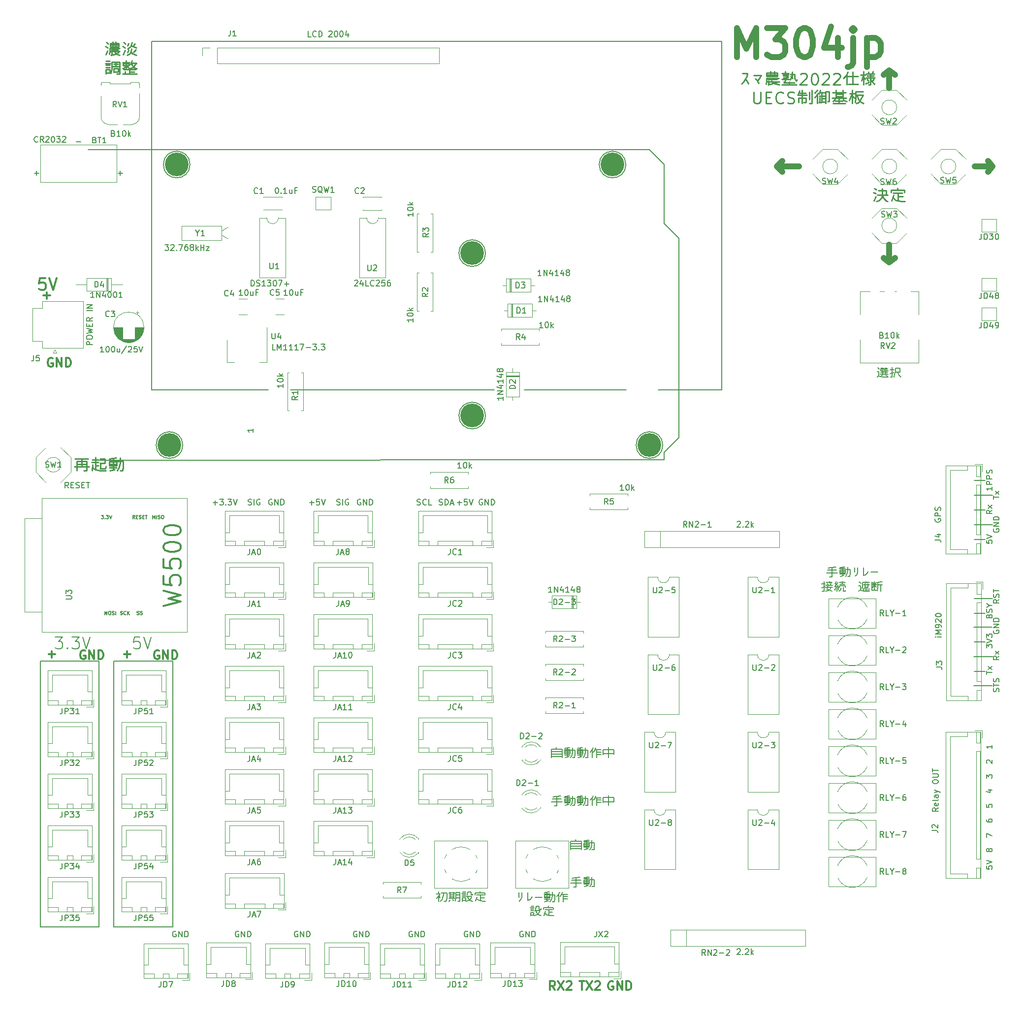
<source format=gbr>
%TF.GenerationSoftware,KiCad,Pcbnew,6.0.7-f9a2dced07~116~ubuntu20.04.1*%
%TF.CreationDate,2022-08-08T10:18:25+09:00*%
%TF.ProjectId,M304,4d333034-2e6b-4696-9361-645f70636258,rev?*%
%TF.SameCoordinates,Original*%
%TF.FileFunction,Legend,Top*%
%TF.FilePolarity,Positive*%
%FSLAX46Y46*%
G04 Gerber Fmt 4.6, Leading zero omitted, Abs format (unit mm)*
G04 Created by KiCad (PCBNEW 6.0.7-f9a2dced07~116~ubuntu20.04.1) date 2022-08-08 10:18:25*
%MOMM*%
%LPD*%
G01*
G04 APERTURE LIST*
%ADD10C,0.150000*%
%ADD11C,1.000000*%
%ADD12C,0.200000*%
%ADD13C,0.250000*%
%ADD14C,0.300000*%
%ADD15C,0.350000*%
%ADD16C,0.120000*%
%ADD17C,4.064000*%
G04 APERTURE END LIST*
D10*
X170815000Y-104465000D02*
X135800000Y-104465000D01*
X253365000Y-130175000D02*
X255270000Y-130175000D01*
X253365000Y-142875000D02*
X255270000Y-142875000D01*
X200050000Y-75870000D02*
X202590000Y-78410000D01*
X253365000Y-122555000D02*
X256540000Y-122555000D01*
X105410000Y-151130000D02*
X115570000Y-151130000D01*
X115570000Y-151130000D02*
X115570000Y-196850000D01*
X115570000Y-196850000D02*
X105410000Y-196850000D01*
X105410000Y-196850000D02*
X105410000Y-151130000D01*
X255270000Y-125095000D02*
X253365000Y-125095000D01*
X253365000Y-127635000D02*
X256540000Y-127635000D01*
X132000000Y-104465000D02*
X111920000Y-104465000D01*
X253365000Y-120015000D02*
X255270000Y-120015000D01*
X111920000Y-44495000D02*
X209920000Y-44495000D01*
X202590000Y-78410000D02*
X202590000Y-112700000D01*
X200050000Y-116510000D02*
X101770000Y-116540000D01*
X100990000Y-63170000D02*
X197510000Y-63170000D01*
X209920000Y-104465000D02*
X199000000Y-104465000D01*
X193500000Y-104465000D02*
X176000000Y-104465000D01*
X253365000Y-147835000D02*
X255270000Y-147835000D01*
X92730000Y-151130000D02*
X102870000Y-151130000D01*
X102870000Y-151130000D02*
X102870000Y-196850000D01*
X102870000Y-196850000D02*
X92730000Y-196850000D01*
X92730000Y-196850000D02*
X92730000Y-151130000D01*
X202590000Y-112700000D02*
X200050000Y-115240000D01*
X253365000Y-125095000D02*
X255270000Y-125095000D01*
X111920000Y-44495000D02*
X111920000Y-104465000D01*
X253276100Y-155346400D02*
X256451100Y-155346400D01*
X253301500Y-150342600D02*
X256476500Y-150342600D01*
X197510000Y-63170000D02*
X200050000Y-65710000D01*
X253352300Y-152882600D02*
X255257300Y-152882600D01*
X209920000Y-44495000D02*
X209920000Y-104465000D01*
X253365000Y-140335000D02*
X256540000Y-140335000D01*
X200050000Y-65710000D02*
X200050000Y-75870000D01*
X200050000Y-115240000D02*
X200050000Y-116510000D01*
X253276100Y-145313400D02*
X256451100Y-145313400D01*
X255928571Y-143373333D02*
X255976190Y-143230476D01*
X256023809Y-143182857D01*
X256119047Y-143135238D01*
X256261904Y-143135238D01*
X256357142Y-143182857D01*
X256404761Y-143230476D01*
X256452380Y-143325714D01*
X256452380Y-143706666D01*
X255452380Y-143706666D01*
X255452380Y-143373333D01*
X255500000Y-143278095D01*
X255547619Y-143230476D01*
X255642857Y-143182857D01*
X255738095Y-143182857D01*
X255833333Y-143230476D01*
X255880952Y-143278095D01*
X255928571Y-143373333D01*
X255928571Y-143706666D01*
X256404761Y-142754285D02*
X256452380Y-142611428D01*
X256452380Y-142373333D01*
X256404761Y-142278095D01*
X256357142Y-142230476D01*
X256261904Y-142182857D01*
X256166666Y-142182857D01*
X256071428Y-142230476D01*
X256023809Y-142278095D01*
X255976190Y-142373333D01*
X255928571Y-142563809D01*
X255880952Y-142659047D01*
X255833333Y-142706666D01*
X255738095Y-142754285D01*
X255642857Y-142754285D01*
X255547619Y-142706666D01*
X255500000Y-142659047D01*
X255452380Y-142563809D01*
X255452380Y-142325714D01*
X255500000Y-142182857D01*
X255976190Y-141563809D02*
X256452380Y-141563809D01*
X255452380Y-141897142D02*
X255976190Y-141563809D01*
X255452380Y-141230476D01*
D11*
X238760000Y-79470476D02*
X238760000Y-82518095D01*
X239712380Y-81756190D02*
X238760000Y-82518095D01*
X237807619Y-81756190D01*
D10*
X122460000Y-123896428D02*
X123221904Y-123896428D01*
X122840952Y-124277380D02*
X122840952Y-123515476D01*
X123602857Y-123277380D02*
X124221904Y-123277380D01*
X123888571Y-123658333D01*
X124031428Y-123658333D01*
X124126666Y-123705952D01*
X124174285Y-123753571D01*
X124221904Y-123848809D01*
X124221904Y-124086904D01*
X124174285Y-124182142D01*
X124126666Y-124229761D01*
X124031428Y-124277380D01*
X123745714Y-124277380D01*
X123650476Y-124229761D01*
X123602857Y-124182142D01*
X124650476Y-124182142D02*
X124698095Y-124229761D01*
X124650476Y-124277380D01*
X124602857Y-124229761D01*
X124650476Y-124182142D01*
X124650476Y-124277380D01*
X125031428Y-123277380D02*
X125650476Y-123277380D01*
X125317142Y-123658333D01*
X125460000Y-123658333D01*
X125555238Y-123705952D01*
X125602857Y-123753571D01*
X125650476Y-123848809D01*
X125650476Y-124086904D01*
X125602857Y-124182142D01*
X125555238Y-124229761D01*
X125460000Y-124277380D01*
X125174285Y-124277380D01*
X125079047Y-124229761D01*
X125031428Y-124182142D01*
X125936190Y-123277380D02*
X126269523Y-124277380D01*
X126602857Y-123277380D01*
X109397857Y-143117857D02*
X109483571Y-143146428D01*
X109626428Y-143146428D01*
X109683571Y-143117857D01*
X109712142Y-143089285D01*
X109740714Y-143032142D01*
X109740714Y-142975000D01*
X109712142Y-142917857D01*
X109683571Y-142889285D01*
X109626428Y-142860714D01*
X109512142Y-142832142D01*
X109455000Y-142803571D01*
X109426428Y-142775000D01*
X109397857Y-142717857D01*
X109397857Y-142660714D01*
X109426428Y-142603571D01*
X109455000Y-142575000D01*
X109512142Y-142546428D01*
X109655000Y-142546428D01*
X109740714Y-142575000D01*
X109969285Y-143117857D02*
X110055000Y-143146428D01*
X110197857Y-143146428D01*
X110255000Y-143117857D01*
X110283571Y-143089285D01*
X110312142Y-143032142D01*
X110312142Y-142975000D01*
X110283571Y-142917857D01*
X110255000Y-142889285D01*
X110197857Y-142860714D01*
X110083571Y-142832142D01*
X110026428Y-142803571D01*
X109997857Y-142775000D01*
X109969285Y-142717857D01*
X109969285Y-142660714D01*
X109997857Y-142603571D01*
X110026428Y-142575000D01*
X110083571Y-142546428D01*
X110226428Y-142546428D01*
X110312142Y-142575000D01*
X164449285Y-123896428D02*
X165211190Y-123896428D01*
X164830238Y-124277380D02*
X164830238Y-123515476D01*
X166163571Y-123277380D02*
X165687380Y-123277380D01*
X165639761Y-123753571D01*
X165687380Y-123705952D01*
X165782619Y-123658333D01*
X166020714Y-123658333D01*
X166115952Y-123705952D01*
X166163571Y-123753571D01*
X166211190Y-123848809D01*
X166211190Y-124086904D01*
X166163571Y-124182142D01*
X166115952Y-124229761D01*
X166020714Y-124277380D01*
X165782619Y-124277380D01*
X165687380Y-124229761D01*
X165639761Y-124182142D01*
X166496904Y-123277380D02*
X166830238Y-124277380D01*
X167163571Y-123277380D01*
X166243095Y-197620000D02*
X166147857Y-197572380D01*
X166005000Y-197572380D01*
X165862142Y-197620000D01*
X165766904Y-197715238D01*
X165719285Y-197810476D01*
X165671666Y-198000952D01*
X165671666Y-198143809D01*
X165719285Y-198334285D01*
X165766904Y-198429523D01*
X165862142Y-198524761D01*
X166005000Y-198572380D01*
X166100238Y-198572380D01*
X166243095Y-198524761D01*
X166290714Y-198477142D01*
X166290714Y-198143809D01*
X166100238Y-198143809D01*
X166719285Y-198572380D02*
X166719285Y-197572380D01*
X167290714Y-198572380D01*
X167290714Y-197572380D01*
X167766904Y-198572380D02*
X167766904Y-197572380D01*
X168005000Y-197572380D01*
X168147857Y-197620000D01*
X168243095Y-197715238D01*
X168290714Y-197810476D01*
X168338333Y-198000952D01*
X168338333Y-198143809D01*
X168290714Y-198334285D01*
X168243095Y-198429523D01*
X168147857Y-198524761D01*
X168005000Y-198572380D01*
X167766904Y-198572380D01*
X257604761Y-156382857D02*
X257652380Y-156240000D01*
X257652380Y-156001904D01*
X257604761Y-155906666D01*
X257557142Y-155859047D01*
X257461904Y-155811428D01*
X257366666Y-155811428D01*
X257271428Y-155859047D01*
X257223809Y-155906666D01*
X257176190Y-156001904D01*
X257128571Y-156192380D01*
X257080952Y-156287619D01*
X257033333Y-156335238D01*
X256938095Y-156382857D01*
X256842857Y-156382857D01*
X256747619Y-156335238D01*
X256700000Y-156287619D01*
X256652380Y-156192380D01*
X256652380Y-155954285D01*
X256700000Y-155811428D01*
X256652380Y-155525714D02*
X256652380Y-154954285D01*
X257652380Y-155240000D02*
X256652380Y-155240000D01*
X257604761Y-154668571D02*
X257652380Y-154525714D01*
X257652380Y-154287619D01*
X257604761Y-154192380D01*
X257557142Y-154144761D01*
X257461904Y-154097142D01*
X257366666Y-154097142D01*
X257271428Y-154144761D01*
X257223809Y-154192380D01*
X257176190Y-154287619D01*
X257128571Y-154478095D01*
X257080952Y-154573333D01*
X257033333Y-154620952D01*
X256938095Y-154668571D01*
X256842857Y-154668571D01*
X256747619Y-154620952D01*
X256700000Y-154573333D01*
X256652380Y-154478095D01*
X256652380Y-154240000D01*
X256700000Y-154097142D01*
X157559523Y-124229761D02*
X157702380Y-124277380D01*
X157940476Y-124277380D01*
X158035714Y-124229761D01*
X158083333Y-124182142D01*
X158130952Y-124086904D01*
X158130952Y-123991666D01*
X158083333Y-123896428D01*
X158035714Y-123848809D01*
X157940476Y-123801190D01*
X157750000Y-123753571D01*
X157654761Y-123705952D01*
X157607142Y-123658333D01*
X157559523Y-123563095D01*
X157559523Y-123467857D01*
X157607142Y-123372619D01*
X157654761Y-123325000D01*
X157750000Y-123277380D01*
X157988095Y-123277380D01*
X158130952Y-123325000D01*
X159130952Y-124182142D02*
X159083333Y-124229761D01*
X158940476Y-124277380D01*
X158845238Y-124277380D01*
X158702380Y-124229761D01*
X158607142Y-124134523D01*
X158559523Y-124039285D01*
X158511904Y-123848809D01*
X158511904Y-123705952D01*
X158559523Y-123515476D01*
X158607142Y-123420238D01*
X158702380Y-123325000D01*
X158845238Y-123277380D01*
X158940476Y-123277380D01*
X159083333Y-123325000D01*
X159130952Y-123372619D01*
X160035714Y-124277380D02*
X159559523Y-124277380D01*
X159559523Y-123277380D01*
D12*
X228124285Y-135425714D02*
X229695714Y-135425714D01*
X227981428Y-135925714D02*
X229838571Y-135925714D01*
X229552857Y-134925714D02*
X228838571Y-135068571D01*
X228195714Y-135140000D01*
X228910000Y-135068571D02*
X228910000Y-136640000D01*
X228481428Y-136640000D01*
X230195714Y-135211428D02*
X231195714Y-135211428D01*
X230267142Y-135711428D02*
X231195714Y-135711428D01*
X230267142Y-135925714D02*
X231195714Y-135925714D01*
X230267142Y-136140000D02*
X231195714Y-136140000D01*
X231624285Y-136568571D02*
X231910000Y-136568571D01*
X230267142Y-135425714D02*
X230267142Y-135925714D01*
X230267142Y-135425714D02*
X231195714Y-135425714D01*
X231195714Y-135925714D01*
X231267142Y-135354285D02*
X232052857Y-135354285D01*
X232052857Y-136068571D01*
X231981428Y-136568571D01*
X231124285Y-134925714D02*
X230267142Y-134997142D01*
X230767142Y-134997142D02*
X230767142Y-136425714D01*
X230338571Y-136568571D02*
X230981428Y-136425714D01*
X231624285Y-134925714D02*
X231624285Y-135568571D01*
X231481428Y-136211428D01*
X231267142Y-136568571D01*
X232838571Y-134997142D02*
X232838571Y-135782857D01*
X233338571Y-134997142D02*
X233338571Y-135568571D01*
X233338571Y-135854285D01*
X233195714Y-136140000D01*
X233124285Y-136282857D01*
X232910000Y-136497142D01*
X234338571Y-134997142D02*
X234338571Y-136354285D01*
X234624285Y-136282857D01*
X234838571Y-136140000D01*
X234981428Y-135997142D01*
X235124285Y-135711428D01*
X235624285Y-135782857D02*
X236767142Y-135782857D01*
X180662142Y-166683571D02*
X182519285Y-166683571D01*
X180662142Y-167112142D02*
X182519285Y-167112142D01*
X180662142Y-167540714D02*
X182519285Y-167540714D01*
X180662142Y-166255000D02*
X180662142Y-167683571D01*
X180662142Y-166255000D02*
X182519285Y-166255000D01*
X182519285Y-167683571D01*
X181519285Y-165969285D02*
X181376428Y-166255000D01*
X182876428Y-166326428D02*
X183876428Y-166326428D01*
X182947857Y-166826428D02*
X183876428Y-166826428D01*
X182947857Y-167040714D02*
X183876428Y-167040714D01*
X182947857Y-167255000D02*
X183876428Y-167255000D01*
X184305000Y-167683571D02*
X184590714Y-167683571D01*
X182947857Y-166540714D02*
X182947857Y-167040714D01*
X182947857Y-166540714D02*
X183876428Y-166540714D01*
X183876428Y-167040714D01*
X183947857Y-166469285D02*
X184733571Y-166469285D01*
X184733571Y-167183571D01*
X184662142Y-167683571D01*
X183805000Y-166040714D02*
X182947857Y-166112142D01*
X183447857Y-166112142D02*
X183447857Y-167540714D01*
X183019285Y-167683571D02*
X183662142Y-167540714D01*
X184305000Y-166040714D02*
X184305000Y-166683571D01*
X184162142Y-167326428D01*
X183947857Y-167683571D01*
X185090714Y-166326428D02*
X186090714Y-166326428D01*
X185162142Y-166826428D02*
X186090714Y-166826428D01*
X185162142Y-167040714D02*
X186090714Y-167040714D01*
X185162142Y-167255000D02*
X186090714Y-167255000D01*
X186519285Y-167683571D02*
X186805000Y-167683571D01*
X185162142Y-166540714D02*
X185162142Y-167040714D01*
X185162142Y-166540714D02*
X186090714Y-166540714D01*
X186090714Y-167040714D01*
X186162142Y-166469285D02*
X186947857Y-166469285D01*
X186947857Y-167183571D01*
X186876428Y-167683571D01*
X186019285Y-166040714D02*
X185162142Y-166112142D01*
X185662142Y-166112142D02*
X185662142Y-167540714D01*
X185233571Y-167683571D02*
X185876428Y-167540714D01*
X186519285Y-166040714D02*
X186519285Y-166683571D01*
X186376428Y-167326428D01*
X186162142Y-167683571D01*
X188162142Y-166397857D02*
X189162142Y-166397857D01*
X188447857Y-166755000D02*
X189162142Y-166755000D01*
X188447857Y-167183571D02*
X189162142Y-167183571D01*
X187662142Y-166326428D02*
X187662142Y-167683571D01*
X188447857Y-166326428D02*
X188447857Y-167683571D01*
X187805000Y-166040714D02*
X187590714Y-166469285D01*
X187305000Y-166755000D01*
X188305000Y-166040714D02*
X188090714Y-166540714D01*
X187876428Y-166755000D01*
X189519285Y-167040714D02*
X191376428Y-167040714D01*
X189519285Y-166326428D02*
X189519285Y-167183571D01*
X190447857Y-165969285D02*
X190447857Y-167683571D01*
X189519285Y-166326428D02*
X191376428Y-166326428D01*
X191376428Y-167112142D01*
D10*
X137033095Y-197620000D02*
X136937857Y-197572380D01*
X136795000Y-197572380D01*
X136652142Y-197620000D01*
X136556904Y-197715238D01*
X136509285Y-197810476D01*
X136461666Y-198000952D01*
X136461666Y-198143809D01*
X136509285Y-198334285D01*
X136556904Y-198429523D01*
X136652142Y-198524761D01*
X136795000Y-198572380D01*
X136890238Y-198572380D01*
X137033095Y-198524761D01*
X137080714Y-198477142D01*
X137080714Y-198143809D01*
X136890238Y-198143809D01*
X137509285Y-198572380D02*
X137509285Y-197572380D01*
X138080714Y-198572380D01*
X138080714Y-197572380D01*
X138556904Y-198572380D02*
X138556904Y-197572380D01*
X138795000Y-197572380D01*
X138937857Y-197620000D01*
X139033095Y-197715238D01*
X139080714Y-197810476D01*
X139128333Y-198000952D01*
X139128333Y-198143809D01*
X139080714Y-198334285D01*
X139033095Y-198429523D01*
X138937857Y-198524761D01*
X138795000Y-198572380D01*
X138556904Y-198572380D01*
X237775952Y-143327380D02*
X237442619Y-142851190D01*
X237204523Y-143327380D02*
X237204523Y-142327380D01*
X237585476Y-142327380D01*
X237680714Y-142375000D01*
X237728333Y-142422619D01*
X237775952Y-142517857D01*
X237775952Y-142660714D01*
X237728333Y-142755952D01*
X237680714Y-142803571D01*
X237585476Y-142851190D01*
X237204523Y-142851190D01*
X238680714Y-143327380D02*
X238204523Y-143327380D01*
X238204523Y-142327380D01*
X239204523Y-142851190D02*
X239204523Y-143327380D01*
X238871190Y-142327380D02*
X239204523Y-142851190D01*
X239537857Y-142327380D01*
X239871190Y-142946428D02*
X240633095Y-142946428D01*
X241633095Y-143327380D02*
X241061666Y-143327380D01*
X241347380Y-143327380D02*
X241347380Y-142327380D01*
X241252142Y-142470238D01*
X241156904Y-142565476D01*
X241061666Y-142613095D01*
X255452380Y-153390476D02*
X255452380Y-152819047D01*
X256452380Y-153104761D02*
X255452380Y-153104761D01*
X256452380Y-152580952D02*
X255785714Y-152057142D01*
X255785714Y-152580952D02*
X256452380Y-152057142D01*
X255452380Y-148858095D02*
X255452380Y-148239047D01*
X255833333Y-148572380D01*
X255833333Y-148429523D01*
X255880952Y-148334285D01*
X255928571Y-148286666D01*
X256023809Y-148239047D01*
X256261904Y-148239047D01*
X256357142Y-148286666D01*
X256404761Y-148334285D01*
X256452380Y-148429523D01*
X256452380Y-148715238D01*
X256404761Y-148810476D01*
X256357142Y-148858095D01*
X255452380Y-147953333D02*
X256452380Y-147620000D01*
X255452380Y-147286666D01*
X255452380Y-147048571D02*
X255452380Y-146429523D01*
X255833333Y-146762857D01*
X255833333Y-146620000D01*
X255880952Y-146524761D01*
X255928571Y-146477142D01*
X256023809Y-146429523D01*
X256261904Y-146429523D01*
X256357142Y-146477142D01*
X256404761Y-146524761D01*
X256452380Y-146620000D01*
X256452380Y-146905714D01*
X256404761Y-147000952D01*
X256357142Y-147048571D01*
X103254285Y-126036428D02*
X103625714Y-126036428D01*
X103425714Y-126265000D01*
X103511428Y-126265000D01*
X103568571Y-126293571D01*
X103597142Y-126322142D01*
X103625714Y-126379285D01*
X103625714Y-126522142D01*
X103597142Y-126579285D01*
X103568571Y-126607857D01*
X103511428Y-126636428D01*
X103340000Y-126636428D01*
X103282857Y-126607857D01*
X103254285Y-126579285D01*
X103882857Y-126579285D02*
X103911428Y-126607857D01*
X103882857Y-126636428D01*
X103854285Y-126607857D01*
X103882857Y-126579285D01*
X103882857Y-126636428D01*
X104111428Y-126036428D02*
X104482857Y-126036428D01*
X104282857Y-126265000D01*
X104368571Y-126265000D01*
X104425714Y-126293571D01*
X104454285Y-126322142D01*
X104482857Y-126379285D01*
X104482857Y-126522142D01*
X104454285Y-126579285D01*
X104425714Y-126607857D01*
X104368571Y-126636428D01*
X104197142Y-126636428D01*
X104140000Y-126607857D01*
X104111428Y-126579285D01*
X104654285Y-126036428D02*
X104854285Y-126636428D01*
X105054285Y-126036428D01*
D11*
X223241904Y-66040000D02*
X219432380Y-66040000D01*
X220384761Y-66992380D02*
X219432380Y-66040000D01*
X220384761Y-65087619D01*
D13*
X104775238Y-45110238D02*
X106203809Y-45110238D01*
X104775238Y-45491190D02*
X106203809Y-45491190D01*
X104680000Y-45681666D02*
X106394285Y-45681666D01*
X104965714Y-45967380D02*
X106108571Y-45967380D01*
X104680000Y-46253095D02*
X106394285Y-46253095D01*
X104775238Y-44824523D02*
X104775238Y-45491190D01*
X105060952Y-46253095D02*
X105060952Y-46919761D01*
X105251428Y-44634047D02*
X105251428Y-45491190D01*
X105727619Y-44634047D02*
X105727619Y-45491190D01*
X104775238Y-44824523D02*
X106203809Y-44824523D01*
X106203809Y-45491190D01*
X104108571Y-44729285D02*
X104489523Y-44919761D01*
X103918095Y-45395952D02*
X104394285Y-45586428D01*
X105537142Y-46348333D02*
X105918095Y-46729285D01*
X106394285Y-46919761D01*
X104299047Y-46157857D02*
X104013333Y-46824523D01*
X106203809Y-46443571D02*
X105822857Y-46538809D01*
X105727619Y-46729285D02*
X104870476Y-46919761D01*
X104680000Y-45681666D02*
X104680000Y-46253095D01*
X104584761Y-46729285D01*
X109060952Y-44919761D02*
X108775238Y-45205476D01*
X109156190Y-45967380D02*
X108775238Y-46348333D01*
X108394285Y-45300714D02*
X109251428Y-45586428D01*
X107060952Y-44729285D02*
X107441904Y-44919761D01*
X106870476Y-45395952D02*
X107346666Y-45586428D01*
X108394285Y-46443571D02*
X108584761Y-46634047D01*
X108870476Y-46729285D01*
X109251428Y-46919761D01*
X107918095Y-44824523D02*
X107727619Y-45300714D01*
X107346666Y-46062619D02*
X106965714Y-46824523D01*
X107918095Y-45967380D02*
X107727619Y-46443571D01*
X108489523Y-44729285D02*
X108299047Y-45491190D01*
X107727619Y-45776904D01*
X108394285Y-45776904D02*
X108299047Y-46538809D01*
X108013333Y-46729285D01*
X107632380Y-46919761D01*
X104013333Y-47949285D02*
X104680000Y-47949285D01*
X103918095Y-48330238D02*
X104775238Y-48330238D01*
X105346666Y-48425476D02*
X106108571Y-48425476D01*
X104013333Y-48615952D02*
X104680000Y-48615952D01*
X105251428Y-48806428D02*
X106203809Y-48806428D01*
X104013333Y-48996904D02*
X104680000Y-48996904D01*
X105346666Y-49758809D02*
X106108571Y-49758809D01*
X104013333Y-49949285D02*
X104680000Y-49949285D01*
X105918095Y-50139761D02*
X106394285Y-50139761D01*
X104013333Y-49377857D02*
X104013333Y-50139761D01*
X104013333Y-49377857D02*
X104680000Y-49377857D01*
X104680000Y-49949285D01*
X105346666Y-49187380D02*
X105346666Y-49854047D01*
X105727619Y-48139761D02*
X105727619Y-48806428D01*
X105346666Y-49187380D02*
X106108571Y-49187380D01*
X106108571Y-49758809D01*
X105060952Y-48044523D02*
X106394285Y-48044523D01*
X106394285Y-50139761D01*
X105060952Y-48044523D02*
X105060952Y-49282619D01*
X104870476Y-50044523D01*
X106870476Y-48139761D02*
X108108571Y-48139761D01*
X106965714Y-48711190D02*
X108013333Y-48711190D01*
X107060952Y-49377857D02*
X109156190Y-49377857D01*
X108108571Y-49758809D02*
X108965714Y-49758809D01*
X106870476Y-50139761D02*
X109346666Y-50139761D01*
X106965714Y-48330238D02*
X106965714Y-48711190D01*
X107346666Y-49663571D02*
X107346666Y-50139761D01*
X107537142Y-47854047D02*
X107537142Y-49187380D01*
X106965714Y-48330238D02*
X108013333Y-48330238D01*
X108013333Y-48711190D01*
X108108571Y-49377857D02*
X108108571Y-50139761D01*
X108394285Y-48235000D02*
X108584761Y-48711190D01*
X108965714Y-49092142D01*
X109346666Y-49187380D01*
X107346666Y-48711190D02*
X108013333Y-49092142D01*
X108489523Y-47854047D02*
X108299047Y-48520714D01*
X107537142Y-48711190D02*
X107156190Y-49092142D01*
X106870476Y-49187380D01*
X108394285Y-48235000D02*
X109251428Y-48235000D01*
X108965714Y-48711190D01*
X108680000Y-48996904D01*
X108108571Y-49187380D01*
D10*
X237775952Y-168727380D02*
X237442619Y-168251190D01*
X237204523Y-168727380D02*
X237204523Y-167727380D01*
X237585476Y-167727380D01*
X237680714Y-167775000D01*
X237728333Y-167822619D01*
X237775952Y-167917857D01*
X237775952Y-168060714D01*
X237728333Y-168155952D01*
X237680714Y-168203571D01*
X237585476Y-168251190D01*
X237204523Y-168251190D01*
X238680714Y-168727380D02*
X238204523Y-168727380D01*
X238204523Y-167727380D01*
X239204523Y-168251190D02*
X239204523Y-168727380D01*
X238871190Y-167727380D02*
X239204523Y-168251190D01*
X239537857Y-167727380D01*
X239871190Y-168346428D02*
X240633095Y-168346428D01*
X241585476Y-167727380D02*
X241109285Y-167727380D01*
X241061666Y-168203571D01*
X241109285Y-168155952D01*
X241204523Y-168108333D01*
X241442619Y-168108333D01*
X241537857Y-168155952D01*
X241585476Y-168203571D01*
X241633095Y-168298809D01*
X241633095Y-168536904D01*
X241585476Y-168632142D01*
X241537857Y-168679761D01*
X241442619Y-168727380D01*
X241204523Y-168727380D01*
X241109285Y-168679761D01*
X241061666Y-168632142D01*
D12*
X227877857Y-137608571D02*
X228949285Y-137608571D01*
X227163571Y-137822857D02*
X227735000Y-137822857D01*
X227806428Y-138108571D02*
X229020714Y-138108571D01*
X227806428Y-138394285D02*
X229020714Y-138394285D01*
X227235000Y-139108571D02*
X227520714Y-139108571D01*
X227520714Y-137394285D02*
X227520714Y-139108571D01*
X228449285Y-137394285D02*
X228449285Y-137680000D01*
X228735000Y-137680000D02*
X228663571Y-138037142D01*
X228163571Y-137751428D02*
X228235000Y-138108571D01*
X228020714Y-138751428D01*
X228949285Y-139108571D01*
X227735000Y-138322857D02*
X227163571Y-138465714D01*
X228735000Y-138394285D02*
X228592142Y-138751428D01*
X228449285Y-138894285D01*
X227806428Y-139108571D01*
X230163571Y-137608571D02*
X231235000Y-137608571D01*
X230235000Y-137894285D02*
X231092142Y-137894285D01*
X229377857Y-138322857D02*
X230020714Y-138322857D01*
X230877857Y-139108571D02*
X231235000Y-139108571D01*
X229735000Y-138251428D02*
X229735000Y-139108571D01*
X230663571Y-137394285D02*
X230663571Y-137894285D01*
X230877857Y-138394285D02*
X230877857Y-139108571D01*
X230163571Y-138180000D02*
X231163571Y-138180000D01*
X231163571Y-138394285D01*
X231235000Y-138894285D02*
X231235000Y-139108571D01*
X229377857Y-137751428D02*
X229663571Y-137965714D01*
X229449285Y-138251428D01*
X230020714Y-138465714D02*
X230020714Y-138822857D01*
X229877857Y-138037142D02*
X230020714Y-138394285D01*
X229663571Y-137394285D02*
X229520714Y-137822857D01*
X229949285Y-137608571D02*
X229663571Y-137965714D01*
X229520714Y-138537142D02*
X229377857Y-138894285D01*
X230163571Y-138180000D02*
X230163571Y-138394285D01*
X230449285Y-138465714D02*
X230449285Y-138822857D01*
X230092142Y-139108571D01*
D10*
X108983571Y-126636428D02*
X108783571Y-126350714D01*
X108640714Y-126636428D02*
X108640714Y-126036428D01*
X108869285Y-126036428D01*
X108926428Y-126065000D01*
X108955000Y-126093571D01*
X108983571Y-126150714D01*
X108983571Y-126236428D01*
X108955000Y-126293571D01*
X108926428Y-126322142D01*
X108869285Y-126350714D01*
X108640714Y-126350714D01*
X109240714Y-126322142D02*
X109440714Y-126322142D01*
X109526428Y-126636428D02*
X109240714Y-126636428D01*
X109240714Y-126036428D01*
X109526428Y-126036428D01*
X109755000Y-126607857D02*
X109840714Y-126636428D01*
X109983571Y-126636428D01*
X110040714Y-126607857D01*
X110069285Y-126579285D01*
X110097857Y-126522142D01*
X110097857Y-126465000D01*
X110069285Y-126407857D01*
X110040714Y-126379285D01*
X109983571Y-126350714D01*
X109869285Y-126322142D01*
X109812142Y-126293571D01*
X109783571Y-126265000D01*
X109755000Y-126207857D01*
X109755000Y-126150714D01*
X109783571Y-126093571D01*
X109812142Y-126065000D01*
X109869285Y-126036428D01*
X110012142Y-126036428D01*
X110097857Y-126065000D01*
X110355000Y-126322142D02*
X110555000Y-126322142D01*
X110640714Y-126636428D02*
X110355000Y-126636428D01*
X110355000Y-126036428D01*
X110640714Y-126036428D01*
X110812142Y-126036428D02*
X111155000Y-126036428D01*
X110983571Y-126636428D02*
X110983571Y-126036428D01*
X156718095Y-197620000D02*
X156622857Y-197572380D01*
X156480000Y-197572380D01*
X156337142Y-197620000D01*
X156241904Y-197715238D01*
X156194285Y-197810476D01*
X156146666Y-198000952D01*
X156146666Y-198143809D01*
X156194285Y-198334285D01*
X156241904Y-198429523D01*
X156337142Y-198524761D01*
X156480000Y-198572380D01*
X156575238Y-198572380D01*
X156718095Y-198524761D01*
X156765714Y-198477142D01*
X156765714Y-198143809D01*
X156575238Y-198143809D01*
X157194285Y-198572380D02*
X157194285Y-197572380D01*
X157765714Y-198572380D01*
X157765714Y-197572380D01*
X158241904Y-198572380D02*
X158241904Y-197572380D01*
X158480000Y-197572380D01*
X158622857Y-197620000D01*
X158718095Y-197715238D01*
X158765714Y-197810476D01*
X158813333Y-198000952D01*
X158813333Y-198143809D01*
X158765714Y-198334285D01*
X158718095Y-198429523D01*
X158622857Y-198524761D01*
X158480000Y-198572380D01*
X158241904Y-198572380D01*
X106543571Y-143117857D02*
X106629285Y-143146428D01*
X106772142Y-143146428D01*
X106829285Y-143117857D01*
X106857857Y-143089285D01*
X106886428Y-143032142D01*
X106886428Y-142975000D01*
X106857857Y-142917857D01*
X106829285Y-142889285D01*
X106772142Y-142860714D01*
X106657857Y-142832142D01*
X106600714Y-142803571D01*
X106572142Y-142775000D01*
X106543571Y-142717857D01*
X106543571Y-142660714D01*
X106572142Y-142603571D01*
X106600714Y-142575000D01*
X106657857Y-142546428D01*
X106800714Y-142546428D01*
X106886428Y-142575000D01*
X107486428Y-143089285D02*
X107457857Y-143117857D01*
X107372142Y-143146428D01*
X107315000Y-143146428D01*
X107229285Y-143117857D01*
X107172142Y-143060714D01*
X107143571Y-143003571D01*
X107115000Y-142889285D01*
X107115000Y-142803571D01*
X107143571Y-142689285D01*
X107172142Y-142632142D01*
X107229285Y-142575000D01*
X107315000Y-142546428D01*
X107372142Y-142546428D01*
X107457857Y-142575000D01*
X107486428Y-142603571D01*
X107743571Y-143146428D02*
X107743571Y-142546428D01*
X108086428Y-143146428D02*
X107829285Y-142803571D01*
X108086428Y-142546428D02*
X107743571Y-142889285D01*
D14*
X113157142Y-149364000D02*
X113014285Y-149292571D01*
X112800000Y-149292571D01*
X112585714Y-149364000D01*
X112442857Y-149506857D01*
X112371428Y-149649714D01*
X112300000Y-149935428D01*
X112300000Y-150149714D01*
X112371428Y-150435428D01*
X112442857Y-150578285D01*
X112585714Y-150721142D01*
X112800000Y-150792571D01*
X112942857Y-150792571D01*
X113157142Y-150721142D01*
X113228571Y-150649714D01*
X113228571Y-150149714D01*
X112942857Y-150149714D01*
X113871428Y-150792571D02*
X113871428Y-149292571D01*
X114728571Y-150792571D01*
X114728571Y-149292571D01*
X115442857Y-150792571D02*
X115442857Y-149292571D01*
X115800000Y-149292571D01*
X116014285Y-149364000D01*
X116157142Y-149506857D01*
X116228571Y-149649714D01*
X116300000Y-149935428D01*
X116300000Y-150149714D01*
X116228571Y-150435428D01*
X116157142Y-150578285D01*
X116014285Y-150721142D01*
X115800000Y-150792571D01*
X115442857Y-150792571D01*
D10*
X256452380Y-121190476D02*
X256452380Y-121761904D01*
X256452380Y-121476190D02*
X255452380Y-121476190D01*
X255595238Y-121571428D01*
X255690476Y-121666666D01*
X255738095Y-121761904D01*
X256452380Y-120761904D02*
X255452380Y-120761904D01*
X255452380Y-120380952D01*
X255500000Y-120285714D01*
X255547619Y-120238095D01*
X255642857Y-120190476D01*
X255785714Y-120190476D01*
X255880952Y-120238095D01*
X255928571Y-120285714D01*
X255976190Y-120380952D01*
X255976190Y-120761904D01*
X256452380Y-119761904D02*
X255452380Y-119761904D01*
X255452380Y-119380952D01*
X255500000Y-119285714D01*
X255547619Y-119238095D01*
X255642857Y-119190476D01*
X255785714Y-119190476D01*
X255880952Y-119238095D01*
X255928571Y-119285714D01*
X255976190Y-119380952D01*
X255976190Y-119761904D01*
X256404761Y-118809523D02*
X256452380Y-118666666D01*
X256452380Y-118428571D01*
X256404761Y-118333333D01*
X256357142Y-118285714D01*
X256261904Y-118238095D01*
X256166666Y-118238095D01*
X256071428Y-118285714D01*
X256023809Y-118333333D01*
X255976190Y-118428571D01*
X255928571Y-118619047D01*
X255880952Y-118714285D01*
X255833333Y-118761904D01*
X255738095Y-118809523D01*
X255642857Y-118809523D01*
X255547619Y-118761904D01*
X255500000Y-118714285D01*
X255452380Y-118619047D01*
X255452380Y-118380952D01*
X255500000Y-118238095D01*
X257652380Y-140547619D02*
X257176190Y-140880952D01*
X257652380Y-141119047D02*
X256652380Y-141119047D01*
X256652380Y-140738095D01*
X256700000Y-140642857D01*
X256747619Y-140595238D01*
X256842857Y-140547619D01*
X256985714Y-140547619D01*
X257080952Y-140595238D01*
X257128571Y-140642857D01*
X257176190Y-140738095D01*
X257176190Y-141119047D01*
X257604761Y-140166666D02*
X257652380Y-140023809D01*
X257652380Y-139785714D01*
X257604761Y-139690476D01*
X257557142Y-139642857D01*
X257461904Y-139595238D01*
X257366666Y-139595238D01*
X257271428Y-139642857D01*
X257223809Y-139690476D01*
X257176190Y-139785714D01*
X257128571Y-139976190D01*
X257080952Y-140071428D01*
X257033333Y-140119047D01*
X256938095Y-140166666D01*
X256842857Y-140166666D01*
X256747619Y-140119047D01*
X256700000Y-140071428D01*
X256652380Y-139976190D01*
X256652380Y-139738095D01*
X256700000Y-139595238D01*
X256652380Y-139309523D02*
X256652380Y-138738095D01*
X257652380Y-139023809D02*
X256652380Y-139023809D01*
X237775952Y-156027380D02*
X237442619Y-155551190D01*
X237204523Y-156027380D02*
X237204523Y-155027380D01*
X237585476Y-155027380D01*
X237680714Y-155075000D01*
X237728333Y-155122619D01*
X237775952Y-155217857D01*
X237775952Y-155360714D01*
X237728333Y-155455952D01*
X237680714Y-155503571D01*
X237585476Y-155551190D01*
X237204523Y-155551190D01*
X238680714Y-156027380D02*
X238204523Y-156027380D01*
X238204523Y-155027380D01*
X239204523Y-155551190D02*
X239204523Y-156027380D01*
X238871190Y-155027380D02*
X239204523Y-155551190D01*
X239537857Y-155027380D01*
X239871190Y-155646428D02*
X240633095Y-155646428D01*
X241014047Y-155027380D02*
X241633095Y-155027380D01*
X241299761Y-155408333D01*
X241442619Y-155408333D01*
X241537857Y-155455952D01*
X241585476Y-155503571D01*
X241633095Y-155598809D01*
X241633095Y-155836904D01*
X241585476Y-155932142D01*
X241537857Y-155979761D01*
X241442619Y-156027380D01*
X241156904Y-156027380D01*
X241061666Y-155979761D01*
X241014047Y-155932142D01*
X237775952Y-175077380D02*
X237442619Y-174601190D01*
X237204523Y-175077380D02*
X237204523Y-174077380D01*
X237585476Y-174077380D01*
X237680714Y-174125000D01*
X237728333Y-174172619D01*
X237775952Y-174267857D01*
X237775952Y-174410714D01*
X237728333Y-174505952D01*
X237680714Y-174553571D01*
X237585476Y-174601190D01*
X237204523Y-174601190D01*
X238680714Y-175077380D02*
X238204523Y-175077380D01*
X238204523Y-174077380D01*
X239204523Y-174601190D02*
X239204523Y-175077380D01*
X238871190Y-174077380D02*
X239204523Y-174601190D01*
X239537857Y-174077380D01*
X239871190Y-174696428D02*
X240633095Y-174696428D01*
X241537857Y-174077380D02*
X241347380Y-174077380D01*
X241252142Y-174125000D01*
X241204523Y-174172619D01*
X241109285Y-174315476D01*
X241061666Y-174505952D01*
X241061666Y-174886904D01*
X241109285Y-174982142D01*
X241156904Y-175029761D01*
X241252142Y-175077380D01*
X241442619Y-175077380D01*
X241537857Y-175029761D01*
X241585476Y-174982142D01*
X241633095Y-174886904D01*
X241633095Y-174648809D01*
X241585476Y-174553571D01*
X241537857Y-174505952D01*
X241442619Y-174458333D01*
X241252142Y-174458333D01*
X241156904Y-174505952D01*
X241109285Y-174553571D01*
X241061666Y-174648809D01*
D12*
X175070000Y-190939642D02*
X175070000Y-191725357D01*
X175570000Y-190939642D02*
X175570000Y-191511071D01*
X175570000Y-191796785D01*
X175427142Y-192082500D01*
X175355714Y-192225357D01*
X175141428Y-192439642D01*
X176570000Y-190939642D02*
X176570000Y-192296785D01*
X176855714Y-192225357D01*
X177070000Y-192082500D01*
X177212857Y-191939642D01*
X177355714Y-191653928D01*
X177855714Y-191725357D02*
X178998571Y-191725357D01*
X179355714Y-191153928D02*
X180355714Y-191153928D01*
X179427142Y-191653928D02*
X180355714Y-191653928D01*
X179427142Y-191868214D02*
X180355714Y-191868214D01*
X179427142Y-192082500D02*
X180355714Y-192082500D01*
X180784285Y-192511071D02*
X181070000Y-192511071D01*
X179427142Y-191368214D02*
X179427142Y-191868214D01*
X179427142Y-191368214D02*
X180355714Y-191368214D01*
X180355714Y-191868214D01*
X180427142Y-191296785D02*
X181212857Y-191296785D01*
X181212857Y-192011071D01*
X181141428Y-192511071D01*
X180284285Y-190868214D02*
X179427142Y-190939642D01*
X179927142Y-190939642D02*
X179927142Y-192368214D01*
X179498571Y-192511071D02*
X180141428Y-192368214D01*
X180784285Y-190868214D02*
X180784285Y-191511071D01*
X180641428Y-192153928D01*
X180427142Y-192511071D01*
X182427142Y-191225357D02*
X183427142Y-191225357D01*
X182712857Y-191582500D02*
X183427142Y-191582500D01*
X182712857Y-192011071D02*
X183427142Y-192011071D01*
X181927142Y-191153928D02*
X181927142Y-192511071D01*
X182712857Y-191153928D02*
X182712857Y-192511071D01*
X182070000Y-190868214D02*
X181855714Y-191296785D01*
X181570000Y-191582500D01*
X182570000Y-190868214D02*
X182355714Y-191368214D01*
X182141428Y-191582500D01*
X177141428Y-193283214D02*
X177641428Y-193283214D01*
X176998571Y-193568928D02*
X177712857Y-193568928D01*
X177070000Y-193783214D02*
X177641428Y-193783214D01*
X178570000Y-193854642D02*
X178855714Y-193854642D01*
X177070000Y-194068928D02*
X177641428Y-194068928D01*
X177070000Y-194783214D02*
X177641428Y-194783214D01*
X177070000Y-194354642D02*
X177070000Y-194926071D01*
X177070000Y-194354642D02*
X177641428Y-194354642D01*
X177641428Y-194783214D01*
X177998571Y-193283214D02*
X178570000Y-193283214D01*
X178570000Y-193854642D01*
X178855714Y-193640357D02*
X178855714Y-193854642D01*
X177998571Y-194140357D02*
X178070000Y-194426071D01*
X178355714Y-194711785D01*
X178855714Y-194926071D01*
X177784285Y-194068928D02*
X178712857Y-194068928D01*
X178570000Y-194426071D01*
X178284285Y-194711785D01*
X177712857Y-194926071D01*
X177998571Y-193283214D02*
X177927142Y-193854642D01*
X179570000Y-193854642D02*
X180784285Y-193854642D01*
X180284285Y-194283214D02*
X180855714Y-194283214D01*
X179284285Y-193497500D02*
X179284285Y-193783214D01*
X180212857Y-193854642D02*
X180212857Y-194854642D01*
X179284285Y-193497500D02*
X180998571Y-193497500D01*
X180998571Y-193783214D01*
X180141428Y-193211785D02*
X180141428Y-193497500D01*
X179641428Y-194140357D02*
X179355714Y-194854642D01*
X179570000Y-194497500D02*
X179927142Y-194783214D01*
X180641428Y-194926071D01*
X181070000Y-194926071D01*
D10*
X256652380Y-123230476D02*
X256652380Y-122659047D01*
X257652380Y-122944761D02*
X256652380Y-122944761D01*
X257652380Y-122420952D02*
X256985714Y-121897142D01*
X256985714Y-122420952D02*
X257652380Y-121897142D01*
X255452380Y-181435333D02*
X255452380Y-180768666D01*
X256452380Y-181197238D01*
X103832142Y-143146428D02*
X103832142Y-142546428D01*
X104032142Y-142975000D01*
X104232142Y-142546428D01*
X104232142Y-143146428D01*
X104632142Y-142546428D02*
X104746428Y-142546428D01*
X104803571Y-142575000D01*
X104860714Y-142632142D01*
X104889285Y-142746428D01*
X104889285Y-142946428D01*
X104860714Y-143060714D01*
X104803571Y-143117857D01*
X104746428Y-143146428D01*
X104632142Y-143146428D01*
X104575000Y-143117857D01*
X104517857Y-143060714D01*
X104489285Y-142946428D01*
X104489285Y-142746428D01*
X104517857Y-142632142D01*
X104575000Y-142575000D01*
X104632142Y-142546428D01*
X105117857Y-143117857D02*
X105203571Y-143146428D01*
X105346428Y-143146428D01*
X105403571Y-143117857D01*
X105432142Y-143089285D01*
X105460714Y-143032142D01*
X105460714Y-142975000D01*
X105432142Y-142917857D01*
X105403571Y-142889285D01*
X105346428Y-142860714D01*
X105232142Y-142832142D01*
X105175000Y-142803571D01*
X105146428Y-142775000D01*
X105117857Y-142717857D01*
X105117857Y-142660714D01*
X105146428Y-142603571D01*
X105175000Y-142575000D01*
X105232142Y-142546428D01*
X105375000Y-142546428D01*
X105460714Y-142575000D01*
X105717857Y-143146428D02*
X105717857Y-142546428D01*
D14*
X94869142Y-99072000D02*
X94726285Y-99000571D01*
X94512000Y-99000571D01*
X94297714Y-99072000D01*
X94154857Y-99214857D01*
X94083428Y-99357714D01*
X94012000Y-99643428D01*
X94012000Y-99857714D01*
X94083428Y-100143428D01*
X94154857Y-100286285D01*
X94297714Y-100429142D01*
X94512000Y-100500571D01*
X94654857Y-100500571D01*
X94869142Y-100429142D01*
X94940571Y-100357714D01*
X94940571Y-99857714D01*
X94654857Y-99857714D01*
X95583428Y-100500571D02*
X95583428Y-99000571D01*
X96440571Y-100500571D01*
X96440571Y-99000571D01*
X97154857Y-100500571D02*
X97154857Y-99000571D01*
X97512000Y-99000571D01*
X97726285Y-99072000D01*
X97869142Y-99214857D01*
X97940571Y-99357714D01*
X98012000Y-99643428D01*
X98012000Y-99857714D01*
X97940571Y-100143428D01*
X97869142Y-100286285D01*
X97726285Y-100429142D01*
X97512000Y-100500571D01*
X97154857Y-100500571D01*
D10*
X255547619Y-168687714D02*
X255500000Y-168640095D01*
X255452380Y-168544857D01*
X255452380Y-168306761D01*
X255500000Y-168211523D01*
X255547619Y-168163904D01*
X255642857Y-168116285D01*
X255738095Y-168116285D01*
X255880952Y-168163904D01*
X256452380Y-168735333D01*
X256452380Y-168116285D01*
X257652380Y-150255238D02*
X257176190Y-150588571D01*
X257652380Y-150826666D02*
X256652380Y-150826666D01*
X256652380Y-150445714D01*
X256700000Y-150350476D01*
X256747619Y-150302857D01*
X256842857Y-150255238D01*
X256985714Y-150255238D01*
X257080952Y-150302857D01*
X257128571Y-150350476D01*
X257176190Y-150445714D01*
X257176190Y-150826666D01*
X257652380Y-149921904D02*
X256985714Y-149398095D01*
X256985714Y-149921904D02*
X257652380Y-149398095D01*
X255785714Y-173291523D02*
X256452380Y-173291523D01*
X255404761Y-173529619D02*
X256119047Y-173767714D01*
X256119047Y-173148666D01*
D11*
X253460476Y-66040000D02*
X256508095Y-66040000D01*
X255746190Y-65087619D02*
X256508095Y-66040000D01*
X255746190Y-66992380D01*
D12*
X234156428Y-137608571D02*
X235370714Y-137608571D01*
X234299285Y-137965714D02*
X235370714Y-137965714D01*
X234585000Y-138394285D02*
X235085000Y-138394285D01*
X234585000Y-137751428D02*
X234585000Y-138394285D01*
X234656428Y-138537142D02*
X234656428Y-138894285D01*
X234727857Y-137394285D02*
X234727857Y-137680000D01*
X235085000Y-137751428D02*
X235085000Y-138394285D01*
X233585000Y-137465714D02*
X233870714Y-137751428D01*
X233513571Y-138180000D02*
X233799285Y-138180000D01*
X233799285Y-138822857D01*
X233513571Y-139108571D01*
X234942142Y-138537142D02*
X234942142Y-138894285D01*
X235227857Y-138608571D02*
X235299285Y-138894285D01*
X234370714Y-138537142D02*
X234299285Y-138894285D01*
X234156428Y-137608571D02*
X234156428Y-138251428D01*
X234085000Y-138680000D01*
X233727857Y-138894285D02*
X234442142Y-139108571D01*
X235370714Y-139108571D01*
X235870714Y-138037142D02*
X236585000Y-138037142D01*
X236799285Y-138037142D02*
X237585000Y-138037142D01*
X235727857Y-138894285D02*
X236513571Y-138894285D01*
X235727857Y-137465714D02*
X235727857Y-138965714D01*
X236227857Y-137394285D02*
X236227857Y-138751428D01*
X237299285Y-138037142D02*
X237299285Y-139108571D01*
X236227857Y-138108571D02*
X236513571Y-138394285D01*
X235942142Y-137537142D02*
X236013571Y-137822857D01*
X236513571Y-137537142D02*
X236370714Y-137822857D01*
X237513571Y-137465714D02*
X236727857Y-137608571D01*
X236799285Y-137537142D02*
X236799285Y-138465714D01*
X236656428Y-139037142D01*
X236227857Y-138037142D02*
X235870714Y-138537142D01*
D10*
X109855047Y-146986761D02*
X108902666Y-146986761D01*
X108807428Y-147939142D01*
X108902666Y-147843904D01*
X109093142Y-147748666D01*
X109569333Y-147748666D01*
X109759809Y-147843904D01*
X109855047Y-147939142D01*
X109950285Y-148129619D01*
X109950285Y-148605809D01*
X109855047Y-148796285D01*
X109759809Y-148891523D01*
X109569333Y-148986761D01*
X109093142Y-148986761D01*
X108902666Y-148891523D01*
X108807428Y-148796285D01*
X110521714Y-146986761D02*
X111188380Y-148986761D01*
X111855047Y-146986761D01*
X147193095Y-197620000D02*
X147097857Y-197572380D01*
X146955000Y-197572380D01*
X146812142Y-197620000D01*
X146716904Y-197715238D01*
X146669285Y-197810476D01*
X146621666Y-198000952D01*
X146621666Y-198143809D01*
X146669285Y-198334285D01*
X146716904Y-198429523D01*
X146812142Y-198524761D01*
X146955000Y-198572380D01*
X147050238Y-198572380D01*
X147193095Y-198524761D01*
X147240714Y-198477142D01*
X147240714Y-198143809D01*
X147050238Y-198143809D01*
X147669285Y-198572380D02*
X147669285Y-197572380D01*
X148240714Y-198572380D01*
X148240714Y-197572380D01*
X148716904Y-198572380D02*
X148716904Y-197572380D01*
X148955000Y-197572380D01*
X149097857Y-197620000D01*
X149193095Y-197715238D01*
X149240714Y-197810476D01*
X149288333Y-198000952D01*
X149288333Y-198143809D01*
X149240714Y-198334285D01*
X149193095Y-198429523D01*
X149097857Y-198524761D01*
X148955000Y-198572380D01*
X148716904Y-198572380D01*
X256452380Y-125175238D02*
X255976190Y-125508571D01*
X256452380Y-125746666D02*
X255452380Y-125746666D01*
X255452380Y-125365714D01*
X255500000Y-125270476D01*
X255547619Y-125222857D01*
X255642857Y-125175238D01*
X255785714Y-125175238D01*
X255880952Y-125222857D01*
X255928571Y-125270476D01*
X255976190Y-125365714D01*
X255976190Y-125746666D01*
X256452380Y-124841904D02*
X255785714Y-124318095D01*
X255785714Y-124841904D02*
X256452380Y-124318095D01*
X132588095Y-123325000D02*
X132492857Y-123277380D01*
X132350000Y-123277380D01*
X132207142Y-123325000D01*
X132111904Y-123420238D01*
X132064285Y-123515476D01*
X132016666Y-123705952D01*
X132016666Y-123848809D01*
X132064285Y-124039285D01*
X132111904Y-124134523D01*
X132207142Y-124229761D01*
X132350000Y-124277380D01*
X132445238Y-124277380D01*
X132588095Y-124229761D01*
X132635714Y-124182142D01*
X132635714Y-123848809D01*
X132445238Y-123848809D01*
X133064285Y-124277380D02*
X133064285Y-123277380D01*
X133635714Y-124277380D01*
X133635714Y-123277380D01*
X134111904Y-124277380D02*
X134111904Y-123277380D01*
X134350000Y-123277380D01*
X134492857Y-123325000D01*
X134588095Y-123420238D01*
X134635714Y-123515476D01*
X134683333Y-123705952D01*
X134683333Y-123848809D01*
X134635714Y-124039285D01*
X134588095Y-124134523D01*
X134492857Y-124229761D01*
X134350000Y-124277380D01*
X134111904Y-124277380D01*
X112087142Y-126636428D02*
X112087142Y-126036428D01*
X112287142Y-126465000D01*
X112487142Y-126036428D01*
X112487142Y-126636428D01*
X112772857Y-126636428D02*
X112772857Y-126036428D01*
X113030000Y-126607857D02*
X113115714Y-126636428D01*
X113258571Y-126636428D01*
X113315714Y-126607857D01*
X113344285Y-126579285D01*
X113372857Y-126522142D01*
X113372857Y-126465000D01*
X113344285Y-126407857D01*
X113315714Y-126379285D01*
X113258571Y-126350714D01*
X113144285Y-126322142D01*
X113087142Y-126293571D01*
X113058571Y-126265000D01*
X113030000Y-126207857D01*
X113030000Y-126150714D01*
X113058571Y-126093571D01*
X113087142Y-126065000D01*
X113144285Y-126036428D01*
X113287142Y-126036428D01*
X113372857Y-126065000D01*
X113744285Y-126036428D02*
X113858571Y-126036428D01*
X113915714Y-126065000D01*
X113972857Y-126122142D01*
X114001428Y-126236428D01*
X114001428Y-126436428D01*
X113972857Y-126550714D01*
X113915714Y-126607857D01*
X113858571Y-126636428D01*
X113744285Y-126636428D01*
X113687142Y-126607857D01*
X113630000Y-126550714D01*
X113601428Y-126436428D01*
X113601428Y-126236428D01*
X113630000Y-126122142D01*
X113687142Y-126065000D01*
X113744285Y-126036428D01*
X237775952Y-187777380D02*
X237442619Y-187301190D01*
X237204523Y-187777380D02*
X237204523Y-186777380D01*
X237585476Y-186777380D01*
X237680714Y-186825000D01*
X237728333Y-186872619D01*
X237775952Y-186967857D01*
X237775952Y-187110714D01*
X237728333Y-187205952D01*
X237680714Y-187253571D01*
X237585476Y-187301190D01*
X237204523Y-187301190D01*
X238680714Y-187777380D02*
X238204523Y-187777380D01*
X238204523Y-186777380D01*
X239204523Y-187301190D02*
X239204523Y-187777380D01*
X238871190Y-186777380D02*
X239204523Y-187301190D01*
X239537857Y-186777380D01*
X239871190Y-187396428D02*
X240633095Y-187396428D01*
X241252142Y-187205952D02*
X241156904Y-187158333D01*
X241109285Y-187110714D01*
X241061666Y-187015476D01*
X241061666Y-186967857D01*
X241109285Y-186872619D01*
X241156904Y-186825000D01*
X241252142Y-186777380D01*
X241442619Y-186777380D01*
X241537857Y-186825000D01*
X241585476Y-186872619D01*
X241633095Y-186967857D01*
X241633095Y-187015476D01*
X241585476Y-187110714D01*
X241537857Y-187158333D01*
X241442619Y-187205952D01*
X241252142Y-187205952D01*
X241156904Y-187253571D01*
X241109285Y-187301190D01*
X241061666Y-187396428D01*
X241061666Y-187586904D01*
X241109285Y-187682142D01*
X241156904Y-187729761D01*
X241252142Y-187777380D01*
X241442619Y-187777380D01*
X241537857Y-187729761D01*
X241585476Y-187682142D01*
X241633095Y-187586904D01*
X241633095Y-187396428D01*
X241585476Y-187301190D01*
X241537857Y-187253571D01*
X241442619Y-187205952D01*
X255880952Y-183737238D02*
X255833333Y-183832476D01*
X255785714Y-183880095D01*
X255690476Y-183927714D01*
X255642857Y-183927714D01*
X255547619Y-183880095D01*
X255500000Y-183832476D01*
X255452380Y-183737238D01*
X255452380Y-183546761D01*
X255500000Y-183451523D01*
X255547619Y-183403904D01*
X255642857Y-183356285D01*
X255690476Y-183356285D01*
X255785714Y-183403904D01*
X255833333Y-183451523D01*
X255880952Y-183546761D01*
X255880952Y-183737238D01*
X255928571Y-183832476D01*
X255976190Y-183880095D01*
X256071428Y-183927714D01*
X256261904Y-183927714D01*
X256357142Y-183880095D01*
X256404761Y-183832476D01*
X256452380Y-183737238D01*
X256452380Y-183546761D01*
X256404761Y-183451523D01*
X256357142Y-183403904D01*
X256261904Y-183356285D01*
X256071428Y-183356285D01*
X255976190Y-183403904D01*
X255928571Y-183451523D01*
X255880952Y-183546761D01*
D13*
X98727142Y-116284523D02*
X101012857Y-116284523D01*
X99012857Y-117236904D02*
X100727142Y-117236904D01*
X98631904Y-117713095D02*
X101108095Y-117713095D01*
X100250952Y-118379761D02*
X100727142Y-118379761D01*
X99012857Y-116760714D02*
X99012857Y-118379761D01*
X99870000Y-116284523D02*
X99870000Y-117713095D01*
X99012857Y-116760714D02*
X100727142Y-116760714D01*
X100727142Y-118379761D01*
X101679523Y-116475000D02*
X102727142Y-116475000D01*
X101584285Y-116951190D02*
X102727142Y-116951190D01*
X103012857Y-117046428D02*
X103870000Y-117046428D01*
X102250952Y-117522619D02*
X102727142Y-117522619D01*
X103012857Y-117998809D02*
X103965238Y-117998809D01*
X103108095Y-117046428D02*
X103108095Y-117998809D01*
X103012857Y-116284523D02*
X103870000Y-116284523D01*
X103870000Y-117046428D01*
X104060476Y-117617857D02*
X103965238Y-117998809D01*
X101774761Y-117332142D02*
X101679523Y-118379761D01*
X102250952Y-116094047D02*
X102250952Y-118189285D01*
X101679523Y-117808333D02*
X102250952Y-118189285D01*
X103012857Y-118379761D01*
X104060476Y-118379761D01*
X104536666Y-116570238D02*
X105870000Y-116570238D01*
X104631904Y-117236904D02*
X105870000Y-117236904D01*
X104631904Y-117522619D02*
X105870000Y-117522619D01*
X104631904Y-117808333D02*
X105870000Y-117808333D01*
X106441428Y-118379761D02*
X106822380Y-118379761D01*
X104631904Y-116855952D02*
X104631904Y-117522619D01*
X104631904Y-116855952D02*
X105870000Y-116855952D01*
X105870000Y-117522619D01*
X105965238Y-116760714D02*
X107012857Y-116760714D01*
X107012857Y-117713095D01*
X106917619Y-118379761D01*
X105774761Y-116189285D02*
X104631904Y-116284523D01*
X105298571Y-116284523D02*
X105298571Y-118189285D01*
X104727142Y-118379761D02*
X105584285Y-118189285D01*
X106441428Y-116189285D02*
X106441428Y-117046428D01*
X106250952Y-117903571D01*
X105965238Y-118379761D01*
D12*
X237260000Y-100921428D02*
X237760000Y-100921428D01*
X237974285Y-100921428D02*
X238402857Y-100921428D01*
X237260000Y-101135714D02*
X237760000Y-101135714D01*
X237974285Y-101135714D02*
X238545714Y-101135714D01*
X237260000Y-101421428D02*
X238474285Y-101421428D01*
X237188571Y-101778571D02*
X238545714Y-101778571D01*
X237617142Y-101278571D02*
X237617142Y-101778571D01*
X237260000Y-100707142D02*
X237760000Y-100707142D01*
X237760000Y-100921428D01*
X238117142Y-101278571D02*
X238117142Y-101778571D01*
X237974285Y-100707142D02*
X238402857Y-100707142D01*
X238402857Y-100921428D01*
X236760000Y-100635714D02*
X237045714Y-100921428D01*
X236688571Y-101350000D02*
X236974285Y-101350000D01*
X236974285Y-101992857D01*
X236688571Y-102278571D01*
X237260000Y-100921428D02*
X237260000Y-101207142D01*
X238117142Y-101921428D02*
X238474285Y-102064285D01*
X237617142Y-101921428D02*
X237260000Y-102064285D01*
X237974285Y-100921428D02*
X237974285Y-101207142D01*
X236902857Y-102064285D02*
X237617142Y-102278571D01*
X238545714Y-102278571D01*
X238902857Y-100992857D02*
X239545714Y-100992857D01*
X238974285Y-102278571D02*
X239260000Y-102278571D01*
X239260000Y-100564285D02*
X239260000Y-102278571D01*
X239617142Y-101492857D02*
X238902857Y-101635714D01*
X239831428Y-100707142D02*
X240617142Y-100707142D01*
X240617142Y-101421428D01*
X239831428Y-101421428D01*
X239831428Y-100707142D02*
X239831428Y-101421428D01*
X239688571Y-101778571D01*
X239545714Y-102278571D01*
X240188571Y-101421428D02*
X240402857Y-101921428D01*
X240760000Y-102278571D01*
X161242857Y-190734285D02*
X161242857Y-191091428D01*
X161242857Y-191591428D02*
X161242857Y-192448571D01*
X161242857Y-191591428D02*
X161528571Y-191877142D01*
X161528571Y-191520000D02*
X161385714Y-191662857D01*
X160814285Y-191162857D02*
X161528571Y-191162857D01*
X161385714Y-191448571D01*
X160885714Y-191948571D01*
X162100000Y-191020000D02*
X162100000Y-191377142D01*
X161957142Y-191805714D01*
X161814285Y-192162857D01*
X161528571Y-192448571D01*
X161671428Y-191020000D02*
X162671428Y-191020000D01*
X162671428Y-191948571D01*
X162528571Y-192448571D01*
X162171428Y-192448571D01*
X163028571Y-191020000D02*
X164028571Y-191020000D01*
X164242857Y-191305714D02*
X164885714Y-191305714D01*
X163242857Y-191305714D02*
X163885714Y-191305714D01*
X163242857Y-191662857D02*
X163885714Y-191662857D01*
X164242857Y-191805714D02*
X164885714Y-191805714D01*
X163028571Y-191948571D02*
X164028571Y-191948571D01*
X164600000Y-192448571D02*
X164885714Y-192448571D01*
X163242857Y-190805714D02*
X163242857Y-191948571D01*
X163885714Y-190805714D02*
X163885714Y-191948571D01*
X164242857Y-190877142D02*
X164885714Y-190877142D01*
X164885714Y-192448571D01*
X163671428Y-192162857D02*
X163885714Y-192305714D01*
X163314285Y-192162857D02*
X163028571Y-192448571D01*
X164242857Y-190877142D02*
X164242857Y-191805714D01*
X164100000Y-192377142D01*
X165385714Y-190805714D02*
X165885714Y-190805714D01*
X165242857Y-191091428D02*
X165957142Y-191091428D01*
X165314285Y-191305714D02*
X165885714Y-191305714D01*
X166814285Y-191377142D02*
X167100000Y-191377142D01*
X165314285Y-191591428D02*
X165885714Y-191591428D01*
X165314285Y-192305714D02*
X165885714Y-192305714D01*
X165314285Y-191877142D02*
X165314285Y-192448571D01*
X165314285Y-191877142D02*
X165885714Y-191877142D01*
X165885714Y-192305714D01*
X166242857Y-190805714D02*
X166814285Y-190805714D01*
X166814285Y-191377142D01*
X167100000Y-191162857D02*
X167100000Y-191377142D01*
X166242857Y-191662857D02*
X166314285Y-191948571D01*
X166600000Y-192234285D01*
X167100000Y-192448571D01*
X166028571Y-191591428D02*
X166957142Y-191591428D01*
X166814285Y-191948571D01*
X166528571Y-192234285D01*
X165957142Y-192448571D01*
X166242857Y-190805714D02*
X166171428Y-191377142D01*
X167814285Y-191377142D02*
X169028571Y-191377142D01*
X168528571Y-191805714D02*
X169100000Y-191805714D01*
X167528571Y-191020000D02*
X167528571Y-191305714D01*
X168457142Y-191377142D02*
X168457142Y-192377142D01*
X167528571Y-191020000D02*
X169242857Y-191020000D01*
X169242857Y-191305714D01*
X168385714Y-190734285D02*
X168385714Y-191020000D01*
X167885714Y-191662857D02*
X167600000Y-192377142D01*
X167814285Y-192020000D02*
X168171428Y-192305714D01*
X168885714Y-192448571D01*
X169314285Y-192448571D01*
D14*
X93281571Y-88245142D02*
X94424428Y-88245142D01*
X93853000Y-88816571D02*
X93853000Y-87673714D01*
X94170571Y-149967142D02*
X95313428Y-149967142D01*
X94742000Y-150538571D02*
X94742000Y-149395714D01*
D13*
X213456666Y-49999761D02*
X214313809Y-49999761D01*
X214218571Y-50571190D01*
X214028095Y-50952142D01*
X213837619Y-51237857D01*
X213647142Y-51523571D01*
X213361428Y-51809285D01*
X214028095Y-51047380D02*
X214218571Y-51333095D01*
X214504285Y-51809285D01*
X215456666Y-50380714D02*
X216694761Y-50380714D01*
X216504285Y-50761666D01*
X216313809Y-51047380D01*
X216123333Y-51237857D01*
X215742380Y-50952142D02*
X216028095Y-51237857D01*
X216123333Y-51428333D01*
X216313809Y-51714047D01*
X217647142Y-50285476D02*
X219551904Y-50285476D01*
X217647142Y-50571190D02*
X219551904Y-50571190D01*
X217647142Y-50856904D02*
X219742380Y-50856904D01*
X217932857Y-51047380D02*
X219456666Y-51047380D01*
X217647142Y-51428333D02*
X219837619Y-51428333D01*
X217647142Y-49904523D02*
X217647142Y-50571190D01*
X218028095Y-51333095D02*
X218028095Y-51904523D01*
X218313809Y-49714047D02*
X218313809Y-50571190D01*
X218980476Y-49714047D02*
X218980476Y-50571190D01*
X217647142Y-49904523D02*
X219551904Y-49904523D01*
X219551904Y-50571190D01*
X218504285Y-51333095D02*
X218790000Y-51714047D01*
X219170952Y-51809285D01*
X219837619Y-51999761D01*
X219551904Y-51523571D02*
X218885238Y-51714047D01*
X217647142Y-50856904D02*
X217647142Y-51333095D01*
X217551904Y-51904523D01*
X218694761Y-51809285D02*
X217932857Y-51999761D01*
X220313809Y-49999761D02*
X221456666Y-49999761D01*
X220504285Y-50475952D02*
X221361428Y-50475952D01*
X220313809Y-51047380D02*
X221551904Y-51047380D01*
X220599523Y-51428333D02*
X220885238Y-51428333D01*
X220599523Y-51618809D02*
X222504285Y-51618809D01*
X220313809Y-51999761D02*
X222790000Y-51999761D01*
X220504285Y-50190238D02*
X220504285Y-50475952D01*
X220885238Y-49714047D02*
X220885238Y-49999761D01*
X220885238Y-50856904D02*
X220885238Y-51333095D01*
X220504285Y-50190238D02*
X221361428Y-50190238D01*
X221266190Y-50475952D01*
X221551904Y-51428333D02*
X221551904Y-51999761D01*
X220504285Y-50761666D02*
X221361428Y-50666428D01*
X220885238Y-50856904D01*
X222028095Y-49809285D02*
X222028095Y-50571190D01*
X221742380Y-51142619D01*
X221742380Y-50190238D02*
X222504285Y-50190238D01*
X222504285Y-50856904D01*
X222694761Y-51333095D01*
X222885238Y-51142619D01*
X221837619Y-50571190D02*
X222123333Y-50856904D01*
X223456666Y-50190238D02*
X223551904Y-50095000D01*
X223742380Y-49999761D01*
X224218571Y-49999761D01*
X224409047Y-50095000D01*
X224504285Y-50190238D01*
X224599523Y-50380714D01*
X224599523Y-50571190D01*
X224504285Y-50856904D01*
X223361428Y-51999761D01*
X224599523Y-51999761D01*
X225837619Y-49999761D02*
X226028095Y-49999761D01*
X226218571Y-50095000D01*
X226313809Y-50190238D01*
X226409047Y-50380714D01*
X226504285Y-50761666D01*
X226504285Y-51237857D01*
X226409047Y-51618809D01*
X226313809Y-51809285D01*
X226218571Y-51904523D01*
X226028095Y-51999761D01*
X225837619Y-51999761D01*
X225647142Y-51904523D01*
X225551904Y-51809285D01*
X225456666Y-51618809D01*
X225361428Y-51237857D01*
X225361428Y-50761666D01*
X225456666Y-50380714D01*
X225551904Y-50190238D01*
X225647142Y-50095000D01*
X225837619Y-49999761D01*
X227266190Y-50190238D02*
X227361428Y-50095000D01*
X227551904Y-49999761D01*
X228028095Y-49999761D01*
X228218571Y-50095000D01*
X228313809Y-50190238D01*
X228409047Y-50380714D01*
X228409047Y-50571190D01*
X228313809Y-50856904D01*
X227170952Y-51999761D01*
X228409047Y-51999761D01*
X229170952Y-50190238D02*
X229266190Y-50095000D01*
X229456666Y-49999761D01*
X229932857Y-49999761D01*
X230123333Y-50095000D01*
X230218571Y-50190238D01*
X230313809Y-50380714D01*
X230313809Y-50571190D01*
X230218571Y-50856904D01*
X229075714Y-51999761D01*
X230313809Y-51999761D01*
X231647142Y-50571190D02*
X233361428Y-50571190D01*
X231742380Y-51904523D02*
X233361428Y-51904523D01*
X231456666Y-50190238D02*
X231456666Y-51999761D01*
X232504285Y-49809285D02*
X232504285Y-51904523D01*
X231647142Y-49809285D02*
X231361428Y-50380714D01*
X230885238Y-50856904D01*
X234790000Y-50095000D02*
X236218571Y-50095000D01*
X233837619Y-50285476D02*
X234694761Y-50285476D01*
X234885238Y-50475952D02*
X236123333Y-50475952D01*
X234790000Y-50761666D02*
X236313809Y-50761666D01*
X235170952Y-51999761D02*
X235456666Y-51999761D01*
X234313809Y-49714047D02*
X234313809Y-51999761D01*
X235551904Y-50095000D02*
X235551904Y-51999761D01*
X235647142Y-51333095D02*
X236218571Y-51904523D01*
X234885238Y-51047380D02*
X235170952Y-51333095D01*
X236123333Y-51047380D02*
X235837619Y-51333095D01*
X234504285Y-50761666D02*
X234599523Y-51047380D01*
X235551904Y-50952142D02*
X235837619Y-51523571D01*
X235170952Y-49809285D02*
X235170952Y-50095000D01*
X235932857Y-49714047D02*
X235837619Y-49999761D01*
X235266190Y-51523571D02*
X234694761Y-51809285D01*
X234313809Y-50190238D02*
X234028095Y-51333095D01*
X215456666Y-53219761D02*
X215456666Y-54838809D01*
X215551904Y-55029285D01*
X215647142Y-55124523D01*
X215837619Y-55219761D01*
X216218571Y-55219761D01*
X216409047Y-55124523D01*
X216504285Y-55029285D01*
X216599523Y-54838809D01*
X216599523Y-53219761D01*
X217551904Y-54172142D02*
X218218571Y-54172142D01*
X218504285Y-55219761D02*
X217551904Y-55219761D01*
X217551904Y-53219761D01*
X218504285Y-53219761D01*
X220504285Y-55029285D02*
X220409047Y-55124523D01*
X220123333Y-55219761D01*
X219932857Y-55219761D01*
X219647142Y-55124523D01*
X219456666Y-54934047D01*
X219361428Y-54743571D01*
X219266190Y-54362619D01*
X219266190Y-54076904D01*
X219361428Y-53695952D01*
X219456666Y-53505476D01*
X219647142Y-53315000D01*
X219932857Y-53219761D01*
X220123333Y-53219761D01*
X220409047Y-53315000D01*
X220504285Y-53410238D01*
X221266190Y-55124523D02*
X221551904Y-55219761D01*
X222028095Y-55219761D01*
X222218571Y-55124523D01*
X222313809Y-55029285D01*
X222409047Y-54838809D01*
X222409047Y-54648333D01*
X222313809Y-54457857D01*
X222218571Y-54362619D01*
X222028095Y-54267380D01*
X221647142Y-54172142D01*
X221456666Y-54076904D01*
X221361428Y-53981666D01*
X221266190Y-53791190D01*
X221266190Y-53600714D01*
X221361428Y-53410238D01*
X221456666Y-53315000D01*
X221647142Y-53219761D01*
X222123333Y-53219761D01*
X222409047Y-53315000D01*
X223170952Y-53410238D02*
X224409047Y-53410238D01*
X222980476Y-53791190D02*
X224599523Y-53791190D01*
X224028095Y-55029285D02*
X224409047Y-55029285D01*
X224980476Y-55219761D02*
X225456666Y-55219761D01*
X223170952Y-54267380D02*
X223170952Y-55029285D01*
X223742380Y-52934047D02*
X223742380Y-55219761D01*
X223170952Y-54267380D02*
X224409047Y-54267380D01*
X224409047Y-55029285D01*
X224980476Y-53219761D02*
X224980476Y-54553095D01*
X225456666Y-52934047D02*
X225456666Y-55219761D01*
X223361428Y-53029285D02*
X223075714Y-53695952D01*
X226790000Y-53315000D02*
X227647142Y-53315000D01*
X226694761Y-53886428D02*
X227647142Y-53886428D01*
X227170952Y-54362619D02*
X227647142Y-54362619D01*
X228123333Y-54838809D02*
X228409047Y-54838809D01*
X226409047Y-53695952D02*
X226409047Y-55219761D01*
X226790000Y-54172142D02*
X226790000Y-55029285D01*
X227170952Y-53219761D02*
X227170952Y-55029285D01*
X227837619Y-53124523D02*
X227837619Y-55219761D01*
X227837619Y-53124523D02*
X228409047Y-53124523D01*
X228409047Y-54838809D01*
X226409047Y-52934047D02*
X225932857Y-53410238D01*
X226504285Y-53410238D02*
X226313809Y-53791190D01*
X225932857Y-54172142D01*
X226885238Y-52934047D02*
X226694761Y-53600714D01*
X227647142Y-54934047D02*
X226599523Y-55029285D01*
X228980476Y-53315000D02*
X231266190Y-53315000D01*
X229551904Y-53600714D02*
X230790000Y-53600714D01*
X229551904Y-53981666D02*
X230790000Y-53981666D01*
X228885238Y-54267380D02*
X231361428Y-54267380D01*
X229456666Y-54743571D02*
X230790000Y-54743571D01*
X229075714Y-55219761D02*
X231170952Y-55219761D01*
X230123333Y-54457857D02*
X230123333Y-55219761D01*
X229551904Y-52934047D02*
X229551904Y-54267380D01*
X229075714Y-54838809D01*
X230790000Y-52934047D02*
X230790000Y-54267380D01*
X230980476Y-54648333D01*
X231456666Y-54838809D01*
X232980476Y-53124523D02*
X234218571Y-53124523D01*
X231932857Y-53505476D02*
X232790000Y-53505476D01*
X232409047Y-52934047D02*
X232409047Y-55219761D01*
X232409047Y-53886428D02*
X232790000Y-54267380D01*
X233170952Y-53791190D02*
X233551904Y-54648333D01*
X234028095Y-55029285D01*
X234313809Y-55219761D01*
X232313809Y-53600714D02*
X231837619Y-54648333D01*
X232980476Y-53791190D02*
X234218571Y-53791190D01*
X233837619Y-54553095D01*
X233456666Y-55029285D01*
X233075714Y-55219761D01*
X232980476Y-53124523D02*
X232980476Y-54267380D01*
X232885238Y-55029285D01*
D10*
X143756190Y-124229761D02*
X143899047Y-124277380D01*
X144137142Y-124277380D01*
X144232380Y-124229761D01*
X144280000Y-124182142D01*
X144327619Y-124086904D01*
X144327619Y-123991666D01*
X144280000Y-123896428D01*
X144232380Y-123848809D01*
X144137142Y-123801190D01*
X143946666Y-123753571D01*
X143851428Y-123705952D01*
X143803809Y-123658333D01*
X143756190Y-123563095D01*
X143756190Y-123467857D01*
X143803809Y-123372619D01*
X143851428Y-123325000D01*
X143946666Y-123277380D01*
X144184761Y-123277380D01*
X144327619Y-123325000D01*
X144756190Y-124277380D02*
X144756190Y-123277380D01*
X145756190Y-123325000D02*
X145660952Y-123277380D01*
X145518095Y-123277380D01*
X145375238Y-123325000D01*
X145280000Y-123420238D01*
X145232380Y-123515476D01*
X145184761Y-123705952D01*
X145184761Y-123848809D01*
X145232380Y-124039285D01*
X145280000Y-124134523D01*
X145375238Y-124229761D01*
X145518095Y-124277380D01*
X145613333Y-124277380D01*
X145756190Y-124229761D01*
X145803809Y-124182142D01*
X145803809Y-123848809D01*
X145613333Y-123848809D01*
X255452380Y-130350476D02*
X255452380Y-130826666D01*
X255928571Y-130874285D01*
X255880952Y-130826666D01*
X255833333Y-130731428D01*
X255833333Y-130493333D01*
X255880952Y-130398095D01*
X255928571Y-130350476D01*
X256023809Y-130302857D01*
X256261904Y-130302857D01*
X256357142Y-130350476D01*
X256404761Y-130398095D01*
X256452380Y-130493333D01*
X256452380Y-130731428D01*
X256404761Y-130826666D01*
X256357142Y-130874285D01*
X255452380Y-130017142D02*
X256452380Y-129683809D01*
X255452380Y-129350476D01*
D14*
X181280714Y-207688571D02*
X180780714Y-206974285D01*
X180423571Y-207688571D02*
X180423571Y-206188571D01*
X180995000Y-206188571D01*
X181137857Y-206260000D01*
X181209285Y-206331428D01*
X181280714Y-206474285D01*
X181280714Y-206688571D01*
X181209285Y-206831428D01*
X181137857Y-206902857D01*
X180995000Y-206974285D01*
X180423571Y-206974285D01*
X181780714Y-206188571D02*
X182780714Y-207688571D01*
X182780714Y-206188571D02*
X181780714Y-207688571D01*
X183280714Y-206331428D02*
X183352142Y-206260000D01*
X183495000Y-206188571D01*
X183852142Y-206188571D01*
X183995000Y-206260000D01*
X184066428Y-206331428D01*
X184137857Y-206474285D01*
X184137857Y-206617142D01*
X184066428Y-206831428D01*
X183209285Y-207688571D01*
X184137857Y-207688571D01*
D10*
X95345619Y-146986761D02*
X96583714Y-146986761D01*
X95917047Y-147748666D01*
X96202761Y-147748666D01*
X96393238Y-147843904D01*
X96488476Y-147939142D01*
X96583714Y-148129619D01*
X96583714Y-148605809D01*
X96488476Y-148796285D01*
X96393238Y-148891523D01*
X96202761Y-148986761D01*
X95631333Y-148986761D01*
X95440857Y-148891523D01*
X95345619Y-148796285D01*
X97440857Y-148796285D02*
X97536095Y-148891523D01*
X97440857Y-148986761D01*
X97345619Y-148891523D01*
X97440857Y-148796285D01*
X97440857Y-148986761D01*
X98202761Y-146986761D02*
X99440857Y-146986761D01*
X98774190Y-147748666D01*
X99059904Y-147748666D01*
X99250380Y-147843904D01*
X99345619Y-147939142D01*
X99440857Y-148129619D01*
X99440857Y-148605809D01*
X99345619Y-148796285D01*
X99250380Y-148891523D01*
X99059904Y-148986761D01*
X98488476Y-148986761D01*
X98298000Y-148891523D01*
X98202761Y-148796285D01*
X100012285Y-146986761D02*
X100678952Y-148986761D01*
X101345619Y-146986761D01*
X128516190Y-124229761D02*
X128659047Y-124277380D01*
X128897142Y-124277380D01*
X128992380Y-124229761D01*
X129040000Y-124182142D01*
X129087619Y-124086904D01*
X129087619Y-123991666D01*
X129040000Y-123896428D01*
X128992380Y-123848809D01*
X128897142Y-123801190D01*
X128706666Y-123753571D01*
X128611428Y-123705952D01*
X128563809Y-123658333D01*
X128516190Y-123563095D01*
X128516190Y-123467857D01*
X128563809Y-123372619D01*
X128611428Y-123325000D01*
X128706666Y-123277380D01*
X128944761Y-123277380D01*
X129087619Y-123325000D01*
X129516190Y-124277380D02*
X129516190Y-123277380D01*
X130516190Y-123325000D02*
X130420952Y-123277380D01*
X130278095Y-123277380D01*
X130135238Y-123325000D01*
X130040000Y-123420238D01*
X129992380Y-123515476D01*
X129944761Y-123705952D01*
X129944761Y-123848809D01*
X129992380Y-124039285D01*
X130040000Y-124134523D01*
X130135238Y-124229761D01*
X130278095Y-124277380D01*
X130373333Y-124277380D01*
X130516190Y-124229761D01*
X130563809Y-124182142D01*
X130563809Y-123848809D01*
X130373333Y-123848809D01*
X168783095Y-123325000D02*
X168687857Y-123277380D01*
X168545000Y-123277380D01*
X168402142Y-123325000D01*
X168306904Y-123420238D01*
X168259285Y-123515476D01*
X168211666Y-123705952D01*
X168211666Y-123848809D01*
X168259285Y-124039285D01*
X168306904Y-124134523D01*
X168402142Y-124229761D01*
X168545000Y-124277380D01*
X168640238Y-124277380D01*
X168783095Y-124229761D01*
X168830714Y-124182142D01*
X168830714Y-123848809D01*
X168640238Y-123848809D01*
X169259285Y-124277380D02*
X169259285Y-123277380D01*
X169830714Y-124277380D01*
X169830714Y-123277380D01*
X170306904Y-124277380D02*
X170306904Y-123277380D01*
X170545000Y-123277380D01*
X170687857Y-123325000D01*
X170783095Y-123420238D01*
X170830714Y-123515476D01*
X170878333Y-123705952D01*
X170878333Y-123848809D01*
X170830714Y-124039285D01*
X170783095Y-124134523D01*
X170687857Y-124229761D01*
X170545000Y-124277380D01*
X170306904Y-124277380D01*
X175768095Y-197620000D02*
X175672857Y-197572380D01*
X175530000Y-197572380D01*
X175387142Y-197620000D01*
X175291904Y-197715238D01*
X175244285Y-197810476D01*
X175196666Y-198000952D01*
X175196666Y-198143809D01*
X175244285Y-198334285D01*
X175291904Y-198429523D01*
X175387142Y-198524761D01*
X175530000Y-198572380D01*
X175625238Y-198572380D01*
X175768095Y-198524761D01*
X175815714Y-198477142D01*
X175815714Y-198143809D01*
X175625238Y-198143809D01*
X176244285Y-198572380D02*
X176244285Y-197572380D01*
X176815714Y-198572380D01*
X176815714Y-197572380D01*
X177291904Y-198572380D02*
X177291904Y-197572380D01*
X177530000Y-197572380D01*
X177672857Y-197620000D01*
X177768095Y-197715238D01*
X177815714Y-197810476D01*
X177863333Y-198000952D01*
X177863333Y-198143809D01*
X177815714Y-198334285D01*
X177768095Y-198429523D01*
X177672857Y-198524761D01*
X177530000Y-198572380D01*
X177291904Y-198572380D01*
D14*
X191262142Y-206260000D02*
X191119285Y-206188571D01*
X190905000Y-206188571D01*
X190690714Y-206260000D01*
X190547857Y-206402857D01*
X190476428Y-206545714D01*
X190405000Y-206831428D01*
X190405000Y-207045714D01*
X190476428Y-207331428D01*
X190547857Y-207474285D01*
X190690714Y-207617142D01*
X190905000Y-207688571D01*
X191047857Y-207688571D01*
X191262142Y-207617142D01*
X191333571Y-207545714D01*
X191333571Y-207045714D01*
X191047857Y-207045714D01*
X191976428Y-207688571D02*
X191976428Y-206188571D01*
X192833571Y-207688571D01*
X192833571Y-206188571D01*
X193547857Y-207688571D02*
X193547857Y-206188571D01*
X193905000Y-206188571D01*
X194119285Y-206260000D01*
X194262142Y-206402857D01*
X194333571Y-206545714D01*
X194405000Y-206831428D01*
X194405000Y-207045714D01*
X194333571Y-207331428D01*
X194262142Y-207474285D01*
X194119285Y-207617142D01*
X193905000Y-207688571D01*
X193547857Y-207688571D01*
D15*
X93599047Y-85264761D02*
X92646666Y-85264761D01*
X92551428Y-86217142D01*
X92646666Y-86121904D01*
X92837142Y-86026666D01*
X93313333Y-86026666D01*
X93503809Y-86121904D01*
X93599047Y-86217142D01*
X93694285Y-86407619D01*
X93694285Y-86883809D01*
X93599047Y-87074285D01*
X93503809Y-87169523D01*
X93313333Y-87264761D01*
X92837142Y-87264761D01*
X92646666Y-87169523D01*
X92551428Y-87074285D01*
X94265714Y-85264761D02*
X94932380Y-87264761D01*
X95599047Y-85264761D01*
D12*
X180805000Y-174795714D02*
X182376428Y-174795714D01*
X180662142Y-175295714D02*
X182519285Y-175295714D01*
X182233571Y-174295714D02*
X181519285Y-174438571D01*
X180876428Y-174510000D01*
X181590714Y-174438571D02*
X181590714Y-176010000D01*
X181162142Y-176010000D01*
X182876428Y-174581428D02*
X183876428Y-174581428D01*
X182947857Y-175081428D02*
X183876428Y-175081428D01*
X182947857Y-175295714D02*
X183876428Y-175295714D01*
X182947857Y-175510000D02*
X183876428Y-175510000D01*
X184305000Y-175938571D02*
X184590714Y-175938571D01*
X182947857Y-174795714D02*
X182947857Y-175295714D01*
X182947857Y-174795714D02*
X183876428Y-174795714D01*
X183876428Y-175295714D01*
X183947857Y-174724285D02*
X184733571Y-174724285D01*
X184733571Y-175438571D01*
X184662142Y-175938571D01*
X183805000Y-174295714D02*
X182947857Y-174367142D01*
X183447857Y-174367142D02*
X183447857Y-175795714D01*
X183019285Y-175938571D02*
X183662142Y-175795714D01*
X184305000Y-174295714D02*
X184305000Y-174938571D01*
X184162142Y-175581428D01*
X183947857Y-175938571D01*
X185090714Y-174581428D02*
X186090714Y-174581428D01*
X185162142Y-175081428D02*
X186090714Y-175081428D01*
X185162142Y-175295714D02*
X186090714Y-175295714D01*
X185162142Y-175510000D02*
X186090714Y-175510000D01*
X186519285Y-175938571D02*
X186805000Y-175938571D01*
X185162142Y-174795714D02*
X185162142Y-175295714D01*
X185162142Y-174795714D02*
X186090714Y-174795714D01*
X186090714Y-175295714D01*
X186162142Y-174724285D02*
X186947857Y-174724285D01*
X186947857Y-175438571D01*
X186876428Y-175938571D01*
X186019285Y-174295714D02*
X185162142Y-174367142D01*
X185662142Y-174367142D02*
X185662142Y-175795714D01*
X185233571Y-175938571D02*
X185876428Y-175795714D01*
X186519285Y-174295714D02*
X186519285Y-174938571D01*
X186376428Y-175581428D01*
X186162142Y-175938571D01*
X188162142Y-174652857D02*
X189162142Y-174652857D01*
X188447857Y-175010000D02*
X189162142Y-175010000D01*
X188447857Y-175438571D02*
X189162142Y-175438571D01*
X187662142Y-174581428D02*
X187662142Y-175938571D01*
X188447857Y-174581428D02*
X188447857Y-175938571D01*
X187805000Y-174295714D02*
X187590714Y-174724285D01*
X187305000Y-175010000D01*
X188305000Y-174295714D02*
X188090714Y-174795714D01*
X187876428Y-175010000D01*
X189519285Y-175295714D02*
X191376428Y-175295714D01*
X189519285Y-174581428D02*
X189519285Y-175438571D01*
X190447857Y-174224285D02*
X190447857Y-175938571D01*
X189519285Y-174581428D02*
X191376428Y-174581428D01*
X191376428Y-175367142D01*
D10*
X139049285Y-123896428D02*
X139811190Y-123896428D01*
X139430238Y-124277380D02*
X139430238Y-123515476D01*
X140763571Y-123277380D02*
X140287380Y-123277380D01*
X140239761Y-123753571D01*
X140287380Y-123705952D01*
X140382619Y-123658333D01*
X140620714Y-123658333D01*
X140715952Y-123705952D01*
X140763571Y-123753571D01*
X140811190Y-123848809D01*
X140811190Y-124086904D01*
X140763571Y-124182142D01*
X140715952Y-124229761D01*
X140620714Y-124277380D01*
X140382619Y-124277380D01*
X140287380Y-124229761D01*
X140239761Y-124182142D01*
X141096904Y-123277380D02*
X141430238Y-124277380D01*
X141763571Y-123277380D01*
D11*
X212528095Y-47261904D02*
X212528095Y-42261904D01*
X214194761Y-45833333D01*
X215861428Y-42261904D01*
X215861428Y-47261904D01*
X217766190Y-42261904D02*
X220861428Y-42261904D01*
X219194761Y-44166666D01*
X219909047Y-44166666D01*
X220385238Y-44404761D01*
X220623333Y-44642857D01*
X220861428Y-45119047D01*
X220861428Y-46309523D01*
X220623333Y-46785714D01*
X220385238Y-47023809D01*
X219909047Y-47261904D01*
X218480476Y-47261904D01*
X218004285Y-47023809D01*
X217766190Y-46785714D01*
X223956666Y-42261904D02*
X224432857Y-42261904D01*
X224909047Y-42500000D01*
X225147142Y-42738095D01*
X225385238Y-43214285D01*
X225623333Y-44166666D01*
X225623333Y-45357142D01*
X225385238Y-46309523D01*
X225147142Y-46785714D01*
X224909047Y-47023809D01*
X224432857Y-47261904D01*
X223956666Y-47261904D01*
X223480476Y-47023809D01*
X223242380Y-46785714D01*
X223004285Y-46309523D01*
X222766190Y-45357142D01*
X222766190Y-44166666D01*
X223004285Y-43214285D01*
X223242380Y-42738095D01*
X223480476Y-42500000D01*
X223956666Y-42261904D01*
X229909047Y-43928571D02*
X229909047Y-47261904D01*
X228718571Y-42023809D02*
X227528095Y-45595238D01*
X230623333Y-45595238D01*
X232528095Y-43928571D02*
X232528095Y-48214285D01*
X232290000Y-48690476D01*
X231813809Y-48928571D01*
X231575714Y-48928571D01*
X232528095Y-42261904D02*
X232290000Y-42500000D01*
X232528095Y-42738095D01*
X232766190Y-42500000D01*
X232528095Y-42261904D01*
X232528095Y-42738095D01*
X234909047Y-43928571D02*
X234909047Y-48928571D01*
X234909047Y-44166666D02*
X235385238Y-43928571D01*
X236337619Y-43928571D01*
X236813809Y-44166666D01*
X237051904Y-44404761D01*
X237290000Y-44880952D01*
X237290000Y-46309523D01*
X237051904Y-46785714D01*
X236813809Y-47023809D01*
X236337619Y-47261904D01*
X235385238Y-47261904D01*
X234909047Y-47023809D01*
D10*
X256700000Y-128381904D02*
X256652380Y-128477142D01*
X256652380Y-128620000D01*
X256700000Y-128762857D01*
X256795238Y-128858095D01*
X256890476Y-128905714D01*
X257080952Y-128953333D01*
X257223809Y-128953333D01*
X257414285Y-128905714D01*
X257509523Y-128858095D01*
X257604761Y-128762857D01*
X257652380Y-128620000D01*
X257652380Y-128524761D01*
X257604761Y-128381904D01*
X257557142Y-128334285D01*
X257223809Y-128334285D01*
X257223809Y-128524761D01*
X257652380Y-127905714D02*
X256652380Y-127905714D01*
X257652380Y-127334285D01*
X256652380Y-127334285D01*
X257652380Y-126858095D02*
X256652380Y-126858095D01*
X256652380Y-126620000D01*
X256700000Y-126477142D01*
X256795238Y-126381904D01*
X256890476Y-126334285D01*
X257080952Y-126286666D01*
X257223809Y-126286666D01*
X257414285Y-126334285D01*
X257509523Y-126381904D01*
X257604761Y-126477142D01*
X257652380Y-126620000D01*
X257652380Y-126858095D01*
D12*
X183983571Y-182558571D02*
X185840714Y-182558571D01*
X183983571Y-182987142D02*
X185840714Y-182987142D01*
X183983571Y-183415714D02*
X185840714Y-183415714D01*
X183983571Y-182130000D02*
X183983571Y-183558571D01*
X183983571Y-182130000D02*
X185840714Y-182130000D01*
X185840714Y-183558571D01*
X184840714Y-181844285D02*
X184697857Y-182130000D01*
X186197857Y-182201428D02*
X187197857Y-182201428D01*
X186269285Y-182701428D02*
X187197857Y-182701428D01*
X186269285Y-182915714D02*
X187197857Y-182915714D01*
X186269285Y-183130000D02*
X187197857Y-183130000D01*
X187626428Y-183558571D02*
X187912142Y-183558571D01*
X186269285Y-182415714D02*
X186269285Y-182915714D01*
X186269285Y-182415714D02*
X187197857Y-182415714D01*
X187197857Y-182915714D01*
X187269285Y-182344285D02*
X188055000Y-182344285D01*
X188055000Y-183058571D01*
X187983571Y-183558571D01*
X187126428Y-181915714D02*
X186269285Y-181987142D01*
X186769285Y-181987142D02*
X186769285Y-183415714D01*
X186340714Y-183558571D02*
X186983571Y-183415714D01*
X187626428Y-181915714D02*
X187626428Y-182558571D01*
X187483571Y-183201428D01*
X187269285Y-183558571D01*
D11*
X238760000Y-52609523D02*
X238760000Y-49561904D01*
X237807619Y-50323809D02*
X238760000Y-49561904D01*
X239712380Y-50323809D01*
D12*
X184126428Y-188765714D02*
X185697857Y-188765714D01*
X183983571Y-189265714D02*
X185840714Y-189265714D01*
X185555000Y-188265714D02*
X184840714Y-188408571D01*
X184197857Y-188480000D01*
X184912142Y-188408571D02*
X184912142Y-189980000D01*
X184483571Y-189980000D01*
X186197857Y-188551428D02*
X187197857Y-188551428D01*
X186269285Y-189051428D02*
X187197857Y-189051428D01*
X186269285Y-189265714D02*
X187197857Y-189265714D01*
X186269285Y-189480000D02*
X187197857Y-189480000D01*
X187626428Y-189908571D02*
X187912142Y-189908571D01*
X186269285Y-188765714D02*
X186269285Y-189265714D01*
X186269285Y-188765714D02*
X187197857Y-188765714D01*
X187197857Y-189265714D01*
X187269285Y-188694285D02*
X188055000Y-188694285D01*
X188055000Y-189408571D01*
X187983571Y-189908571D01*
X187126428Y-188265714D02*
X186269285Y-188337142D01*
X186769285Y-188337142D02*
X186769285Y-189765714D01*
X186340714Y-189908571D02*
X186983571Y-189765714D01*
X187626428Y-188265714D02*
X187626428Y-188908571D01*
X187483571Y-189551428D01*
X187269285Y-189908571D01*
D10*
X255452380Y-171275333D02*
X255452380Y-170656285D01*
X255833333Y-170989619D01*
X255833333Y-170846761D01*
X255880952Y-170751523D01*
X255928571Y-170703904D01*
X256023809Y-170656285D01*
X256261904Y-170656285D01*
X256357142Y-170703904D01*
X256404761Y-170751523D01*
X256452380Y-170846761D01*
X256452380Y-171132476D01*
X256404761Y-171227714D01*
X256357142Y-171275333D01*
X256452380Y-165576285D02*
X256452380Y-166147714D01*
X256452380Y-165862000D02*
X255452380Y-165862000D01*
X255595238Y-165957238D01*
X255690476Y-166052476D01*
X255738095Y-166147714D01*
X129382380Y-111144285D02*
X129382380Y-111715714D01*
X129382380Y-111430000D02*
X128382380Y-111430000D01*
X128525238Y-111525238D01*
X128620476Y-111620476D01*
X128668095Y-111715714D01*
X161345714Y-124229761D02*
X161488571Y-124277380D01*
X161726666Y-124277380D01*
X161821904Y-124229761D01*
X161869523Y-124182142D01*
X161917142Y-124086904D01*
X161917142Y-123991666D01*
X161869523Y-123896428D01*
X161821904Y-123848809D01*
X161726666Y-123801190D01*
X161536190Y-123753571D01*
X161440952Y-123705952D01*
X161393333Y-123658333D01*
X161345714Y-123563095D01*
X161345714Y-123467857D01*
X161393333Y-123372619D01*
X161440952Y-123325000D01*
X161536190Y-123277380D01*
X161774285Y-123277380D01*
X161917142Y-123325000D01*
X162345714Y-124277380D02*
X162345714Y-123277380D01*
X162583809Y-123277380D01*
X162726666Y-123325000D01*
X162821904Y-123420238D01*
X162869523Y-123515476D01*
X162917142Y-123705952D01*
X162917142Y-123848809D01*
X162869523Y-124039285D01*
X162821904Y-124134523D01*
X162726666Y-124229761D01*
X162583809Y-124277380D01*
X162345714Y-124277380D01*
X163298095Y-123991666D02*
X163774285Y-123991666D01*
X163202857Y-124277380D02*
X163536190Y-123277380D01*
X163869523Y-124277380D01*
X147828095Y-123325000D02*
X147732857Y-123277380D01*
X147590000Y-123277380D01*
X147447142Y-123325000D01*
X147351904Y-123420238D01*
X147304285Y-123515476D01*
X147256666Y-123705952D01*
X147256666Y-123848809D01*
X147304285Y-124039285D01*
X147351904Y-124134523D01*
X147447142Y-124229761D01*
X147590000Y-124277380D01*
X147685238Y-124277380D01*
X147828095Y-124229761D01*
X147875714Y-124182142D01*
X147875714Y-123848809D01*
X147685238Y-123848809D01*
X148304285Y-124277380D02*
X148304285Y-123277380D01*
X148875714Y-124277380D01*
X148875714Y-123277380D01*
X149351904Y-124277380D02*
X149351904Y-123277380D01*
X149590000Y-123277380D01*
X149732857Y-123325000D01*
X149828095Y-123420238D01*
X149875714Y-123515476D01*
X149923333Y-123705952D01*
X149923333Y-123848809D01*
X149875714Y-124039285D01*
X149828095Y-124134523D01*
X149732857Y-124229761D01*
X149590000Y-124277380D01*
X149351904Y-124277380D01*
X116078095Y-197620000D02*
X115982857Y-197572380D01*
X115840000Y-197572380D01*
X115697142Y-197620000D01*
X115601904Y-197715238D01*
X115554285Y-197810476D01*
X115506666Y-198000952D01*
X115506666Y-198143809D01*
X115554285Y-198334285D01*
X115601904Y-198429523D01*
X115697142Y-198524761D01*
X115840000Y-198572380D01*
X115935238Y-198572380D01*
X116078095Y-198524761D01*
X116125714Y-198477142D01*
X116125714Y-198143809D01*
X115935238Y-198143809D01*
X116554285Y-198572380D02*
X116554285Y-197572380D01*
X117125714Y-198572380D01*
X117125714Y-197572380D01*
X117601904Y-198572380D02*
X117601904Y-197572380D01*
X117840000Y-197572380D01*
X117982857Y-197620000D01*
X118078095Y-197715238D01*
X118125714Y-197810476D01*
X118173333Y-198000952D01*
X118173333Y-198143809D01*
X118125714Y-198334285D01*
X118078095Y-198429523D01*
X117982857Y-198524761D01*
X117840000Y-198572380D01*
X117601904Y-198572380D01*
X126873095Y-197620000D02*
X126777857Y-197572380D01*
X126635000Y-197572380D01*
X126492142Y-197620000D01*
X126396904Y-197715238D01*
X126349285Y-197810476D01*
X126301666Y-198000952D01*
X126301666Y-198143809D01*
X126349285Y-198334285D01*
X126396904Y-198429523D01*
X126492142Y-198524761D01*
X126635000Y-198572380D01*
X126730238Y-198572380D01*
X126873095Y-198524761D01*
X126920714Y-198477142D01*
X126920714Y-198143809D01*
X126730238Y-198143809D01*
X127349285Y-198572380D02*
X127349285Y-197572380D01*
X127920714Y-198572380D01*
X127920714Y-197572380D01*
X128396904Y-198572380D02*
X128396904Y-197572380D01*
X128635000Y-197572380D01*
X128777857Y-197620000D01*
X128873095Y-197715238D01*
X128920714Y-197810476D01*
X128968333Y-198000952D01*
X128968333Y-198143809D01*
X128920714Y-198334285D01*
X128873095Y-198429523D01*
X128777857Y-198524761D01*
X128635000Y-198572380D01*
X128396904Y-198572380D01*
X237775952Y-181427380D02*
X237442619Y-180951190D01*
X237204523Y-181427380D02*
X237204523Y-180427380D01*
X237585476Y-180427380D01*
X237680714Y-180475000D01*
X237728333Y-180522619D01*
X237775952Y-180617857D01*
X237775952Y-180760714D01*
X237728333Y-180855952D01*
X237680714Y-180903571D01*
X237585476Y-180951190D01*
X237204523Y-180951190D01*
X238680714Y-181427380D02*
X238204523Y-181427380D01*
X238204523Y-180427380D01*
X239204523Y-180951190D02*
X239204523Y-181427380D01*
X238871190Y-180427380D02*
X239204523Y-180951190D01*
X239537857Y-180427380D01*
X239871190Y-181046428D02*
X240633095Y-181046428D01*
X241014047Y-180427380D02*
X241680714Y-180427380D01*
X241252142Y-181427380D01*
X255452380Y-186372476D02*
X255452380Y-186848666D01*
X255928571Y-186896285D01*
X255880952Y-186848666D01*
X255833333Y-186753428D01*
X255833333Y-186515333D01*
X255880952Y-186420095D01*
X255928571Y-186372476D01*
X256023809Y-186324857D01*
X256261904Y-186324857D01*
X256357142Y-186372476D01*
X256404761Y-186420095D01*
X256452380Y-186515333D01*
X256452380Y-186753428D01*
X256404761Y-186848666D01*
X256357142Y-186896285D01*
X255452380Y-186039142D02*
X256452380Y-185705809D01*
X255452380Y-185372476D01*
X256700000Y-145841904D02*
X256652380Y-145937142D01*
X256652380Y-146080000D01*
X256700000Y-146222857D01*
X256795238Y-146318095D01*
X256890476Y-146365714D01*
X257080952Y-146413333D01*
X257223809Y-146413333D01*
X257414285Y-146365714D01*
X257509523Y-146318095D01*
X257604761Y-146222857D01*
X257652380Y-146080000D01*
X257652380Y-145984761D01*
X257604761Y-145841904D01*
X257557142Y-145794285D01*
X257223809Y-145794285D01*
X257223809Y-145984761D01*
X257652380Y-145365714D02*
X256652380Y-145365714D01*
X257652380Y-144794285D01*
X256652380Y-144794285D01*
X257652380Y-144318095D02*
X256652380Y-144318095D01*
X256652380Y-144080000D01*
X256700000Y-143937142D01*
X256795238Y-143841904D01*
X256890476Y-143794285D01*
X257080952Y-143746666D01*
X257223809Y-143746666D01*
X257414285Y-143794285D01*
X257509523Y-143841904D01*
X257604761Y-143937142D01*
X257652380Y-144080000D01*
X257652380Y-144318095D01*
D14*
X107124571Y-149967142D02*
X108267428Y-149967142D01*
X107696000Y-150538571D02*
X107696000Y-149395714D01*
D10*
X237775952Y-149677380D02*
X237442619Y-149201190D01*
X237204523Y-149677380D02*
X237204523Y-148677380D01*
X237585476Y-148677380D01*
X237680714Y-148725000D01*
X237728333Y-148772619D01*
X237775952Y-148867857D01*
X237775952Y-149010714D01*
X237728333Y-149105952D01*
X237680714Y-149153571D01*
X237585476Y-149201190D01*
X237204523Y-149201190D01*
X238680714Y-149677380D02*
X238204523Y-149677380D01*
X238204523Y-148677380D01*
X239204523Y-149201190D02*
X239204523Y-149677380D01*
X238871190Y-148677380D02*
X239204523Y-149201190D01*
X239537857Y-148677380D01*
X239871190Y-149296428D02*
X240633095Y-149296428D01*
X241061666Y-148772619D02*
X241109285Y-148725000D01*
X241204523Y-148677380D01*
X241442619Y-148677380D01*
X241537857Y-148725000D01*
X241585476Y-148772619D01*
X241633095Y-148867857D01*
X241633095Y-148963095D01*
X241585476Y-149105952D01*
X241014047Y-149677380D01*
X241633095Y-149677380D01*
D14*
X100457142Y-149364000D02*
X100314285Y-149292571D01*
X100100000Y-149292571D01*
X99885714Y-149364000D01*
X99742857Y-149506857D01*
X99671428Y-149649714D01*
X99600000Y-149935428D01*
X99600000Y-150149714D01*
X99671428Y-150435428D01*
X99742857Y-150578285D01*
X99885714Y-150721142D01*
X100100000Y-150792571D01*
X100242857Y-150792571D01*
X100457142Y-150721142D01*
X100528571Y-150649714D01*
X100528571Y-150149714D01*
X100242857Y-150149714D01*
X101171428Y-150792571D02*
X101171428Y-149292571D01*
X102028571Y-150792571D01*
X102028571Y-149292571D01*
X102742857Y-150792571D02*
X102742857Y-149292571D01*
X103100000Y-149292571D01*
X103314285Y-149364000D01*
X103457142Y-149506857D01*
X103528571Y-149649714D01*
X103600000Y-149935428D01*
X103600000Y-150149714D01*
X103528571Y-150435428D01*
X103457142Y-150578285D01*
X103314285Y-150721142D01*
X103100000Y-150792571D01*
X102742857Y-150792571D01*
D10*
X237775952Y-162377380D02*
X237442619Y-161901190D01*
X237204523Y-162377380D02*
X237204523Y-161377380D01*
X237585476Y-161377380D01*
X237680714Y-161425000D01*
X237728333Y-161472619D01*
X237775952Y-161567857D01*
X237775952Y-161710714D01*
X237728333Y-161805952D01*
X237680714Y-161853571D01*
X237585476Y-161901190D01*
X237204523Y-161901190D01*
X238680714Y-162377380D02*
X238204523Y-162377380D01*
X238204523Y-161377380D01*
X239204523Y-161901190D02*
X239204523Y-162377380D01*
X238871190Y-161377380D02*
X239204523Y-161901190D01*
X239537857Y-161377380D01*
X239871190Y-161996428D02*
X240633095Y-161996428D01*
X241537857Y-161710714D02*
X241537857Y-162377380D01*
X241299761Y-161329761D02*
X241061666Y-162044047D01*
X241680714Y-162044047D01*
X255452380Y-178371523D02*
X255452380Y-178562000D01*
X255500000Y-178657238D01*
X255547619Y-178704857D01*
X255690476Y-178800095D01*
X255880952Y-178847714D01*
X256261904Y-178847714D01*
X256357142Y-178800095D01*
X256404761Y-178752476D01*
X256452380Y-178657238D01*
X256452380Y-178466761D01*
X256404761Y-178371523D01*
X256357142Y-178323904D01*
X256261904Y-178276285D01*
X256023809Y-178276285D01*
X255928571Y-178323904D01*
X255880952Y-178371523D01*
X255833333Y-178466761D01*
X255833333Y-178657238D01*
X255880952Y-178752476D01*
X255928571Y-178800095D01*
X256023809Y-178847714D01*
D14*
X185467857Y-206188571D02*
X186325000Y-206188571D01*
X185896428Y-207688571D02*
X185896428Y-206188571D01*
X186682142Y-206188571D02*
X187682142Y-207688571D01*
X187682142Y-206188571D02*
X186682142Y-207688571D01*
X188182142Y-206331428D02*
X188253571Y-206260000D01*
X188396428Y-206188571D01*
X188753571Y-206188571D01*
X188896428Y-206260000D01*
X188967857Y-206331428D01*
X189039285Y-206474285D01*
X189039285Y-206617142D01*
X188967857Y-206831428D01*
X188110714Y-207688571D01*
X189039285Y-207688571D01*
D10*
X255452380Y-175783904D02*
X255452380Y-176260095D01*
X255928571Y-176307714D01*
X255880952Y-176260095D01*
X255833333Y-176164857D01*
X255833333Y-175926761D01*
X255880952Y-175831523D01*
X255928571Y-175783904D01*
X256023809Y-175736285D01*
X256261904Y-175736285D01*
X256357142Y-175783904D01*
X256404761Y-175831523D01*
X256452380Y-175926761D01*
X256452380Y-176164857D01*
X256404761Y-176260095D01*
X256357142Y-176307714D01*
D13*
X236664761Y-70977142D02*
X238474285Y-70977142D01*
X236855238Y-70215238D02*
X238188571Y-70215238D01*
X238188571Y-70977142D01*
X236188571Y-69834285D02*
X236569523Y-70024761D01*
X235998095Y-70500952D02*
X236474285Y-70691428D01*
X236474285Y-71167619D02*
X236093333Y-71929523D01*
X237521904Y-69834285D02*
X237521904Y-70977142D01*
X237426666Y-71358095D01*
X237045714Y-71834285D01*
X236569523Y-72024761D01*
X237521904Y-70977142D02*
X237807619Y-71548571D01*
X238188571Y-71929523D01*
X238474285Y-72024761D01*
X239426666Y-70596190D02*
X241045714Y-70596190D01*
X240379047Y-71167619D02*
X241140952Y-71167619D01*
X239045714Y-70120000D02*
X239045714Y-70500952D01*
X240283809Y-70596190D02*
X240283809Y-71929523D01*
X239045714Y-70120000D02*
X241331428Y-70120000D01*
X241331428Y-70500952D01*
X240188571Y-69739047D02*
X240188571Y-70120000D01*
X239521904Y-70977142D02*
X239140952Y-71929523D01*
X239426666Y-71453333D02*
X239902857Y-71834285D01*
X240855238Y-72024761D01*
X241426666Y-72024761D01*
D10*
%TO.C,BT1*%
X102109685Y-61472771D02*
X102252542Y-61520390D01*
X102300161Y-61568009D01*
X102347780Y-61663247D01*
X102347780Y-61806104D01*
X102300161Y-61901342D01*
X102252542Y-61948961D01*
X102157304Y-61996580D01*
X101776352Y-61996580D01*
X101776352Y-60996580D01*
X102109685Y-60996580D01*
X102204923Y-61044200D01*
X102252542Y-61091819D01*
X102300161Y-61187057D01*
X102300161Y-61282295D01*
X102252542Y-61377533D01*
X102204923Y-61425152D01*
X102109685Y-61472771D01*
X101776352Y-61472771D01*
X102633495Y-60996580D02*
X103204923Y-60996580D01*
X102919209Y-61996580D02*
X102919209Y-60996580D01*
X104062066Y-61996580D02*
X103490638Y-61996580D01*
X103776352Y-61996580D02*
X103776352Y-60996580D01*
X103681114Y-61139438D01*
X103585876Y-61234676D01*
X103490638Y-61282295D01*
X92316561Y-61774342D02*
X92268942Y-61821961D01*
X92126085Y-61869580D01*
X92030847Y-61869580D01*
X91887990Y-61821961D01*
X91792752Y-61726723D01*
X91745133Y-61631485D01*
X91697514Y-61441009D01*
X91697514Y-61298152D01*
X91745133Y-61107676D01*
X91792752Y-61012438D01*
X91887990Y-60917200D01*
X92030847Y-60869580D01*
X92126085Y-60869580D01*
X92268942Y-60917200D01*
X92316561Y-60964819D01*
X93316561Y-61869580D02*
X92983228Y-61393390D01*
X92745133Y-61869580D02*
X92745133Y-60869580D01*
X93126085Y-60869580D01*
X93221323Y-60917200D01*
X93268942Y-60964819D01*
X93316561Y-61060057D01*
X93316561Y-61202914D01*
X93268942Y-61298152D01*
X93221323Y-61345771D01*
X93126085Y-61393390D01*
X92745133Y-61393390D01*
X93697514Y-60964819D02*
X93745133Y-60917200D01*
X93840371Y-60869580D01*
X94078466Y-60869580D01*
X94173704Y-60917200D01*
X94221323Y-60964819D01*
X94268942Y-61060057D01*
X94268942Y-61155295D01*
X94221323Y-61298152D01*
X93649895Y-61869580D01*
X94268942Y-61869580D01*
X94887990Y-60869580D02*
X94983228Y-60869580D01*
X95078466Y-60917200D01*
X95126085Y-60964819D01*
X95173704Y-61060057D01*
X95221323Y-61250533D01*
X95221323Y-61488628D01*
X95173704Y-61679104D01*
X95126085Y-61774342D01*
X95078466Y-61821961D01*
X94983228Y-61869580D01*
X94887990Y-61869580D01*
X94792752Y-61821961D01*
X94745133Y-61774342D01*
X94697514Y-61679104D01*
X94649895Y-61488628D01*
X94649895Y-61250533D01*
X94697514Y-61060057D01*
X94745133Y-60964819D01*
X94792752Y-60917200D01*
X94887990Y-60869580D01*
X95554657Y-60869580D02*
X96173704Y-60869580D01*
X95840371Y-61250533D01*
X95983228Y-61250533D01*
X96078466Y-61298152D01*
X96126085Y-61345771D01*
X96173704Y-61441009D01*
X96173704Y-61679104D01*
X96126085Y-61774342D01*
X96078466Y-61821961D01*
X95983228Y-61869580D01*
X95697514Y-61869580D01*
X95602276Y-61821961D01*
X95554657Y-61774342D01*
X96554657Y-60964819D02*
X96602276Y-60917200D01*
X96697514Y-60869580D01*
X96935609Y-60869580D01*
X97030847Y-60917200D01*
X97078466Y-60964819D01*
X97126085Y-61060057D01*
X97126085Y-61155295D01*
X97078466Y-61298152D01*
X96507038Y-61869580D01*
X97126085Y-61869580D01*
X106133047Y-67203428D02*
X106894952Y-67203428D01*
X106514000Y-67584380D02*
X106514000Y-66822476D01*
X98933047Y-61803428D02*
X99694952Y-61803428D01*
X91733047Y-67203428D02*
X92494952Y-67203428D01*
X92114000Y-67584380D02*
X92114000Y-66822476D01*
%TO.C,JA2*%
X128778095Y-149577380D02*
X128778095Y-150291666D01*
X128730476Y-150434523D01*
X128635238Y-150529761D01*
X128492380Y-150577380D01*
X128397142Y-150577380D01*
X129206666Y-150291666D02*
X129682857Y-150291666D01*
X129111428Y-150577380D02*
X129444761Y-149577380D01*
X129778095Y-150577380D01*
X130063809Y-149672619D02*
X130111428Y-149625000D01*
X130206666Y-149577380D01*
X130444761Y-149577380D01*
X130540000Y-149625000D01*
X130587619Y-149672619D01*
X130635238Y-149767857D01*
X130635238Y-149863095D01*
X130587619Y-150005952D01*
X130016190Y-150577380D01*
X130635238Y-150577380D01*
%TO.C,SW6*%
X237299666Y-69111761D02*
X237442523Y-69159380D01*
X237680619Y-69159380D01*
X237775857Y-69111761D01*
X237823476Y-69064142D01*
X237871095Y-68968904D01*
X237871095Y-68873666D01*
X237823476Y-68778428D01*
X237775857Y-68730809D01*
X237680619Y-68683190D01*
X237490142Y-68635571D01*
X237394904Y-68587952D01*
X237347285Y-68540333D01*
X237299666Y-68445095D01*
X237299666Y-68349857D01*
X237347285Y-68254619D01*
X237394904Y-68207000D01*
X237490142Y-68159380D01*
X237728238Y-68159380D01*
X237871095Y-68207000D01*
X238204428Y-68159380D02*
X238442523Y-69159380D01*
X238633000Y-68445095D01*
X238823476Y-69159380D01*
X239061571Y-68159380D01*
X239871095Y-68159380D02*
X239680619Y-68159380D01*
X239585380Y-68207000D01*
X239537761Y-68254619D01*
X239442523Y-68397476D01*
X239394904Y-68587952D01*
X239394904Y-68968904D01*
X239442523Y-69064142D01*
X239490142Y-69111761D01*
X239585380Y-69159380D01*
X239775857Y-69159380D01*
X239871095Y-69111761D01*
X239918714Y-69064142D01*
X239966333Y-68968904D01*
X239966333Y-68730809D01*
X239918714Y-68635571D01*
X239871095Y-68587952D01*
X239775857Y-68540333D01*
X239585380Y-68540333D01*
X239490142Y-68587952D01*
X239442523Y-68635571D01*
X239394904Y-68730809D01*
%TO.C,SW1*%
X93662666Y-117752761D02*
X93805523Y-117800380D01*
X94043619Y-117800380D01*
X94138857Y-117752761D01*
X94186476Y-117705142D01*
X94234095Y-117609904D01*
X94234095Y-117514666D01*
X94186476Y-117419428D01*
X94138857Y-117371809D01*
X94043619Y-117324190D01*
X93853142Y-117276571D01*
X93757904Y-117228952D01*
X93710285Y-117181333D01*
X93662666Y-117086095D01*
X93662666Y-116990857D01*
X93710285Y-116895619D01*
X93757904Y-116848000D01*
X93853142Y-116800380D01*
X94091238Y-116800380D01*
X94234095Y-116848000D01*
X94567428Y-116800380D02*
X94805523Y-117800380D01*
X94996000Y-117086095D01*
X95186476Y-117800380D01*
X95424571Y-116800380D01*
X96329333Y-117800380D02*
X95757904Y-117800380D01*
X96043619Y-117800380D02*
X96043619Y-116800380D01*
X95948380Y-116943238D01*
X95853142Y-117038476D01*
X95757904Y-117086095D01*
X97607619Y-121356380D02*
X97274285Y-120880190D01*
X97036190Y-121356380D02*
X97036190Y-120356380D01*
X97417142Y-120356380D01*
X97512380Y-120404000D01*
X97560000Y-120451619D01*
X97607619Y-120546857D01*
X97607619Y-120689714D01*
X97560000Y-120784952D01*
X97512380Y-120832571D01*
X97417142Y-120880190D01*
X97036190Y-120880190D01*
X98036190Y-120832571D02*
X98369523Y-120832571D01*
X98512380Y-121356380D02*
X98036190Y-121356380D01*
X98036190Y-120356380D01*
X98512380Y-120356380D01*
X98893333Y-121308761D02*
X99036190Y-121356380D01*
X99274285Y-121356380D01*
X99369523Y-121308761D01*
X99417142Y-121261142D01*
X99464761Y-121165904D01*
X99464761Y-121070666D01*
X99417142Y-120975428D01*
X99369523Y-120927809D01*
X99274285Y-120880190D01*
X99083809Y-120832571D01*
X98988571Y-120784952D01*
X98940952Y-120737333D01*
X98893333Y-120642095D01*
X98893333Y-120546857D01*
X98940952Y-120451619D01*
X98988571Y-120404000D01*
X99083809Y-120356380D01*
X99321904Y-120356380D01*
X99464761Y-120404000D01*
X99893333Y-120832571D02*
X100226666Y-120832571D01*
X100369523Y-121356380D02*
X99893333Y-121356380D01*
X99893333Y-120356380D01*
X100369523Y-120356380D01*
X100655238Y-120356380D02*
X101226666Y-120356380D01*
X100940952Y-121356380D02*
X100940952Y-120356380D01*
%TO.C,J5*%
X91614666Y-98512380D02*
X91614666Y-99226666D01*
X91567047Y-99369523D01*
X91471809Y-99464761D01*
X91328952Y-99512380D01*
X91233714Y-99512380D01*
X92567047Y-98512380D02*
X92090857Y-98512380D01*
X92043238Y-98988571D01*
X92090857Y-98940952D01*
X92186095Y-98893333D01*
X92424190Y-98893333D01*
X92519428Y-98940952D01*
X92567047Y-98988571D01*
X92614666Y-99083809D01*
X92614666Y-99321904D01*
X92567047Y-99417142D01*
X92519428Y-99464761D01*
X92424190Y-99512380D01*
X92186095Y-99512380D01*
X92090857Y-99464761D01*
X92043238Y-99417142D01*
X101702380Y-96722380D02*
X100702380Y-96722380D01*
X100702380Y-96341428D01*
X100750000Y-96246190D01*
X100797619Y-96198571D01*
X100892857Y-96150952D01*
X101035714Y-96150952D01*
X101130952Y-96198571D01*
X101178571Y-96246190D01*
X101226190Y-96341428D01*
X101226190Y-96722380D01*
X100702380Y-95531904D02*
X100702380Y-95341428D01*
X100750000Y-95246190D01*
X100845238Y-95150952D01*
X101035714Y-95103333D01*
X101369047Y-95103333D01*
X101559523Y-95150952D01*
X101654761Y-95246190D01*
X101702380Y-95341428D01*
X101702380Y-95531904D01*
X101654761Y-95627142D01*
X101559523Y-95722380D01*
X101369047Y-95770000D01*
X101035714Y-95770000D01*
X100845238Y-95722380D01*
X100750000Y-95627142D01*
X100702380Y-95531904D01*
X100702380Y-94770000D02*
X101702380Y-94531904D01*
X100988095Y-94341428D01*
X101702380Y-94150952D01*
X100702380Y-93912857D01*
X101178571Y-93531904D02*
X101178571Y-93198571D01*
X101702380Y-93055714D02*
X101702380Y-93531904D01*
X100702380Y-93531904D01*
X100702380Y-93055714D01*
X101702380Y-92055714D02*
X101226190Y-92389047D01*
X101702380Y-92627142D02*
X100702380Y-92627142D01*
X100702380Y-92246190D01*
X100750000Y-92150952D01*
X100797619Y-92103333D01*
X100892857Y-92055714D01*
X101035714Y-92055714D01*
X101130952Y-92103333D01*
X101178571Y-92150952D01*
X101226190Y-92246190D01*
X101226190Y-92627142D01*
X101702380Y-90865238D02*
X100702380Y-90865238D01*
X101702380Y-90389047D02*
X100702380Y-90389047D01*
X101702380Y-89817619D01*
X100702380Y-89817619D01*
%TO.C,JA3*%
X128778095Y-158467380D02*
X128778095Y-159181666D01*
X128730476Y-159324523D01*
X128635238Y-159419761D01*
X128492380Y-159467380D01*
X128397142Y-159467380D01*
X129206666Y-159181666D02*
X129682857Y-159181666D01*
X129111428Y-159467380D02*
X129444761Y-158467380D01*
X129778095Y-159467380D01*
X130016190Y-158467380D02*
X130635238Y-158467380D01*
X130301904Y-158848333D01*
X130444761Y-158848333D01*
X130540000Y-158895952D01*
X130587619Y-158943571D01*
X130635238Y-159038809D01*
X130635238Y-159276904D01*
X130587619Y-159372142D01*
X130540000Y-159419761D01*
X130444761Y-159467380D01*
X130159047Y-159467380D01*
X130063809Y-159419761D01*
X130016190Y-159372142D01*
%TO.C,D2*%
X174442380Y-104243095D02*
X173442380Y-104243095D01*
X173442380Y-104005000D01*
X173490000Y-103862142D01*
X173585238Y-103766904D01*
X173680476Y-103719285D01*
X173870952Y-103671666D01*
X174013809Y-103671666D01*
X174204285Y-103719285D01*
X174299523Y-103766904D01*
X174394761Y-103862142D01*
X174442380Y-104005000D01*
X174442380Y-104243095D01*
X173537619Y-103290714D02*
X173490000Y-103243095D01*
X173442380Y-103147857D01*
X173442380Y-102909761D01*
X173490000Y-102814523D01*
X173537619Y-102766904D01*
X173632857Y-102719285D01*
X173728095Y-102719285D01*
X173870952Y-102766904D01*
X174442380Y-103338333D01*
X174442380Y-102719285D01*
X172322380Y-105647857D02*
X172322380Y-106219285D01*
X172322380Y-105933571D02*
X171322380Y-105933571D01*
X171465238Y-106028809D01*
X171560476Y-106124047D01*
X171608095Y-106219285D01*
X172322380Y-105219285D02*
X171322380Y-105219285D01*
X172322380Y-104647857D01*
X171322380Y-104647857D01*
X171655714Y-103743095D02*
X172322380Y-103743095D01*
X171274761Y-103981190D02*
X171989047Y-104219285D01*
X171989047Y-103600238D01*
X172322380Y-102695476D02*
X172322380Y-103266904D01*
X172322380Y-102981190D02*
X171322380Y-102981190D01*
X171465238Y-103076428D01*
X171560476Y-103171666D01*
X171608095Y-103266904D01*
X171655714Y-101838333D02*
X172322380Y-101838333D01*
X171274761Y-102076428D02*
X171989047Y-102314523D01*
X171989047Y-101695476D01*
X171750952Y-101171666D02*
X171703333Y-101266904D01*
X171655714Y-101314523D01*
X171560476Y-101362142D01*
X171512857Y-101362142D01*
X171417619Y-101314523D01*
X171370000Y-101266904D01*
X171322380Y-101171666D01*
X171322380Y-100981190D01*
X171370000Y-100885952D01*
X171417619Y-100838333D01*
X171512857Y-100790714D01*
X171560476Y-100790714D01*
X171655714Y-100838333D01*
X171703333Y-100885952D01*
X171750952Y-100981190D01*
X171750952Y-101171666D01*
X171798571Y-101266904D01*
X171846190Y-101314523D01*
X171941428Y-101362142D01*
X172131904Y-101362142D01*
X172227142Y-101314523D01*
X172274761Y-101266904D01*
X172322380Y-101171666D01*
X172322380Y-100981190D01*
X172274761Y-100885952D01*
X172227142Y-100838333D01*
X172131904Y-100790714D01*
X171941428Y-100790714D01*
X171846190Y-100838333D01*
X171798571Y-100885952D01*
X171750952Y-100981190D01*
%TO.C,SW2*%
X237299666Y-58697761D02*
X237442523Y-58745380D01*
X237680619Y-58745380D01*
X237775857Y-58697761D01*
X237823476Y-58650142D01*
X237871095Y-58554904D01*
X237871095Y-58459666D01*
X237823476Y-58364428D01*
X237775857Y-58316809D01*
X237680619Y-58269190D01*
X237490142Y-58221571D01*
X237394904Y-58173952D01*
X237347285Y-58126333D01*
X237299666Y-58031095D01*
X237299666Y-57935857D01*
X237347285Y-57840619D01*
X237394904Y-57793000D01*
X237490142Y-57745380D01*
X237728238Y-57745380D01*
X237871095Y-57793000D01*
X238204428Y-57745380D02*
X238442523Y-58745380D01*
X238633000Y-58031095D01*
X238823476Y-58745380D01*
X239061571Y-57745380D01*
X239394904Y-57840619D02*
X239442523Y-57793000D01*
X239537761Y-57745380D01*
X239775857Y-57745380D01*
X239871095Y-57793000D01*
X239918714Y-57840619D01*
X239966333Y-57935857D01*
X239966333Y-58031095D01*
X239918714Y-58173952D01*
X239347285Y-58745380D01*
X239966333Y-58745380D01*
%TO.C,R2-1*%
X181618095Y-159202380D02*
X181284761Y-158726190D01*
X181046666Y-159202380D02*
X181046666Y-158202380D01*
X181427619Y-158202380D01*
X181522857Y-158250000D01*
X181570476Y-158297619D01*
X181618095Y-158392857D01*
X181618095Y-158535714D01*
X181570476Y-158630952D01*
X181522857Y-158678571D01*
X181427619Y-158726190D01*
X181046666Y-158726190D01*
X181999047Y-158297619D02*
X182046666Y-158250000D01*
X182141904Y-158202380D01*
X182380000Y-158202380D01*
X182475238Y-158250000D01*
X182522857Y-158297619D01*
X182570476Y-158392857D01*
X182570476Y-158488095D01*
X182522857Y-158630952D01*
X181951428Y-159202380D01*
X182570476Y-159202380D01*
X182999047Y-158821428D02*
X183760952Y-158821428D01*
X184760952Y-159202380D02*
X184189523Y-159202380D01*
X184475238Y-159202380D02*
X184475238Y-158202380D01*
X184380000Y-158345238D01*
X184284761Y-158440476D01*
X184189523Y-158488095D01*
%TO.C,JP33*%
X96500476Y-176992380D02*
X96500476Y-177706666D01*
X96452857Y-177849523D01*
X96357619Y-177944761D01*
X96214761Y-177992380D01*
X96119523Y-177992380D01*
X96976666Y-177992380D02*
X96976666Y-176992380D01*
X97357619Y-176992380D01*
X97452857Y-177040000D01*
X97500476Y-177087619D01*
X97548095Y-177182857D01*
X97548095Y-177325714D01*
X97500476Y-177420952D01*
X97452857Y-177468571D01*
X97357619Y-177516190D01*
X96976666Y-177516190D01*
X97881428Y-176992380D02*
X98500476Y-176992380D01*
X98167142Y-177373333D01*
X98310000Y-177373333D01*
X98405238Y-177420952D01*
X98452857Y-177468571D01*
X98500476Y-177563809D01*
X98500476Y-177801904D01*
X98452857Y-177897142D01*
X98405238Y-177944761D01*
X98310000Y-177992380D01*
X98024285Y-177992380D01*
X97929047Y-177944761D01*
X97881428Y-177897142D01*
X98833809Y-176992380D02*
X99452857Y-176992380D01*
X99119523Y-177373333D01*
X99262380Y-177373333D01*
X99357619Y-177420952D01*
X99405238Y-177468571D01*
X99452857Y-177563809D01*
X99452857Y-177801904D01*
X99405238Y-177897142D01*
X99357619Y-177944761D01*
X99262380Y-177992380D01*
X98976666Y-177992380D01*
X98881428Y-177944761D01*
X98833809Y-177897142D01*
%TO.C,J4*%
X246619780Y-130254333D02*
X247334066Y-130254333D01*
X247476923Y-130301952D01*
X247572161Y-130397190D01*
X247619780Y-130540047D01*
X247619780Y-130635285D01*
X246953114Y-129349571D02*
X247619780Y-129349571D01*
X246572161Y-129587666D02*
X247286447Y-129825761D01*
X247286447Y-129206714D01*
X246667400Y-126647485D02*
X246619780Y-126742723D01*
X246619780Y-126885580D01*
X246667400Y-127028438D01*
X246762638Y-127123676D01*
X246857876Y-127171295D01*
X247048352Y-127218914D01*
X247191209Y-127218914D01*
X247381685Y-127171295D01*
X247476923Y-127123676D01*
X247572161Y-127028438D01*
X247619780Y-126885580D01*
X247619780Y-126790342D01*
X247572161Y-126647485D01*
X247524542Y-126599866D01*
X247191209Y-126599866D01*
X247191209Y-126790342D01*
X247619780Y-126171295D02*
X246619780Y-126171295D01*
X246619780Y-125790342D01*
X246667400Y-125695104D01*
X246715019Y-125647485D01*
X246810257Y-125599866D01*
X246953114Y-125599866D01*
X247048352Y-125647485D01*
X247095971Y-125695104D01*
X247143590Y-125790342D01*
X247143590Y-126171295D01*
X247572161Y-125218914D02*
X247619780Y-125076057D01*
X247619780Y-124837961D01*
X247572161Y-124742723D01*
X247524542Y-124695104D01*
X247429304Y-124647485D01*
X247334066Y-124647485D01*
X247238828Y-124695104D01*
X247191209Y-124742723D01*
X247143590Y-124837961D01*
X247095971Y-125028438D01*
X247048352Y-125123676D01*
X247000733Y-125171295D01*
X246905495Y-125218914D01*
X246810257Y-125218914D01*
X246715019Y-125171295D01*
X246667400Y-125123676D01*
X246619780Y-125028438D01*
X246619780Y-124790342D01*
X246667400Y-124647485D01*
%TO.C,JX2*%
X188420476Y-197572380D02*
X188420476Y-198286666D01*
X188372857Y-198429523D01*
X188277619Y-198524761D01*
X188134761Y-198572380D01*
X188039523Y-198572380D01*
X188801428Y-197572380D02*
X189468095Y-198572380D01*
X189468095Y-197572380D02*
X188801428Y-198572380D01*
X189801428Y-197667619D02*
X189849047Y-197620000D01*
X189944285Y-197572380D01*
X190182380Y-197572380D01*
X190277619Y-197620000D01*
X190325238Y-197667619D01*
X190372857Y-197762857D01*
X190372857Y-197858095D01*
X190325238Y-198000952D01*
X189753809Y-198572380D01*
X190372857Y-198572380D01*
%TO.C,RN2-2*%
X207129285Y-201747380D02*
X206795952Y-201271190D01*
X206557857Y-201747380D02*
X206557857Y-200747380D01*
X206938809Y-200747380D01*
X207034047Y-200795000D01*
X207081666Y-200842619D01*
X207129285Y-200937857D01*
X207129285Y-201080714D01*
X207081666Y-201175952D01*
X207034047Y-201223571D01*
X206938809Y-201271190D01*
X206557857Y-201271190D01*
X207557857Y-201747380D02*
X207557857Y-200747380D01*
X208129285Y-201747380D01*
X208129285Y-200747380D01*
X208557857Y-200842619D02*
X208605476Y-200795000D01*
X208700714Y-200747380D01*
X208938809Y-200747380D01*
X209034047Y-200795000D01*
X209081666Y-200842619D01*
X209129285Y-200937857D01*
X209129285Y-201033095D01*
X209081666Y-201175952D01*
X208510238Y-201747380D01*
X209129285Y-201747380D01*
X209557857Y-201366428D02*
X210319761Y-201366428D01*
X210748333Y-200842619D02*
X210795952Y-200795000D01*
X210891190Y-200747380D01*
X211129285Y-200747380D01*
X211224523Y-200795000D01*
X211272142Y-200842619D01*
X211319761Y-200937857D01*
X211319761Y-201033095D01*
X211272142Y-201175952D01*
X210700714Y-201747380D01*
X211319761Y-201747380D01*
X212575238Y-200702619D02*
X212622857Y-200655000D01*
X212718095Y-200607380D01*
X212956190Y-200607380D01*
X213051428Y-200655000D01*
X213099047Y-200702619D01*
X213146666Y-200797857D01*
X213146666Y-200893095D01*
X213099047Y-201035952D01*
X212527619Y-201607380D01*
X213146666Y-201607380D01*
X213575238Y-201512142D02*
X213622857Y-201559761D01*
X213575238Y-201607380D01*
X213527619Y-201559761D01*
X213575238Y-201512142D01*
X213575238Y-201607380D01*
X214003809Y-200702619D02*
X214051428Y-200655000D01*
X214146666Y-200607380D01*
X214384761Y-200607380D01*
X214480000Y-200655000D01*
X214527619Y-200702619D01*
X214575238Y-200797857D01*
X214575238Y-200893095D01*
X214527619Y-201035952D01*
X213956190Y-201607380D01*
X214575238Y-201607380D01*
X215003809Y-201607380D02*
X215003809Y-200607380D01*
X215099047Y-201226428D02*
X215384761Y-201607380D01*
X215384761Y-200940714D02*
X215003809Y-201321666D01*
%TO.C,JC5*%
X163250666Y-167357380D02*
X163250666Y-168071666D01*
X163203047Y-168214523D01*
X163107809Y-168309761D01*
X162964952Y-168357380D01*
X162869714Y-168357380D01*
X164298285Y-168262142D02*
X164250666Y-168309761D01*
X164107809Y-168357380D01*
X164012571Y-168357380D01*
X163869714Y-168309761D01*
X163774476Y-168214523D01*
X163726857Y-168119285D01*
X163679238Y-167928809D01*
X163679238Y-167785952D01*
X163726857Y-167595476D01*
X163774476Y-167500238D01*
X163869714Y-167405000D01*
X164012571Y-167357380D01*
X164107809Y-167357380D01*
X164250666Y-167405000D01*
X164298285Y-167452619D01*
X165203047Y-167357380D02*
X164726857Y-167357380D01*
X164679238Y-167833571D01*
X164726857Y-167785952D01*
X164822095Y-167738333D01*
X165060190Y-167738333D01*
X165155428Y-167785952D01*
X165203047Y-167833571D01*
X165250666Y-167928809D01*
X165250666Y-168166904D01*
X165203047Y-168262142D01*
X165155428Y-168309761D01*
X165060190Y-168357380D01*
X164822095Y-168357380D01*
X164726857Y-168309761D01*
X164679238Y-168262142D01*
%TO.C,D5*%
X155476904Y-186292380D02*
X155476904Y-185292380D01*
X155715000Y-185292380D01*
X155857857Y-185340000D01*
X155953095Y-185435238D01*
X156000714Y-185530476D01*
X156048333Y-185720952D01*
X156048333Y-185863809D01*
X156000714Y-186054285D01*
X155953095Y-186149523D01*
X155857857Y-186244761D01*
X155715000Y-186292380D01*
X155476904Y-186292380D01*
X156953095Y-185292380D02*
X156476904Y-185292380D01*
X156429285Y-185768571D01*
X156476904Y-185720952D01*
X156572142Y-185673333D01*
X156810238Y-185673333D01*
X156905476Y-185720952D01*
X156953095Y-185768571D01*
X157000714Y-185863809D01*
X157000714Y-186101904D01*
X156953095Y-186197142D01*
X156905476Y-186244761D01*
X156810238Y-186292380D01*
X156572142Y-186292380D01*
X156476904Y-186244761D01*
X156429285Y-186197142D01*
%TO.C,Y1*%
X119792809Y-77471590D02*
X119792809Y-77947780D01*
X119459476Y-76947780D02*
X119792809Y-77471590D01*
X120126142Y-76947780D01*
X120983285Y-77947780D02*
X120411857Y-77947780D01*
X120697571Y-77947780D02*
X120697571Y-76947780D01*
X120602333Y-77090638D01*
X120507095Y-77185876D01*
X120411857Y-77233495D01*
X114198876Y-79487780D02*
X114817923Y-79487780D01*
X114484590Y-79868733D01*
X114627447Y-79868733D01*
X114722685Y-79916352D01*
X114770304Y-79963971D01*
X114817923Y-80059209D01*
X114817923Y-80297304D01*
X114770304Y-80392542D01*
X114722685Y-80440161D01*
X114627447Y-80487780D01*
X114341733Y-80487780D01*
X114246495Y-80440161D01*
X114198876Y-80392542D01*
X115198876Y-79583019D02*
X115246495Y-79535400D01*
X115341733Y-79487780D01*
X115579828Y-79487780D01*
X115675066Y-79535400D01*
X115722685Y-79583019D01*
X115770304Y-79678257D01*
X115770304Y-79773495D01*
X115722685Y-79916352D01*
X115151257Y-80487780D01*
X115770304Y-80487780D01*
X116198876Y-80392542D02*
X116246495Y-80440161D01*
X116198876Y-80487780D01*
X116151257Y-80440161D01*
X116198876Y-80392542D01*
X116198876Y-80487780D01*
X116579828Y-79487780D02*
X117246495Y-79487780D01*
X116817923Y-80487780D01*
X118056019Y-79487780D02*
X117865542Y-79487780D01*
X117770304Y-79535400D01*
X117722685Y-79583019D01*
X117627447Y-79725876D01*
X117579828Y-79916352D01*
X117579828Y-80297304D01*
X117627447Y-80392542D01*
X117675066Y-80440161D01*
X117770304Y-80487780D01*
X117960780Y-80487780D01*
X118056019Y-80440161D01*
X118103638Y-80392542D01*
X118151257Y-80297304D01*
X118151257Y-80059209D01*
X118103638Y-79963971D01*
X118056019Y-79916352D01*
X117960780Y-79868733D01*
X117770304Y-79868733D01*
X117675066Y-79916352D01*
X117627447Y-79963971D01*
X117579828Y-80059209D01*
X118722685Y-79916352D02*
X118627447Y-79868733D01*
X118579828Y-79821114D01*
X118532209Y-79725876D01*
X118532209Y-79678257D01*
X118579828Y-79583019D01*
X118627447Y-79535400D01*
X118722685Y-79487780D01*
X118913161Y-79487780D01*
X119008400Y-79535400D01*
X119056019Y-79583019D01*
X119103638Y-79678257D01*
X119103638Y-79725876D01*
X119056019Y-79821114D01*
X119008400Y-79868733D01*
X118913161Y-79916352D01*
X118722685Y-79916352D01*
X118627447Y-79963971D01*
X118579828Y-80011590D01*
X118532209Y-80106828D01*
X118532209Y-80297304D01*
X118579828Y-80392542D01*
X118627447Y-80440161D01*
X118722685Y-80487780D01*
X118913161Y-80487780D01*
X119008400Y-80440161D01*
X119056019Y-80392542D01*
X119103638Y-80297304D01*
X119103638Y-80106828D01*
X119056019Y-80011590D01*
X119008400Y-79963971D01*
X118913161Y-79916352D01*
X119532209Y-80487780D02*
X119532209Y-79487780D01*
X119627447Y-80106828D02*
X119913161Y-80487780D01*
X119913161Y-79821114D02*
X119532209Y-80202066D01*
X120341733Y-80487780D02*
X120341733Y-79487780D01*
X120341733Y-79963971D02*
X120913161Y-79963971D01*
X120913161Y-80487780D02*
X120913161Y-79487780D01*
X121294114Y-79821114D02*
X121817923Y-79821114D01*
X121294114Y-80487780D01*
X121817923Y-80487780D01*
%TO.C,SW5*%
X247586666Y-68857761D02*
X247729523Y-68905380D01*
X247967619Y-68905380D01*
X248062857Y-68857761D01*
X248110476Y-68810142D01*
X248158095Y-68714904D01*
X248158095Y-68619666D01*
X248110476Y-68524428D01*
X248062857Y-68476809D01*
X247967619Y-68429190D01*
X247777142Y-68381571D01*
X247681904Y-68333952D01*
X247634285Y-68286333D01*
X247586666Y-68191095D01*
X247586666Y-68095857D01*
X247634285Y-68000619D01*
X247681904Y-67953000D01*
X247777142Y-67905380D01*
X248015238Y-67905380D01*
X248158095Y-67953000D01*
X248491428Y-67905380D02*
X248729523Y-68905380D01*
X248920000Y-68191095D01*
X249110476Y-68905380D01*
X249348571Y-67905380D01*
X250205714Y-67905380D02*
X249729523Y-67905380D01*
X249681904Y-68381571D01*
X249729523Y-68333952D01*
X249824761Y-68286333D01*
X250062857Y-68286333D01*
X250158095Y-68333952D01*
X250205714Y-68381571D01*
X250253333Y-68476809D01*
X250253333Y-68714904D01*
X250205714Y-68810142D01*
X250158095Y-68857761D01*
X250062857Y-68905380D01*
X249824761Y-68905380D01*
X249729523Y-68857761D01*
X249681904Y-68810142D01*
%TO.C,JP54*%
X109200476Y-185882380D02*
X109200476Y-186596666D01*
X109152857Y-186739523D01*
X109057619Y-186834761D01*
X108914761Y-186882380D01*
X108819523Y-186882380D01*
X109676666Y-186882380D02*
X109676666Y-185882380D01*
X110057619Y-185882380D01*
X110152857Y-185930000D01*
X110200476Y-185977619D01*
X110248095Y-186072857D01*
X110248095Y-186215714D01*
X110200476Y-186310952D01*
X110152857Y-186358571D01*
X110057619Y-186406190D01*
X109676666Y-186406190D01*
X111152857Y-185882380D02*
X110676666Y-185882380D01*
X110629047Y-186358571D01*
X110676666Y-186310952D01*
X110771904Y-186263333D01*
X111010000Y-186263333D01*
X111105238Y-186310952D01*
X111152857Y-186358571D01*
X111200476Y-186453809D01*
X111200476Y-186691904D01*
X111152857Y-186787142D01*
X111105238Y-186834761D01*
X111010000Y-186882380D01*
X110771904Y-186882380D01*
X110676666Y-186834761D01*
X110629047Y-186787142D01*
X112057619Y-186215714D02*
X112057619Y-186882380D01*
X111819523Y-185834761D02*
X111581428Y-186549047D01*
X112200476Y-186549047D01*
%TO.C,U2-5*%
X198167857Y-138387380D02*
X198167857Y-139196904D01*
X198215476Y-139292142D01*
X198263095Y-139339761D01*
X198358333Y-139387380D01*
X198548809Y-139387380D01*
X198644047Y-139339761D01*
X198691666Y-139292142D01*
X198739285Y-139196904D01*
X198739285Y-138387380D01*
X199167857Y-138482619D02*
X199215476Y-138435000D01*
X199310714Y-138387380D01*
X199548809Y-138387380D01*
X199644047Y-138435000D01*
X199691666Y-138482619D01*
X199739285Y-138577857D01*
X199739285Y-138673095D01*
X199691666Y-138815952D01*
X199120238Y-139387380D01*
X199739285Y-139387380D01*
X200167857Y-139006428D02*
X200929761Y-139006428D01*
X201882142Y-138387380D02*
X201405952Y-138387380D01*
X201358333Y-138863571D01*
X201405952Y-138815952D01*
X201501190Y-138768333D01*
X201739285Y-138768333D01*
X201834523Y-138815952D01*
X201882142Y-138863571D01*
X201929761Y-138958809D01*
X201929761Y-139196904D01*
X201882142Y-139292142D01*
X201834523Y-139339761D01*
X201739285Y-139387380D01*
X201501190Y-139387380D01*
X201405952Y-139339761D01*
X201358333Y-139292142D01*
%TO.C,R2-2*%
X181618095Y-153487380D02*
X181284761Y-153011190D01*
X181046666Y-153487380D02*
X181046666Y-152487380D01*
X181427619Y-152487380D01*
X181522857Y-152535000D01*
X181570476Y-152582619D01*
X181618095Y-152677857D01*
X181618095Y-152820714D01*
X181570476Y-152915952D01*
X181522857Y-152963571D01*
X181427619Y-153011190D01*
X181046666Y-153011190D01*
X181999047Y-152582619D02*
X182046666Y-152535000D01*
X182141904Y-152487380D01*
X182380000Y-152487380D01*
X182475238Y-152535000D01*
X182522857Y-152582619D01*
X182570476Y-152677857D01*
X182570476Y-152773095D01*
X182522857Y-152915952D01*
X181951428Y-153487380D01*
X182570476Y-153487380D01*
X182999047Y-153106428D02*
X183760952Y-153106428D01*
X184189523Y-152582619D02*
X184237142Y-152535000D01*
X184332380Y-152487380D01*
X184570476Y-152487380D01*
X184665714Y-152535000D01*
X184713333Y-152582619D01*
X184760952Y-152677857D01*
X184760952Y-152773095D01*
X184713333Y-152915952D01*
X184141904Y-153487380D01*
X184760952Y-153487380D01*
%TO.C,R2*%
X159430980Y-87847466D02*
X158954790Y-88180800D01*
X159430980Y-88418895D02*
X158430980Y-88418895D01*
X158430980Y-88037942D01*
X158478600Y-87942704D01*
X158526219Y-87895085D01*
X158621457Y-87847466D01*
X158764314Y-87847466D01*
X158859552Y-87895085D01*
X158907171Y-87942704D01*
X158954790Y-88037942D01*
X158954790Y-88418895D01*
X158526219Y-87466514D02*
X158478600Y-87418895D01*
X158430980Y-87323657D01*
X158430980Y-87085561D01*
X158478600Y-86990323D01*
X158526219Y-86942704D01*
X158621457Y-86895085D01*
X158716695Y-86895085D01*
X158859552Y-86942704D01*
X159430980Y-87514133D01*
X159430980Y-86895085D01*
X156840180Y-92187638D02*
X156840180Y-92759066D01*
X156840180Y-92473352D02*
X155840180Y-92473352D01*
X155983038Y-92568590D01*
X156078276Y-92663828D01*
X156125895Y-92759066D01*
X155840180Y-91568590D02*
X155840180Y-91473352D01*
X155887800Y-91378114D01*
X155935419Y-91330495D01*
X156030657Y-91282876D01*
X156221133Y-91235257D01*
X156459228Y-91235257D01*
X156649704Y-91282876D01*
X156744942Y-91330495D01*
X156792561Y-91378114D01*
X156840180Y-91473352D01*
X156840180Y-91568590D01*
X156792561Y-91663828D01*
X156744942Y-91711447D01*
X156649704Y-91759066D01*
X156459228Y-91806685D01*
X156221133Y-91806685D01*
X156030657Y-91759066D01*
X155935419Y-91711447D01*
X155887800Y-91663828D01*
X155840180Y-91568590D01*
X156840180Y-90806685D02*
X155840180Y-90806685D01*
X156459228Y-90711447D02*
X156840180Y-90425733D01*
X156173514Y-90425733D02*
X156554466Y-90806685D01*
%TO.C,R6*%
X162901333Y-120467380D02*
X162568000Y-119991190D01*
X162329904Y-120467380D02*
X162329904Y-119467380D01*
X162710857Y-119467380D01*
X162806095Y-119515000D01*
X162853714Y-119562619D01*
X162901333Y-119657857D01*
X162901333Y-119800714D01*
X162853714Y-119895952D01*
X162806095Y-119943571D01*
X162710857Y-119991190D01*
X162329904Y-119991190D01*
X163758476Y-119467380D02*
X163568000Y-119467380D01*
X163472761Y-119515000D01*
X163425142Y-119562619D01*
X163329904Y-119705476D01*
X163282285Y-119895952D01*
X163282285Y-120276904D01*
X163329904Y-120372142D01*
X163377523Y-120419761D01*
X163472761Y-120467380D01*
X163663238Y-120467380D01*
X163758476Y-120419761D01*
X163806095Y-120372142D01*
X163853714Y-120276904D01*
X163853714Y-120038809D01*
X163806095Y-119943571D01*
X163758476Y-119895952D01*
X163663238Y-119848333D01*
X163472761Y-119848333D01*
X163377523Y-119895952D01*
X163329904Y-119943571D01*
X163282285Y-120038809D01*
X165139761Y-117927380D02*
X164568333Y-117927380D01*
X164854047Y-117927380D02*
X164854047Y-116927380D01*
X164758809Y-117070238D01*
X164663571Y-117165476D01*
X164568333Y-117213095D01*
X165758809Y-116927380D02*
X165854047Y-116927380D01*
X165949285Y-116975000D01*
X165996904Y-117022619D01*
X166044523Y-117117857D01*
X166092142Y-117308333D01*
X166092142Y-117546428D01*
X166044523Y-117736904D01*
X165996904Y-117832142D01*
X165949285Y-117879761D01*
X165854047Y-117927380D01*
X165758809Y-117927380D01*
X165663571Y-117879761D01*
X165615952Y-117832142D01*
X165568333Y-117736904D01*
X165520714Y-117546428D01*
X165520714Y-117308333D01*
X165568333Y-117117857D01*
X165615952Y-117022619D01*
X165663571Y-116975000D01*
X165758809Y-116927380D01*
X166520714Y-117927380D02*
X166520714Y-116927380D01*
X166615952Y-117546428D02*
X166901666Y-117927380D01*
X166901666Y-117260714D02*
X166520714Y-117641666D01*
%TO.C,U2-7*%
X197532857Y-165057380D02*
X197532857Y-165866904D01*
X197580476Y-165962142D01*
X197628095Y-166009761D01*
X197723333Y-166057380D01*
X197913809Y-166057380D01*
X198009047Y-166009761D01*
X198056666Y-165962142D01*
X198104285Y-165866904D01*
X198104285Y-165057380D01*
X198532857Y-165152619D02*
X198580476Y-165105000D01*
X198675714Y-165057380D01*
X198913809Y-165057380D01*
X199009047Y-165105000D01*
X199056666Y-165152619D01*
X199104285Y-165247857D01*
X199104285Y-165343095D01*
X199056666Y-165485952D01*
X198485238Y-166057380D01*
X199104285Y-166057380D01*
X199532857Y-165676428D02*
X200294761Y-165676428D01*
X200675714Y-165057380D02*
X201342380Y-165057380D01*
X200913809Y-166057380D01*
%TO.C,JD8*%
X124261666Y-206092380D02*
X124261666Y-206806666D01*
X124214047Y-206949523D01*
X124118809Y-207044761D01*
X123975952Y-207092380D01*
X123880714Y-207092380D01*
X124737857Y-207092380D02*
X124737857Y-206092380D01*
X124975952Y-206092380D01*
X125118809Y-206140000D01*
X125214047Y-206235238D01*
X125261666Y-206330476D01*
X125309285Y-206520952D01*
X125309285Y-206663809D01*
X125261666Y-206854285D01*
X125214047Y-206949523D01*
X125118809Y-207044761D01*
X124975952Y-207092380D01*
X124737857Y-207092380D01*
X125880714Y-206520952D02*
X125785476Y-206473333D01*
X125737857Y-206425714D01*
X125690238Y-206330476D01*
X125690238Y-206282857D01*
X125737857Y-206187619D01*
X125785476Y-206140000D01*
X125880714Y-206092380D01*
X126071190Y-206092380D01*
X126166428Y-206140000D01*
X126214047Y-206187619D01*
X126261666Y-206282857D01*
X126261666Y-206330476D01*
X126214047Y-206425714D01*
X126166428Y-206473333D01*
X126071190Y-206520952D01*
X125880714Y-206520952D01*
X125785476Y-206568571D01*
X125737857Y-206616190D01*
X125690238Y-206711428D01*
X125690238Y-206901904D01*
X125737857Y-206997142D01*
X125785476Y-207044761D01*
X125880714Y-207092380D01*
X126071190Y-207092380D01*
X126166428Y-207044761D01*
X126214047Y-206997142D01*
X126261666Y-206901904D01*
X126261666Y-206711428D01*
X126214047Y-206616190D01*
X126166428Y-206568571D01*
X126071190Y-206520952D01*
%TO.C,JC1*%
X163250666Y-131797380D02*
X163250666Y-132511666D01*
X163203047Y-132654523D01*
X163107809Y-132749761D01*
X162964952Y-132797380D01*
X162869714Y-132797380D01*
X164298285Y-132702142D02*
X164250666Y-132749761D01*
X164107809Y-132797380D01*
X164012571Y-132797380D01*
X163869714Y-132749761D01*
X163774476Y-132654523D01*
X163726857Y-132559285D01*
X163679238Y-132368809D01*
X163679238Y-132225952D01*
X163726857Y-132035476D01*
X163774476Y-131940238D01*
X163869714Y-131845000D01*
X164012571Y-131797380D01*
X164107809Y-131797380D01*
X164250666Y-131845000D01*
X164298285Y-131892619D01*
X165250666Y-132797380D02*
X164679238Y-132797380D01*
X164964952Y-132797380D02*
X164964952Y-131797380D01*
X164869714Y-131940238D01*
X164774476Y-132035476D01*
X164679238Y-132083095D01*
%TO.C,JD10*%
X144105476Y-206092380D02*
X144105476Y-206806666D01*
X144057857Y-206949523D01*
X143962619Y-207044761D01*
X143819761Y-207092380D01*
X143724523Y-207092380D01*
X144581666Y-207092380D02*
X144581666Y-206092380D01*
X144819761Y-206092380D01*
X144962619Y-206140000D01*
X145057857Y-206235238D01*
X145105476Y-206330476D01*
X145153095Y-206520952D01*
X145153095Y-206663809D01*
X145105476Y-206854285D01*
X145057857Y-206949523D01*
X144962619Y-207044761D01*
X144819761Y-207092380D01*
X144581666Y-207092380D01*
X146105476Y-207092380D02*
X145534047Y-207092380D01*
X145819761Y-207092380D02*
X145819761Y-206092380D01*
X145724523Y-206235238D01*
X145629285Y-206330476D01*
X145534047Y-206378095D01*
X146724523Y-206092380D02*
X146819761Y-206092380D01*
X146915000Y-206140000D01*
X146962619Y-206187619D01*
X147010238Y-206282857D01*
X147057857Y-206473333D01*
X147057857Y-206711428D01*
X147010238Y-206901904D01*
X146962619Y-206997142D01*
X146915000Y-207044761D01*
X146819761Y-207092380D01*
X146724523Y-207092380D01*
X146629285Y-207044761D01*
X146581666Y-206997142D01*
X146534047Y-206901904D01*
X146486428Y-206711428D01*
X146486428Y-206473333D01*
X146534047Y-206282857D01*
X146581666Y-206187619D01*
X146629285Y-206140000D01*
X146724523Y-206092380D01*
%TO.C,R1*%
X137028180Y-105576666D02*
X136551990Y-105910000D01*
X137028180Y-106148095D02*
X136028180Y-106148095D01*
X136028180Y-105767142D01*
X136075800Y-105671904D01*
X136123419Y-105624285D01*
X136218657Y-105576666D01*
X136361514Y-105576666D01*
X136456752Y-105624285D01*
X136504371Y-105671904D01*
X136551990Y-105767142D01*
X136551990Y-106148095D01*
X137028180Y-104624285D02*
X137028180Y-105195714D01*
X137028180Y-104910000D02*
X136028180Y-104910000D01*
X136171038Y-105005238D01*
X136266276Y-105100476D01*
X136313895Y-105195714D01*
X134513580Y-103465238D02*
X134513580Y-104036666D01*
X134513580Y-103750952D02*
X133513580Y-103750952D01*
X133656438Y-103846190D01*
X133751676Y-103941428D01*
X133799295Y-104036666D01*
X133513580Y-102846190D02*
X133513580Y-102750952D01*
X133561200Y-102655714D01*
X133608819Y-102608095D01*
X133704057Y-102560476D01*
X133894533Y-102512857D01*
X134132628Y-102512857D01*
X134323104Y-102560476D01*
X134418342Y-102608095D01*
X134465961Y-102655714D01*
X134513580Y-102750952D01*
X134513580Y-102846190D01*
X134465961Y-102941428D01*
X134418342Y-102989047D01*
X134323104Y-103036666D01*
X134132628Y-103084285D01*
X133894533Y-103084285D01*
X133704057Y-103036666D01*
X133608819Y-102989047D01*
X133561200Y-102941428D01*
X133513580Y-102846190D01*
X134513580Y-102084285D02*
X133513580Y-102084285D01*
X134132628Y-101989047D02*
X134513580Y-101703333D01*
X133846914Y-101703333D02*
X134227866Y-102084285D01*
%TO.C,JA14*%
X143541904Y-185137380D02*
X143541904Y-185851666D01*
X143494285Y-185994523D01*
X143399047Y-186089761D01*
X143256190Y-186137380D01*
X143160952Y-186137380D01*
X143970476Y-185851666D02*
X144446666Y-185851666D01*
X143875238Y-186137380D02*
X144208571Y-185137380D01*
X144541904Y-186137380D01*
X145399047Y-186137380D02*
X144827619Y-186137380D01*
X145113333Y-186137380D02*
X145113333Y-185137380D01*
X145018095Y-185280238D01*
X144922857Y-185375476D01*
X144827619Y-185423095D01*
X146256190Y-185470714D02*
X146256190Y-186137380D01*
X146018095Y-185089761D02*
X145780000Y-185804047D01*
X146399047Y-185804047D01*
%TO.C,R3*%
X159532580Y-77535066D02*
X159056390Y-77868400D01*
X159532580Y-78106495D02*
X158532580Y-78106495D01*
X158532580Y-77725542D01*
X158580200Y-77630304D01*
X158627819Y-77582685D01*
X158723057Y-77535066D01*
X158865914Y-77535066D01*
X158961152Y-77582685D01*
X159008771Y-77630304D01*
X159056390Y-77725542D01*
X159056390Y-78106495D01*
X158532580Y-77201733D02*
X158532580Y-76582685D01*
X158913533Y-76916019D01*
X158913533Y-76773161D01*
X158961152Y-76677923D01*
X159008771Y-76630304D01*
X159104009Y-76582685D01*
X159342104Y-76582685D01*
X159437342Y-76630304D01*
X159484961Y-76677923D01*
X159532580Y-76773161D01*
X159532580Y-77058876D01*
X159484961Y-77154114D01*
X159437342Y-77201733D01*
X156890980Y-74001238D02*
X156890980Y-74572666D01*
X156890980Y-74286952D02*
X155890980Y-74286952D01*
X156033838Y-74382190D01*
X156129076Y-74477428D01*
X156176695Y-74572666D01*
X155890980Y-73382190D02*
X155890980Y-73286952D01*
X155938600Y-73191714D01*
X155986219Y-73144095D01*
X156081457Y-73096476D01*
X156271933Y-73048857D01*
X156510028Y-73048857D01*
X156700504Y-73096476D01*
X156795742Y-73144095D01*
X156843361Y-73191714D01*
X156890980Y-73286952D01*
X156890980Y-73382190D01*
X156843361Y-73477428D01*
X156795742Y-73525047D01*
X156700504Y-73572666D01*
X156510028Y-73620285D01*
X156271933Y-73620285D01*
X156081457Y-73572666D01*
X155986219Y-73525047D01*
X155938600Y-73477428D01*
X155890980Y-73382190D01*
X156890980Y-72620285D02*
X155890980Y-72620285D01*
X156510028Y-72525047D02*
X156890980Y-72239333D01*
X156224314Y-72239333D02*
X156605266Y-72620285D01*
%TO.C,R7*%
X154773333Y-190952380D02*
X154440000Y-190476190D01*
X154201904Y-190952380D02*
X154201904Y-189952380D01*
X154582857Y-189952380D01*
X154678095Y-190000000D01*
X154725714Y-190047619D01*
X154773333Y-190142857D01*
X154773333Y-190285714D01*
X154725714Y-190380952D01*
X154678095Y-190428571D01*
X154582857Y-190476190D01*
X154201904Y-190476190D01*
X155106666Y-189952380D02*
X155773333Y-189952380D01*
X155344761Y-190952380D01*
%TO.C,JD9*%
X134441666Y-206202380D02*
X134441666Y-206916666D01*
X134394047Y-207059523D01*
X134298809Y-207154761D01*
X134155952Y-207202380D01*
X134060714Y-207202380D01*
X134917857Y-207202380D02*
X134917857Y-206202380D01*
X135155952Y-206202380D01*
X135298809Y-206250000D01*
X135394047Y-206345238D01*
X135441666Y-206440476D01*
X135489285Y-206630952D01*
X135489285Y-206773809D01*
X135441666Y-206964285D01*
X135394047Y-207059523D01*
X135298809Y-207154761D01*
X135155952Y-207202380D01*
X134917857Y-207202380D01*
X135965476Y-207202380D02*
X136155952Y-207202380D01*
X136251190Y-207154761D01*
X136298809Y-207107142D01*
X136394047Y-206964285D01*
X136441666Y-206773809D01*
X136441666Y-206392857D01*
X136394047Y-206297619D01*
X136346428Y-206250000D01*
X136251190Y-206202380D01*
X136060714Y-206202380D01*
X135965476Y-206250000D01*
X135917857Y-206297619D01*
X135870238Y-206392857D01*
X135870238Y-206630952D01*
X135917857Y-206726190D01*
X135965476Y-206773809D01*
X136060714Y-206821428D01*
X136251190Y-206821428D01*
X136346428Y-206773809D01*
X136394047Y-206726190D01*
X136441666Y-206630952D01*
%TO.C,JA9*%
X144058095Y-140687380D02*
X144058095Y-141401666D01*
X144010476Y-141544523D01*
X143915238Y-141639761D01*
X143772380Y-141687380D01*
X143677142Y-141687380D01*
X144486666Y-141401666D02*
X144962857Y-141401666D01*
X144391428Y-141687380D02*
X144724761Y-140687380D01*
X145058095Y-141687380D01*
X145439047Y-141687380D02*
X145629523Y-141687380D01*
X145724761Y-141639761D01*
X145772380Y-141592142D01*
X145867619Y-141449285D01*
X145915238Y-141258809D01*
X145915238Y-140877857D01*
X145867619Y-140782619D01*
X145820000Y-140735000D01*
X145724761Y-140687380D01*
X145534285Y-140687380D01*
X145439047Y-140735000D01*
X145391428Y-140782619D01*
X145343809Y-140877857D01*
X145343809Y-141115952D01*
X145391428Y-141211190D01*
X145439047Y-141258809D01*
X145534285Y-141306428D01*
X145724761Y-141306428D01*
X145820000Y-141258809D01*
X145867619Y-141211190D01*
X145915238Y-141115952D01*
%TO.C,U2-8*%
X197532857Y-178392380D02*
X197532857Y-179201904D01*
X197580476Y-179297142D01*
X197628095Y-179344761D01*
X197723333Y-179392380D01*
X197913809Y-179392380D01*
X198009047Y-179344761D01*
X198056666Y-179297142D01*
X198104285Y-179201904D01*
X198104285Y-178392380D01*
X198532857Y-178487619D02*
X198580476Y-178440000D01*
X198675714Y-178392380D01*
X198913809Y-178392380D01*
X199009047Y-178440000D01*
X199056666Y-178487619D01*
X199104285Y-178582857D01*
X199104285Y-178678095D01*
X199056666Y-178820952D01*
X198485238Y-179392380D01*
X199104285Y-179392380D01*
X199532857Y-179011428D02*
X200294761Y-179011428D01*
X200913809Y-178820952D02*
X200818571Y-178773333D01*
X200770952Y-178725714D01*
X200723333Y-178630476D01*
X200723333Y-178582857D01*
X200770952Y-178487619D01*
X200818571Y-178440000D01*
X200913809Y-178392380D01*
X201104285Y-178392380D01*
X201199523Y-178440000D01*
X201247142Y-178487619D01*
X201294761Y-178582857D01*
X201294761Y-178630476D01*
X201247142Y-178725714D01*
X201199523Y-178773333D01*
X201104285Y-178820952D01*
X200913809Y-178820952D01*
X200818571Y-178868571D01*
X200770952Y-178916190D01*
X200723333Y-179011428D01*
X200723333Y-179201904D01*
X200770952Y-179297142D01*
X200818571Y-179344761D01*
X200913809Y-179392380D01*
X201104285Y-179392380D01*
X201199523Y-179344761D01*
X201247142Y-179297142D01*
X201294761Y-179201904D01*
X201294761Y-179011428D01*
X201247142Y-178916190D01*
X201199523Y-178868571D01*
X201104285Y-178820952D01*
%TO.C,R4*%
X175220333Y-95829380D02*
X174887000Y-95353190D01*
X174648904Y-95829380D02*
X174648904Y-94829380D01*
X175029857Y-94829380D01*
X175125095Y-94877000D01*
X175172714Y-94924619D01*
X175220333Y-95019857D01*
X175220333Y-95162714D01*
X175172714Y-95257952D01*
X175125095Y-95305571D01*
X175029857Y-95353190D01*
X174648904Y-95353190D01*
X176077476Y-95162714D02*
X176077476Y-95829380D01*
X175839380Y-94781761D02*
X175601285Y-95496047D01*
X176220333Y-95496047D01*
X179185961Y-93771980D02*
X178614533Y-93771980D01*
X178900247Y-93771980D02*
X178900247Y-92771980D01*
X178805009Y-92914838D01*
X178709771Y-93010076D01*
X178614533Y-93057695D01*
X179805009Y-92771980D02*
X179900247Y-92771980D01*
X179995485Y-92819600D01*
X180043104Y-92867219D01*
X180090723Y-92962457D01*
X180138342Y-93152933D01*
X180138342Y-93391028D01*
X180090723Y-93581504D01*
X180043104Y-93676742D01*
X179995485Y-93724361D01*
X179900247Y-93771980D01*
X179805009Y-93771980D01*
X179709771Y-93724361D01*
X179662152Y-93676742D01*
X179614533Y-93581504D01*
X179566914Y-93391028D01*
X179566914Y-93152933D01*
X179614533Y-92962457D01*
X179662152Y-92867219D01*
X179709771Y-92819600D01*
X179805009Y-92771980D01*
X180566914Y-93771980D02*
X180566914Y-92771980D01*
X180662152Y-93391028D02*
X180947866Y-93771980D01*
X180947866Y-93105314D02*
X180566914Y-93486266D01*
%TO.C,U2-4*%
X215312857Y-178392380D02*
X215312857Y-179201904D01*
X215360476Y-179297142D01*
X215408095Y-179344761D01*
X215503333Y-179392380D01*
X215693809Y-179392380D01*
X215789047Y-179344761D01*
X215836666Y-179297142D01*
X215884285Y-179201904D01*
X215884285Y-178392380D01*
X216312857Y-178487619D02*
X216360476Y-178440000D01*
X216455714Y-178392380D01*
X216693809Y-178392380D01*
X216789047Y-178440000D01*
X216836666Y-178487619D01*
X216884285Y-178582857D01*
X216884285Y-178678095D01*
X216836666Y-178820952D01*
X216265238Y-179392380D01*
X216884285Y-179392380D01*
X217312857Y-179011428D02*
X218074761Y-179011428D01*
X218979523Y-178725714D02*
X218979523Y-179392380D01*
X218741428Y-178344761D02*
X218503333Y-179059047D01*
X219122380Y-179059047D01*
%TO.C,C3*%
X104608333Y-91797142D02*
X104560714Y-91844761D01*
X104417857Y-91892380D01*
X104322619Y-91892380D01*
X104179761Y-91844761D01*
X104084523Y-91749523D01*
X104036904Y-91654285D01*
X103989285Y-91463809D01*
X103989285Y-91320952D01*
X104036904Y-91130476D01*
X104084523Y-91035238D01*
X104179761Y-90940000D01*
X104322619Y-90892380D01*
X104417857Y-90892380D01*
X104560714Y-90940000D01*
X104608333Y-90987619D01*
X104941666Y-90892380D02*
X105560714Y-90892380D01*
X105227380Y-91273333D01*
X105370238Y-91273333D01*
X105465476Y-91320952D01*
X105513095Y-91368571D01*
X105560714Y-91463809D01*
X105560714Y-91701904D01*
X105513095Y-91797142D01*
X105465476Y-91844761D01*
X105370238Y-91892380D01*
X105084523Y-91892380D01*
X104989285Y-91844761D01*
X104941666Y-91797142D01*
X103656190Y-97988380D02*
X103084761Y-97988380D01*
X103370476Y-97988380D02*
X103370476Y-96988380D01*
X103275238Y-97131238D01*
X103180000Y-97226476D01*
X103084761Y-97274095D01*
X104275238Y-96988380D02*
X104370476Y-96988380D01*
X104465714Y-97036000D01*
X104513333Y-97083619D01*
X104560952Y-97178857D01*
X104608571Y-97369333D01*
X104608571Y-97607428D01*
X104560952Y-97797904D01*
X104513333Y-97893142D01*
X104465714Y-97940761D01*
X104370476Y-97988380D01*
X104275238Y-97988380D01*
X104180000Y-97940761D01*
X104132380Y-97893142D01*
X104084761Y-97797904D01*
X104037142Y-97607428D01*
X104037142Y-97369333D01*
X104084761Y-97178857D01*
X104132380Y-97083619D01*
X104180000Y-97036000D01*
X104275238Y-96988380D01*
X105227619Y-96988380D02*
X105322857Y-96988380D01*
X105418095Y-97036000D01*
X105465714Y-97083619D01*
X105513333Y-97178857D01*
X105560952Y-97369333D01*
X105560952Y-97607428D01*
X105513333Y-97797904D01*
X105465714Y-97893142D01*
X105418095Y-97940761D01*
X105322857Y-97988380D01*
X105227619Y-97988380D01*
X105132380Y-97940761D01*
X105084761Y-97893142D01*
X105037142Y-97797904D01*
X104989523Y-97607428D01*
X104989523Y-97369333D01*
X105037142Y-97178857D01*
X105084761Y-97083619D01*
X105132380Y-97036000D01*
X105227619Y-96988380D01*
X106418095Y-97321714D02*
X106418095Y-97988380D01*
X105989523Y-97321714D02*
X105989523Y-97845523D01*
X106037142Y-97940761D01*
X106132380Y-97988380D01*
X106275238Y-97988380D01*
X106370476Y-97940761D01*
X106418095Y-97893142D01*
X107608571Y-96940761D02*
X106751428Y-98226476D01*
X107894285Y-97083619D02*
X107941904Y-97036000D01*
X108037142Y-96988380D01*
X108275238Y-96988380D01*
X108370476Y-97036000D01*
X108418095Y-97083619D01*
X108465714Y-97178857D01*
X108465714Y-97274095D01*
X108418095Y-97416952D01*
X107846666Y-97988380D01*
X108465714Y-97988380D01*
X109370476Y-96988380D02*
X108894285Y-96988380D01*
X108846666Y-97464571D01*
X108894285Y-97416952D01*
X108989523Y-97369333D01*
X109227619Y-97369333D01*
X109322857Y-97416952D01*
X109370476Y-97464571D01*
X109418095Y-97559809D01*
X109418095Y-97797904D01*
X109370476Y-97893142D01*
X109322857Y-97940761D01*
X109227619Y-97988380D01*
X108989523Y-97988380D01*
X108894285Y-97940761D01*
X108846666Y-97893142D01*
X109703809Y-96988380D02*
X110037142Y-97988380D01*
X110370476Y-96988380D01*
%TO.C,U2-2*%
X215312857Y-151722380D02*
X215312857Y-152531904D01*
X215360476Y-152627142D01*
X215408095Y-152674761D01*
X215503333Y-152722380D01*
X215693809Y-152722380D01*
X215789047Y-152674761D01*
X215836666Y-152627142D01*
X215884285Y-152531904D01*
X215884285Y-151722380D01*
X216312857Y-151817619D02*
X216360476Y-151770000D01*
X216455714Y-151722380D01*
X216693809Y-151722380D01*
X216789047Y-151770000D01*
X216836666Y-151817619D01*
X216884285Y-151912857D01*
X216884285Y-152008095D01*
X216836666Y-152150952D01*
X216265238Y-152722380D01*
X216884285Y-152722380D01*
X217312857Y-152341428D02*
X218074761Y-152341428D01*
X218503333Y-151817619D02*
X218550952Y-151770000D01*
X218646190Y-151722380D01*
X218884285Y-151722380D01*
X218979523Y-151770000D01*
X219027142Y-151817619D01*
X219074761Y-151912857D01*
X219074761Y-152008095D01*
X219027142Y-152150952D01*
X218455714Y-152722380D01*
X219074761Y-152722380D01*
%TO.C,J3*%
X246822980Y-152149133D02*
X247537266Y-152149133D01*
X247680123Y-152196752D01*
X247775361Y-152291990D01*
X247822980Y-152434847D01*
X247822980Y-152530085D01*
X246822980Y-151768180D02*
X246822980Y-151149133D01*
X247203933Y-151482466D01*
X247203933Y-151339609D01*
X247251552Y-151244371D01*
X247299171Y-151196752D01*
X247394409Y-151149133D01*
X247632504Y-151149133D01*
X247727742Y-151196752D01*
X247775361Y-151244371D01*
X247822980Y-151339609D01*
X247822980Y-151625323D01*
X247775361Y-151720561D01*
X247727742Y-151768180D01*
X247695980Y-146957800D02*
X247029314Y-146957800D01*
X246695980Y-146957800D02*
X246743600Y-147005419D01*
X246791219Y-146957800D01*
X246743600Y-146910180D01*
X246695980Y-146957800D01*
X246791219Y-146957800D01*
X247695980Y-146481609D02*
X246695980Y-146481609D01*
X247410266Y-146148276D01*
X246695980Y-145814942D01*
X247695980Y-145814942D01*
X247695980Y-145291133D02*
X247695980Y-145100657D01*
X247648361Y-145005419D01*
X247600742Y-144957800D01*
X247457885Y-144862561D01*
X247267409Y-144814942D01*
X246886457Y-144814942D01*
X246791219Y-144862561D01*
X246743600Y-144910180D01*
X246695980Y-145005419D01*
X246695980Y-145195895D01*
X246743600Y-145291133D01*
X246791219Y-145338752D01*
X246886457Y-145386371D01*
X247124552Y-145386371D01*
X247219790Y-145338752D01*
X247267409Y-145291133D01*
X247315028Y-145195895D01*
X247315028Y-145005419D01*
X247267409Y-144910180D01*
X247219790Y-144862561D01*
X247124552Y-144814942D01*
X246791219Y-144433990D02*
X246743600Y-144386371D01*
X246695980Y-144291133D01*
X246695980Y-144053038D01*
X246743600Y-143957800D01*
X246791219Y-143910180D01*
X246886457Y-143862561D01*
X246981695Y-143862561D01*
X247124552Y-143910180D01*
X247695980Y-144481609D01*
X247695980Y-143862561D01*
X246695980Y-143243514D02*
X246695980Y-143148276D01*
X246743600Y-143053038D01*
X246791219Y-143005419D01*
X246886457Y-142957800D01*
X247076933Y-142910180D01*
X247315028Y-142910180D01*
X247505504Y-142957800D01*
X247600742Y-143005419D01*
X247648361Y-143053038D01*
X247695980Y-143148276D01*
X247695980Y-143243514D01*
X247648361Y-143338752D01*
X247600742Y-143386371D01*
X247505504Y-143433990D01*
X247315028Y-143481609D01*
X247076933Y-143481609D01*
X246886457Y-143433990D01*
X246791219Y-143386371D01*
X246743600Y-143338752D01*
X246695980Y-143243514D01*
%TO.C,C2*%
X147508933Y-70613542D02*
X147461314Y-70661161D01*
X147318457Y-70708780D01*
X147223219Y-70708780D01*
X147080361Y-70661161D01*
X146985123Y-70565923D01*
X146937504Y-70470685D01*
X146889885Y-70280209D01*
X146889885Y-70137352D01*
X146937504Y-69946876D01*
X146985123Y-69851638D01*
X147080361Y-69756400D01*
X147223219Y-69708780D01*
X147318457Y-69708780D01*
X147461314Y-69756400D01*
X147508933Y-69804019D01*
X147889885Y-69804019D02*
X147937504Y-69756400D01*
X148032742Y-69708780D01*
X148270838Y-69708780D01*
X148366076Y-69756400D01*
X148413695Y-69804019D01*
X148461314Y-69899257D01*
X148461314Y-69994495D01*
X148413695Y-70137352D01*
X147842266Y-70708780D01*
X148461314Y-70708780D01*
%TO.C,JA8*%
X144018095Y-131797380D02*
X144018095Y-132511666D01*
X143970476Y-132654523D01*
X143875238Y-132749761D01*
X143732380Y-132797380D01*
X143637142Y-132797380D01*
X144446666Y-132511666D02*
X144922857Y-132511666D01*
X144351428Y-132797380D02*
X144684761Y-131797380D01*
X145018095Y-132797380D01*
X145494285Y-132225952D02*
X145399047Y-132178333D01*
X145351428Y-132130714D01*
X145303809Y-132035476D01*
X145303809Y-131987857D01*
X145351428Y-131892619D01*
X145399047Y-131845000D01*
X145494285Y-131797380D01*
X145684761Y-131797380D01*
X145780000Y-131845000D01*
X145827619Y-131892619D01*
X145875238Y-131987857D01*
X145875238Y-132035476D01*
X145827619Y-132130714D01*
X145780000Y-132178333D01*
X145684761Y-132225952D01*
X145494285Y-132225952D01*
X145399047Y-132273571D01*
X145351428Y-132321190D01*
X145303809Y-132416428D01*
X145303809Y-132606904D01*
X145351428Y-132702142D01*
X145399047Y-132749761D01*
X145494285Y-132797380D01*
X145684761Y-132797380D01*
X145780000Y-132749761D01*
X145827619Y-132702142D01*
X145875238Y-132606904D01*
X145875238Y-132416428D01*
X145827619Y-132321190D01*
X145780000Y-132273571D01*
X145684761Y-132225952D01*
%TO.C,JA0*%
X128778095Y-131797380D02*
X128778095Y-132511666D01*
X128730476Y-132654523D01*
X128635238Y-132749761D01*
X128492380Y-132797380D01*
X128397142Y-132797380D01*
X129206666Y-132511666D02*
X129682857Y-132511666D01*
X129111428Y-132797380D02*
X129444761Y-131797380D01*
X129778095Y-132797380D01*
X130301904Y-131797380D02*
X130397142Y-131797380D01*
X130492380Y-131845000D01*
X130540000Y-131892619D01*
X130587619Y-131987857D01*
X130635238Y-132178333D01*
X130635238Y-132416428D01*
X130587619Y-132606904D01*
X130540000Y-132702142D01*
X130492380Y-132749761D01*
X130397142Y-132797380D01*
X130301904Y-132797380D01*
X130206666Y-132749761D01*
X130159047Y-132702142D01*
X130111428Y-132606904D01*
X130063809Y-132416428D01*
X130063809Y-132178333D01*
X130111428Y-131987857D01*
X130159047Y-131892619D01*
X130206666Y-131845000D01*
X130301904Y-131797380D01*
%TO.C,JP32*%
X96500476Y-168102380D02*
X96500476Y-168816666D01*
X96452857Y-168959523D01*
X96357619Y-169054761D01*
X96214761Y-169102380D01*
X96119523Y-169102380D01*
X96976666Y-169102380D02*
X96976666Y-168102380D01*
X97357619Y-168102380D01*
X97452857Y-168150000D01*
X97500476Y-168197619D01*
X97548095Y-168292857D01*
X97548095Y-168435714D01*
X97500476Y-168530952D01*
X97452857Y-168578571D01*
X97357619Y-168626190D01*
X96976666Y-168626190D01*
X97881428Y-168102380D02*
X98500476Y-168102380D01*
X98167142Y-168483333D01*
X98310000Y-168483333D01*
X98405238Y-168530952D01*
X98452857Y-168578571D01*
X98500476Y-168673809D01*
X98500476Y-168911904D01*
X98452857Y-169007142D01*
X98405238Y-169054761D01*
X98310000Y-169102380D01*
X98024285Y-169102380D01*
X97929047Y-169054761D01*
X97881428Y-169007142D01*
X98881428Y-168197619D02*
X98929047Y-168150000D01*
X99024285Y-168102380D01*
X99262380Y-168102380D01*
X99357619Y-168150000D01*
X99405238Y-168197619D01*
X99452857Y-168292857D01*
X99452857Y-168388095D01*
X99405238Y-168530952D01*
X98833809Y-169102380D01*
X99452857Y-169102380D01*
%TO.C,C5*%
X132903933Y-88114142D02*
X132856314Y-88161761D01*
X132713457Y-88209380D01*
X132618219Y-88209380D01*
X132475361Y-88161761D01*
X132380123Y-88066523D01*
X132332504Y-87971285D01*
X132284885Y-87780809D01*
X132284885Y-87637952D01*
X132332504Y-87447476D01*
X132380123Y-87352238D01*
X132475361Y-87257000D01*
X132618219Y-87209380D01*
X132713457Y-87209380D01*
X132856314Y-87257000D01*
X132903933Y-87304619D01*
X133808695Y-87209380D02*
X133332504Y-87209380D01*
X133284885Y-87685571D01*
X133332504Y-87637952D01*
X133427742Y-87590333D01*
X133665838Y-87590333D01*
X133761076Y-87637952D01*
X133808695Y-87685571D01*
X133856314Y-87780809D01*
X133856314Y-88018904D01*
X133808695Y-88114142D01*
X133761076Y-88161761D01*
X133665838Y-88209380D01*
X133427742Y-88209380D01*
X133332504Y-88161761D01*
X133284885Y-88114142D01*
X135250371Y-88209380D02*
X134678942Y-88209380D01*
X134964657Y-88209380D02*
X134964657Y-87209380D01*
X134869419Y-87352238D01*
X134774180Y-87447476D01*
X134678942Y-87495095D01*
X135869419Y-87209380D02*
X135964657Y-87209380D01*
X136059895Y-87257000D01*
X136107514Y-87304619D01*
X136155133Y-87399857D01*
X136202752Y-87590333D01*
X136202752Y-87828428D01*
X136155133Y-88018904D01*
X136107514Y-88114142D01*
X136059895Y-88161761D01*
X135964657Y-88209380D01*
X135869419Y-88209380D01*
X135774180Y-88161761D01*
X135726561Y-88114142D01*
X135678942Y-88018904D01*
X135631323Y-87828428D01*
X135631323Y-87590333D01*
X135678942Y-87399857D01*
X135726561Y-87304619D01*
X135774180Y-87257000D01*
X135869419Y-87209380D01*
X137059895Y-87542714D02*
X137059895Y-88209380D01*
X136631323Y-87542714D02*
X136631323Y-88066523D01*
X136678942Y-88161761D01*
X136774180Y-88209380D01*
X136917038Y-88209380D01*
X137012276Y-88161761D01*
X137059895Y-88114142D01*
X137869419Y-87685571D02*
X137536085Y-87685571D01*
X137536085Y-88209380D02*
X137536085Y-87209380D01*
X138012276Y-87209380D01*
%TO.C,JA7*%
X128818095Y-194137380D02*
X128818095Y-194851666D01*
X128770476Y-194994523D01*
X128675238Y-195089761D01*
X128532380Y-195137380D01*
X128437142Y-195137380D01*
X129246666Y-194851666D02*
X129722857Y-194851666D01*
X129151428Y-195137380D02*
X129484761Y-194137380D01*
X129818095Y-195137380D01*
X130056190Y-194137380D02*
X130722857Y-194137380D01*
X130294285Y-195137380D01*
%TO.C,JD49*%
X254595476Y-92842380D02*
X254595476Y-93556666D01*
X254547857Y-93699523D01*
X254452619Y-93794761D01*
X254309761Y-93842380D01*
X254214523Y-93842380D01*
X255071666Y-93842380D02*
X255071666Y-92842380D01*
X255309761Y-92842380D01*
X255452619Y-92890000D01*
X255547857Y-92985238D01*
X255595476Y-93080476D01*
X255643095Y-93270952D01*
X255643095Y-93413809D01*
X255595476Y-93604285D01*
X255547857Y-93699523D01*
X255452619Y-93794761D01*
X255309761Y-93842380D01*
X255071666Y-93842380D01*
X256500238Y-93175714D02*
X256500238Y-93842380D01*
X256262142Y-92794761D02*
X256024047Y-93509047D01*
X256643095Y-93509047D01*
X257071666Y-93842380D02*
X257262142Y-93842380D01*
X257357380Y-93794761D01*
X257405000Y-93747142D01*
X257500238Y-93604285D01*
X257547857Y-93413809D01*
X257547857Y-93032857D01*
X257500238Y-92937619D01*
X257452619Y-92890000D01*
X257357380Y-92842380D01*
X257166904Y-92842380D01*
X257071666Y-92890000D01*
X257024047Y-92937619D01*
X256976428Y-93032857D01*
X256976428Y-93270952D01*
X257024047Y-93366190D01*
X257071666Y-93413809D01*
X257166904Y-93461428D01*
X257357380Y-93461428D01*
X257452619Y-93413809D01*
X257500238Y-93366190D01*
X257547857Y-93270952D01*
%TO.C,C4*%
X125055333Y-88241142D02*
X125007714Y-88288761D01*
X124864857Y-88336380D01*
X124769619Y-88336380D01*
X124626761Y-88288761D01*
X124531523Y-88193523D01*
X124483904Y-88098285D01*
X124436285Y-87907809D01*
X124436285Y-87764952D01*
X124483904Y-87574476D01*
X124531523Y-87479238D01*
X124626761Y-87384000D01*
X124769619Y-87336380D01*
X124864857Y-87336380D01*
X125007714Y-87384000D01*
X125055333Y-87431619D01*
X125912476Y-87669714D02*
X125912476Y-88336380D01*
X125674380Y-87288761D02*
X125436285Y-88003047D01*
X126055333Y-88003047D01*
X127528771Y-88234780D02*
X126957342Y-88234780D01*
X127243057Y-88234780D02*
X127243057Y-87234780D01*
X127147819Y-87377638D01*
X127052580Y-87472876D01*
X126957342Y-87520495D01*
X128147819Y-87234780D02*
X128243057Y-87234780D01*
X128338295Y-87282400D01*
X128385914Y-87330019D01*
X128433533Y-87425257D01*
X128481152Y-87615733D01*
X128481152Y-87853828D01*
X128433533Y-88044304D01*
X128385914Y-88139542D01*
X128338295Y-88187161D01*
X128243057Y-88234780D01*
X128147819Y-88234780D01*
X128052580Y-88187161D01*
X128004961Y-88139542D01*
X127957342Y-88044304D01*
X127909723Y-87853828D01*
X127909723Y-87615733D01*
X127957342Y-87425257D01*
X128004961Y-87330019D01*
X128052580Y-87282400D01*
X128147819Y-87234780D01*
X129338295Y-87568114D02*
X129338295Y-88234780D01*
X128909723Y-87568114D02*
X128909723Y-88091923D01*
X128957342Y-88187161D01*
X129052580Y-88234780D01*
X129195438Y-88234780D01*
X129290676Y-88187161D01*
X129338295Y-88139542D01*
X130147819Y-87710971D02*
X129814485Y-87710971D01*
X129814485Y-88234780D02*
X129814485Y-87234780D01*
X130290676Y-87234780D01*
%TO.C,SQW1*%
X139570057Y-70432561D02*
X139712914Y-70480180D01*
X139951009Y-70480180D01*
X140046247Y-70432561D01*
X140093866Y-70384942D01*
X140141485Y-70289704D01*
X140141485Y-70194466D01*
X140093866Y-70099228D01*
X140046247Y-70051609D01*
X139951009Y-70003990D01*
X139760533Y-69956371D01*
X139665295Y-69908752D01*
X139617676Y-69861133D01*
X139570057Y-69765895D01*
X139570057Y-69670657D01*
X139617676Y-69575419D01*
X139665295Y-69527800D01*
X139760533Y-69480180D01*
X139998628Y-69480180D01*
X140141485Y-69527800D01*
X141236723Y-70575419D02*
X141141485Y-70527800D01*
X141046247Y-70432561D01*
X140903390Y-70289704D01*
X140808152Y-70242085D01*
X140712914Y-70242085D01*
X140760533Y-70480180D02*
X140665295Y-70432561D01*
X140570057Y-70337323D01*
X140522438Y-70146847D01*
X140522438Y-69813514D01*
X140570057Y-69623038D01*
X140665295Y-69527800D01*
X140760533Y-69480180D01*
X140951009Y-69480180D01*
X141046247Y-69527800D01*
X141141485Y-69623038D01*
X141189104Y-69813514D01*
X141189104Y-70146847D01*
X141141485Y-70337323D01*
X141046247Y-70432561D01*
X140951009Y-70480180D01*
X140760533Y-70480180D01*
X141522438Y-69480180D02*
X141760533Y-70480180D01*
X141951009Y-69765895D01*
X142141485Y-70480180D01*
X142379580Y-69480180D01*
X143284342Y-70480180D02*
X142712914Y-70480180D01*
X142998628Y-70480180D02*
X142998628Y-69480180D01*
X142903390Y-69623038D01*
X142808152Y-69718276D01*
X142712914Y-69765895D01*
%TO.C,JP34*%
X96500476Y-185882380D02*
X96500476Y-186596666D01*
X96452857Y-186739523D01*
X96357619Y-186834761D01*
X96214761Y-186882380D01*
X96119523Y-186882380D01*
X96976666Y-186882380D02*
X96976666Y-185882380D01*
X97357619Y-185882380D01*
X97452857Y-185930000D01*
X97500476Y-185977619D01*
X97548095Y-186072857D01*
X97548095Y-186215714D01*
X97500476Y-186310952D01*
X97452857Y-186358571D01*
X97357619Y-186406190D01*
X96976666Y-186406190D01*
X97881428Y-185882380D02*
X98500476Y-185882380D01*
X98167142Y-186263333D01*
X98310000Y-186263333D01*
X98405238Y-186310952D01*
X98452857Y-186358571D01*
X98500476Y-186453809D01*
X98500476Y-186691904D01*
X98452857Y-186787142D01*
X98405238Y-186834761D01*
X98310000Y-186882380D01*
X98024285Y-186882380D01*
X97929047Y-186834761D01*
X97881428Y-186787142D01*
X99357619Y-186215714D02*
X99357619Y-186882380D01*
X99119523Y-185834761D02*
X98881428Y-186549047D01*
X99500476Y-186549047D01*
%TO.C,D1*%
X174725104Y-91282780D02*
X174725104Y-90282780D01*
X174963200Y-90282780D01*
X175106057Y-90330400D01*
X175201295Y-90425638D01*
X175248914Y-90520876D01*
X175296533Y-90711352D01*
X175296533Y-90854209D01*
X175248914Y-91044685D01*
X175201295Y-91139923D01*
X175106057Y-91235161D01*
X174963200Y-91282780D01*
X174725104Y-91282780D01*
X176248914Y-91282780D02*
X175677485Y-91282780D01*
X175963200Y-91282780D02*
X175963200Y-90282780D01*
X175867961Y-90425638D01*
X175772723Y-90520876D01*
X175677485Y-90568495D01*
X179009942Y-89301580D02*
X178438514Y-89301580D01*
X178724228Y-89301580D02*
X178724228Y-88301580D01*
X178628990Y-88444438D01*
X178533752Y-88539676D01*
X178438514Y-88587295D01*
X179438514Y-89301580D02*
X179438514Y-88301580D01*
X180009942Y-89301580D01*
X180009942Y-88301580D01*
X180914704Y-88634914D02*
X180914704Y-89301580D01*
X180676609Y-88253961D02*
X180438514Y-88968247D01*
X181057561Y-88968247D01*
X181962323Y-89301580D02*
X181390895Y-89301580D01*
X181676609Y-89301580D02*
X181676609Y-88301580D01*
X181581371Y-88444438D01*
X181486133Y-88539676D01*
X181390895Y-88587295D01*
X182819466Y-88634914D02*
X182819466Y-89301580D01*
X182581371Y-88253961D02*
X182343276Y-88968247D01*
X182962323Y-88968247D01*
X183486133Y-88730152D02*
X183390895Y-88682533D01*
X183343276Y-88634914D01*
X183295657Y-88539676D01*
X183295657Y-88492057D01*
X183343276Y-88396819D01*
X183390895Y-88349200D01*
X183486133Y-88301580D01*
X183676609Y-88301580D01*
X183771847Y-88349200D01*
X183819466Y-88396819D01*
X183867085Y-88492057D01*
X183867085Y-88539676D01*
X183819466Y-88634914D01*
X183771847Y-88682533D01*
X183676609Y-88730152D01*
X183486133Y-88730152D01*
X183390895Y-88777771D01*
X183343276Y-88825390D01*
X183295657Y-88920628D01*
X183295657Y-89111104D01*
X183343276Y-89206342D01*
X183390895Y-89253961D01*
X183486133Y-89301580D01*
X183676609Y-89301580D01*
X183771847Y-89253961D01*
X183819466Y-89206342D01*
X183867085Y-89111104D01*
X183867085Y-88920628D01*
X183819466Y-88825390D01*
X183771847Y-88777771D01*
X183676609Y-88730152D01*
%TO.C,U2-3*%
X215312857Y-165057380D02*
X215312857Y-165866904D01*
X215360476Y-165962142D01*
X215408095Y-166009761D01*
X215503333Y-166057380D01*
X215693809Y-166057380D01*
X215789047Y-166009761D01*
X215836666Y-165962142D01*
X215884285Y-165866904D01*
X215884285Y-165057380D01*
X216312857Y-165152619D02*
X216360476Y-165105000D01*
X216455714Y-165057380D01*
X216693809Y-165057380D01*
X216789047Y-165105000D01*
X216836666Y-165152619D01*
X216884285Y-165247857D01*
X216884285Y-165343095D01*
X216836666Y-165485952D01*
X216265238Y-166057380D01*
X216884285Y-166057380D01*
X217312857Y-165676428D02*
X218074761Y-165676428D01*
X218455714Y-165057380D02*
X219074761Y-165057380D01*
X218741428Y-165438333D01*
X218884285Y-165438333D01*
X218979523Y-165485952D01*
X219027142Y-165533571D01*
X219074761Y-165628809D01*
X219074761Y-165866904D01*
X219027142Y-165962142D01*
X218979523Y-166009761D01*
X218884285Y-166057380D01*
X218598571Y-166057380D01*
X218503333Y-166009761D01*
X218455714Y-165962142D01*
%TO.C,R2-3*%
X181618095Y-147772380D02*
X181284761Y-147296190D01*
X181046666Y-147772380D02*
X181046666Y-146772380D01*
X181427619Y-146772380D01*
X181522857Y-146820000D01*
X181570476Y-146867619D01*
X181618095Y-146962857D01*
X181618095Y-147105714D01*
X181570476Y-147200952D01*
X181522857Y-147248571D01*
X181427619Y-147296190D01*
X181046666Y-147296190D01*
X181999047Y-146867619D02*
X182046666Y-146820000D01*
X182141904Y-146772380D01*
X182380000Y-146772380D01*
X182475238Y-146820000D01*
X182522857Y-146867619D01*
X182570476Y-146962857D01*
X182570476Y-147058095D01*
X182522857Y-147200952D01*
X181951428Y-147772380D01*
X182570476Y-147772380D01*
X182999047Y-147391428D02*
X183760952Y-147391428D01*
X184141904Y-146772380D02*
X184760952Y-146772380D01*
X184427619Y-147153333D01*
X184570476Y-147153333D01*
X184665714Y-147200952D01*
X184713333Y-147248571D01*
X184760952Y-147343809D01*
X184760952Y-147581904D01*
X184713333Y-147677142D01*
X184665714Y-147724761D01*
X184570476Y-147772380D01*
X184284761Y-147772380D01*
X184189523Y-147724761D01*
X184141904Y-147677142D01*
%TO.C,JD12*%
X163175476Y-206202380D02*
X163175476Y-206916666D01*
X163127857Y-207059523D01*
X163032619Y-207154761D01*
X162889761Y-207202380D01*
X162794523Y-207202380D01*
X163651666Y-207202380D02*
X163651666Y-206202380D01*
X163889761Y-206202380D01*
X164032619Y-206250000D01*
X164127857Y-206345238D01*
X164175476Y-206440476D01*
X164223095Y-206630952D01*
X164223095Y-206773809D01*
X164175476Y-206964285D01*
X164127857Y-207059523D01*
X164032619Y-207154761D01*
X163889761Y-207202380D01*
X163651666Y-207202380D01*
X165175476Y-207202380D02*
X164604047Y-207202380D01*
X164889761Y-207202380D02*
X164889761Y-206202380D01*
X164794523Y-206345238D01*
X164699285Y-206440476D01*
X164604047Y-206488095D01*
X165556428Y-206297619D02*
X165604047Y-206250000D01*
X165699285Y-206202380D01*
X165937380Y-206202380D01*
X166032619Y-206250000D01*
X166080238Y-206297619D01*
X166127857Y-206392857D01*
X166127857Y-206488095D01*
X166080238Y-206630952D01*
X165508809Y-207202380D01*
X166127857Y-207202380D01*
%TO.C,J1*%
X125447466Y-42632380D02*
X125447466Y-43346666D01*
X125399847Y-43489523D01*
X125304609Y-43584761D01*
X125161752Y-43632380D01*
X125066514Y-43632380D01*
X126447466Y-43632380D02*
X125876038Y-43632380D01*
X126161752Y-43632380D02*
X126161752Y-42632380D01*
X126066514Y-42775238D01*
X125971276Y-42870476D01*
X125876038Y-42918095D01*
X139314609Y-43733980D02*
X138838419Y-43733980D01*
X138838419Y-42733980D01*
X140219371Y-43638742D02*
X140171752Y-43686361D01*
X140028895Y-43733980D01*
X139933657Y-43733980D01*
X139790800Y-43686361D01*
X139695561Y-43591123D01*
X139647942Y-43495885D01*
X139600323Y-43305409D01*
X139600323Y-43162552D01*
X139647942Y-42972076D01*
X139695561Y-42876838D01*
X139790800Y-42781600D01*
X139933657Y-42733980D01*
X140028895Y-42733980D01*
X140171752Y-42781600D01*
X140219371Y-42829219D01*
X140647942Y-43733980D02*
X140647942Y-42733980D01*
X140886038Y-42733980D01*
X141028895Y-42781600D01*
X141124133Y-42876838D01*
X141171752Y-42972076D01*
X141219371Y-43162552D01*
X141219371Y-43305409D01*
X141171752Y-43495885D01*
X141124133Y-43591123D01*
X141028895Y-43686361D01*
X140886038Y-43733980D01*
X140647942Y-43733980D01*
X142362228Y-42829219D02*
X142409847Y-42781600D01*
X142505085Y-42733980D01*
X142743180Y-42733980D01*
X142838419Y-42781600D01*
X142886038Y-42829219D01*
X142933657Y-42924457D01*
X142933657Y-43019695D01*
X142886038Y-43162552D01*
X142314609Y-43733980D01*
X142933657Y-43733980D01*
X143552704Y-42733980D02*
X143647942Y-42733980D01*
X143743180Y-42781600D01*
X143790800Y-42829219D01*
X143838419Y-42924457D01*
X143886038Y-43114933D01*
X143886038Y-43353028D01*
X143838419Y-43543504D01*
X143790800Y-43638742D01*
X143743180Y-43686361D01*
X143647942Y-43733980D01*
X143552704Y-43733980D01*
X143457466Y-43686361D01*
X143409847Y-43638742D01*
X143362228Y-43543504D01*
X143314609Y-43353028D01*
X143314609Y-43114933D01*
X143362228Y-42924457D01*
X143409847Y-42829219D01*
X143457466Y-42781600D01*
X143552704Y-42733980D01*
X144505085Y-42733980D02*
X144600323Y-42733980D01*
X144695561Y-42781600D01*
X144743180Y-42829219D01*
X144790800Y-42924457D01*
X144838419Y-43114933D01*
X144838419Y-43353028D01*
X144790800Y-43543504D01*
X144743180Y-43638742D01*
X144695561Y-43686361D01*
X144600323Y-43733980D01*
X144505085Y-43733980D01*
X144409847Y-43686361D01*
X144362228Y-43638742D01*
X144314609Y-43543504D01*
X144266990Y-43353028D01*
X144266990Y-43114933D01*
X144314609Y-42924457D01*
X144362228Y-42829219D01*
X144409847Y-42781600D01*
X144505085Y-42733980D01*
X145695561Y-43067314D02*
X145695561Y-43733980D01*
X145457466Y-42686361D02*
X145219371Y-43400647D01*
X145838419Y-43400647D01*
%TO.C,JA4*%
X128778095Y-167357380D02*
X128778095Y-168071666D01*
X128730476Y-168214523D01*
X128635238Y-168309761D01*
X128492380Y-168357380D01*
X128397142Y-168357380D01*
X129206666Y-168071666D02*
X129682857Y-168071666D01*
X129111428Y-168357380D02*
X129444761Y-167357380D01*
X129778095Y-168357380D01*
X130540000Y-167690714D02*
X130540000Y-168357380D01*
X130301904Y-167309761D02*
X130063809Y-168024047D01*
X130682857Y-168024047D01*
%TO.C,JC3*%
X163250666Y-149577380D02*
X163250666Y-150291666D01*
X163203047Y-150434523D01*
X163107809Y-150529761D01*
X162964952Y-150577380D01*
X162869714Y-150577380D01*
X164298285Y-150482142D02*
X164250666Y-150529761D01*
X164107809Y-150577380D01*
X164012571Y-150577380D01*
X163869714Y-150529761D01*
X163774476Y-150434523D01*
X163726857Y-150339285D01*
X163679238Y-150148809D01*
X163679238Y-150005952D01*
X163726857Y-149815476D01*
X163774476Y-149720238D01*
X163869714Y-149625000D01*
X164012571Y-149577380D01*
X164107809Y-149577380D01*
X164250666Y-149625000D01*
X164298285Y-149672619D01*
X164631619Y-149577380D02*
X165250666Y-149577380D01*
X164917333Y-149958333D01*
X165060190Y-149958333D01*
X165155428Y-150005952D01*
X165203047Y-150053571D01*
X165250666Y-150148809D01*
X165250666Y-150386904D01*
X165203047Y-150482142D01*
X165155428Y-150529761D01*
X165060190Y-150577380D01*
X164774476Y-150577380D01*
X164679238Y-150529761D01*
X164631619Y-150482142D01*
%TO.C,JD30*%
X254595476Y-77602380D02*
X254595476Y-78316666D01*
X254547857Y-78459523D01*
X254452619Y-78554761D01*
X254309761Y-78602380D01*
X254214523Y-78602380D01*
X255071666Y-78602380D02*
X255071666Y-77602380D01*
X255309761Y-77602380D01*
X255452619Y-77650000D01*
X255547857Y-77745238D01*
X255595476Y-77840476D01*
X255643095Y-78030952D01*
X255643095Y-78173809D01*
X255595476Y-78364285D01*
X255547857Y-78459523D01*
X255452619Y-78554761D01*
X255309761Y-78602380D01*
X255071666Y-78602380D01*
X255976428Y-77602380D02*
X256595476Y-77602380D01*
X256262142Y-77983333D01*
X256405000Y-77983333D01*
X256500238Y-78030952D01*
X256547857Y-78078571D01*
X256595476Y-78173809D01*
X256595476Y-78411904D01*
X256547857Y-78507142D01*
X256500238Y-78554761D01*
X256405000Y-78602380D01*
X256119285Y-78602380D01*
X256024047Y-78554761D01*
X255976428Y-78507142D01*
X257214523Y-77602380D02*
X257309761Y-77602380D01*
X257405000Y-77650000D01*
X257452619Y-77697619D01*
X257500238Y-77792857D01*
X257547857Y-77983333D01*
X257547857Y-78221428D01*
X257500238Y-78411904D01*
X257452619Y-78507142D01*
X257405000Y-78554761D01*
X257309761Y-78602380D01*
X257214523Y-78602380D01*
X257119285Y-78554761D01*
X257071666Y-78507142D01*
X257024047Y-78411904D01*
X256976428Y-78221428D01*
X256976428Y-77983333D01*
X257024047Y-77792857D01*
X257071666Y-77697619D01*
X257119285Y-77650000D01*
X257214523Y-77602380D01*
%TO.C,D2-1*%
X174696666Y-172537380D02*
X174696666Y-171537380D01*
X174934761Y-171537380D01*
X175077619Y-171585000D01*
X175172857Y-171680238D01*
X175220476Y-171775476D01*
X175268095Y-171965952D01*
X175268095Y-172108809D01*
X175220476Y-172299285D01*
X175172857Y-172394523D01*
X175077619Y-172489761D01*
X174934761Y-172537380D01*
X174696666Y-172537380D01*
X175649047Y-171632619D02*
X175696666Y-171585000D01*
X175791904Y-171537380D01*
X176030000Y-171537380D01*
X176125238Y-171585000D01*
X176172857Y-171632619D01*
X176220476Y-171727857D01*
X176220476Y-171823095D01*
X176172857Y-171965952D01*
X175601428Y-172537380D01*
X176220476Y-172537380D01*
X176649047Y-172156428D02*
X177410952Y-172156428D01*
X178410952Y-172537380D02*
X177839523Y-172537380D01*
X178125238Y-172537380D02*
X178125238Y-171537380D01*
X178030000Y-171680238D01*
X177934761Y-171775476D01*
X177839523Y-171823095D01*
%TO.C,D4*%
X102131904Y-86812380D02*
X102131904Y-85812380D01*
X102370000Y-85812380D01*
X102512857Y-85860000D01*
X102608095Y-85955238D01*
X102655714Y-86050476D01*
X102703333Y-86240952D01*
X102703333Y-86383809D01*
X102655714Y-86574285D01*
X102608095Y-86669523D01*
X102512857Y-86764761D01*
X102370000Y-86812380D01*
X102131904Y-86812380D01*
X103560476Y-86145714D02*
X103560476Y-86812380D01*
X103322380Y-85764761D02*
X103084285Y-86479047D01*
X103703333Y-86479047D01*
X101997142Y-88590380D02*
X101425714Y-88590380D01*
X101711428Y-88590380D02*
X101711428Y-87590380D01*
X101616190Y-87733238D01*
X101520952Y-87828476D01*
X101425714Y-87876095D01*
X102425714Y-88590380D02*
X102425714Y-87590380D01*
X102997142Y-88590380D01*
X102997142Y-87590380D01*
X103901904Y-87923714D02*
X103901904Y-88590380D01*
X103663809Y-87542761D02*
X103425714Y-88257047D01*
X104044761Y-88257047D01*
X104616190Y-87590380D02*
X104711428Y-87590380D01*
X104806666Y-87638000D01*
X104854285Y-87685619D01*
X104901904Y-87780857D01*
X104949523Y-87971333D01*
X104949523Y-88209428D01*
X104901904Y-88399904D01*
X104854285Y-88495142D01*
X104806666Y-88542761D01*
X104711428Y-88590380D01*
X104616190Y-88590380D01*
X104520952Y-88542761D01*
X104473333Y-88495142D01*
X104425714Y-88399904D01*
X104378095Y-88209428D01*
X104378095Y-87971333D01*
X104425714Y-87780857D01*
X104473333Y-87685619D01*
X104520952Y-87638000D01*
X104616190Y-87590380D01*
X105568571Y-87590380D02*
X105663809Y-87590380D01*
X105759047Y-87638000D01*
X105806666Y-87685619D01*
X105854285Y-87780857D01*
X105901904Y-87971333D01*
X105901904Y-88209428D01*
X105854285Y-88399904D01*
X105806666Y-88495142D01*
X105759047Y-88542761D01*
X105663809Y-88590380D01*
X105568571Y-88590380D01*
X105473333Y-88542761D01*
X105425714Y-88495142D01*
X105378095Y-88399904D01*
X105330476Y-88209428D01*
X105330476Y-87971333D01*
X105378095Y-87780857D01*
X105425714Y-87685619D01*
X105473333Y-87638000D01*
X105568571Y-87590380D01*
X106854285Y-88590380D02*
X106282857Y-88590380D01*
X106568571Y-88590380D02*
X106568571Y-87590380D01*
X106473333Y-87733238D01*
X106378095Y-87828476D01*
X106282857Y-87876095D01*
%TO.C,U3*%
X97147380Y-140461904D02*
X97956904Y-140461904D01*
X98052142Y-140414285D01*
X98099761Y-140366666D01*
X98147380Y-140271428D01*
X98147380Y-140080952D01*
X98099761Y-139985714D01*
X98052142Y-139938095D01*
X97956904Y-139890476D01*
X97147380Y-139890476D01*
X97147380Y-139509523D02*
X97147380Y-138890476D01*
X97528333Y-139223809D01*
X97528333Y-139080952D01*
X97575952Y-138985714D01*
X97623571Y-138938095D01*
X97718809Y-138890476D01*
X97956904Y-138890476D01*
X98052142Y-138938095D01*
X98099761Y-138985714D01*
X98147380Y-139080952D01*
X98147380Y-139366666D01*
X98099761Y-139461904D01*
X98052142Y-139509523D01*
D14*
X113927142Y-141620000D02*
X116927142Y-140905714D01*
X114784285Y-140334285D01*
X116927142Y-139762857D01*
X113927142Y-139048571D01*
X113927142Y-136477142D02*
X113927142Y-137905714D01*
X115355714Y-138048571D01*
X115212857Y-137905714D01*
X115070000Y-137620000D01*
X115070000Y-136905714D01*
X115212857Y-136620000D01*
X115355714Y-136477142D01*
X115641428Y-136334285D01*
X116355714Y-136334285D01*
X116641428Y-136477142D01*
X116784285Y-136620000D01*
X116927142Y-136905714D01*
X116927142Y-137620000D01*
X116784285Y-137905714D01*
X116641428Y-138048571D01*
X113927142Y-133620000D02*
X113927142Y-135048571D01*
X115355714Y-135191428D01*
X115212857Y-135048571D01*
X115070000Y-134762857D01*
X115070000Y-134048571D01*
X115212857Y-133762857D01*
X115355714Y-133620000D01*
X115641428Y-133477142D01*
X116355714Y-133477142D01*
X116641428Y-133620000D01*
X116784285Y-133762857D01*
X116927142Y-134048571D01*
X116927142Y-134762857D01*
X116784285Y-135048571D01*
X116641428Y-135191428D01*
X113927142Y-131620000D02*
X113927142Y-131334285D01*
X114070000Y-131048571D01*
X114212857Y-130905714D01*
X114498571Y-130762857D01*
X115070000Y-130620000D01*
X115784285Y-130620000D01*
X116355714Y-130762857D01*
X116641428Y-130905714D01*
X116784285Y-131048571D01*
X116927142Y-131334285D01*
X116927142Y-131620000D01*
X116784285Y-131905714D01*
X116641428Y-132048571D01*
X116355714Y-132191428D01*
X115784285Y-132334285D01*
X115070000Y-132334285D01*
X114498571Y-132191428D01*
X114212857Y-132048571D01*
X114070000Y-131905714D01*
X113927142Y-131620000D01*
X113927142Y-128762857D02*
X113927142Y-128477142D01*
X114070000Y-128191428D01*
X114212857Y-128048571D01*
X114498571Y-127905714D01*
X115070000Y-127762857D01*
X115784285Y-127762857D01*
X116355714Y-127905714D01*
X116641428Y-128048571D01*
X116784285Y-128191428D01*
X116927142Y-128477142D01*
X116927142Y-128762857D01*
X116784285Y-129048571D01*
X116641428Y-129191428D01*
X116355714Y-129334285D01*
X115784285Y-129477142D01*
X115070000Y-129477142D01*
X114498571Y-129334285D01*
X114212857Y-129191428D01*
X114070000Y-129048571D01*
X113927142Y-128762857D01*
D10*
%TO.C,RV1*%
X105830761Y-55824380D02*
X105497428Y-55348190D01*
X105259333Y-55824380D02*
X105259333Y-54824380D01*
X105640285Y-54824380D01*
X105735523Y-54872000D01*
X105783142Y-54919619D01*
X105830761Y-55014857D01*
X105830761Y-55157714D01*
X105783142Y-55252952D01*
X105735523Y-55300571D01*
X105640285Y-55348190D01*
X105259333Y-55348190D01*
X106116476Y-54824380D02*
X106449809Y-55824380D01*
X106783142Y-54824380D01*
X107640285Y-55824380D02*
X107068857Y-55824380D01*
X107354571Y-55824380D02*
X107354571Y-54824380D01*
X107259333Y-54967238D01*
X107164095Y-55062476D01*
X107068857Y-55110095D01*
X105314285Y-60328571D02*
X105457142Y-60376190D01*
X105504761Y-60423809D01*
X105552380Y-60519047D01*
X105552380Y-60661904D01*
X105504761Y-60757142D01*
X105457142Y-60804761D01*
X105361904Y-60852380D01*
X104980952Y-60852380D01*
X104980952Y-59852380D01*
X105314285Y-59852380D01*
X105409523Y-59900000D01*
X105457142Y-59947619D01*
X105504761Y-60042857D01*
X105504761Y-60138095D01*
X105457142Y-60233333D01*
X105409523Y-60280952D01*
X105314285Y-60328571D01*
X104980952Y-60328571D01*
X106504761Y-60852380D02*
X105933333Y-60852380D01*
X106219047Y-60852380D02*
X106219047Y-59852380D01*
X106123809Y-59995238D01*
X106028571Y-60090476D01*
X105933333Y-60138095D01*
X107123809Y-59852380D02*
X107219047Y-59852380D01*
X107314285Y-59900000D01*
X107361904Y-59947619D01*
X107409523Y-60042857D01*
X107457142Y-60233333D01*
X107457142Y-60471428D01*
X107409523Y-60661904D01*
X107361904Y-60757142D01*
X107314285Y-60804761D01*
X107219047Y-60852380D01*
X107123809Y-60852380D01*
X107028571Y-60804761D01*
X106980952Y-60757142D01*
X106933333Y-60661904D01*
X106885714Y-60471428D01*
X106885714Y-60233333D01*
X106933333Y-60042857D01*
X106980952Y-59947619D01*
X107028571Y-59900000D01*
X107123809Y-59852380D01*
X107885714Y-60852380D02*
X107885714Y-59852380D01*
X107980952Y-60471428D02*
X108266666Y-60852380D01*
X108266666Y-60185714D02*
X107885714Y-60566666D01*
%TO.C,JD48*%
X254595476Y-87762380D02*
X254595476Y-88476666D01*
X254547857Y-88619523D01*
X254452619Y-88714761D01*
X254309761Y-88762380D01*
X254214523Y-88762380D01*
X255071666Y-88762380D02*
X255071666Y-87762380D01*
X255309761Y-87762380D01*
X255452619Y-87810000D01*
X255547857Y-87905238D01*
X255595476Y-88000476D01*
X255643095Y-88190952D01*
X255643095Y-88333809D01*
X255595476Y-88524285D01*
X255547857Y-88619523D01*
X255452619Y-88714761D01*
X255309761Y-88762380D01*
X255071666Y-88762380D01*
X256500238Y-88095714D02*
X256500238Y-88762380D01*
X256262142Y-87714761D02*
X256024047Y-88429047D01*
X256643095Y-88429047D01*
X257166904Y-88190952D02*
X257071666Y-88143333D01*
X257024047Y-88095714D01*
X256976428Y-88000476D01*
X256976428Y-87952857D01*
X257024047Y-87857619D01*
X257071666Y-87810000D01*
X257166904Y-87762380D01*
X257357380Y-87762380D01*
X257452619Y-87810000D01*
X257500238Y-87857619D01*
X257547857Y-87952857D01*
X257547857Y-88000476D01*
X257500238Y-88095714D01*
X257452619Y-88143333D01*
X257357380Y-88190952D01*
X257166904Y-88190952D01*
X257071666Y-88238571D01*
X257024047Y-88286190D01*
X256976428Y-88381428D01*
X256976428Y-88571904D01*
X257024047Y-88667142D01*
X257071666Y-88714761D01*
X257166904Y-88762380D01*
X257357380Y-88762380D01*
X257452619Y-88714761D01*
X257500238Y-88667142D01*
X257547857Y-88571904D01*
X257547857Y-88381428D01*
X257500238Y-88286190D01*
X257452619Y-88238571D01*
X257357380Y-88190952D01*
%TO.C,RV2*%
X237910761Y-97353380D02*
X237577428Y-96877190D01*
X237339333Y-97353380D02*
X237339333Y-96353380D01*
X237720285Y-96353380D01*
X237815523Y-96401000D01*
X237863142Y-96448619D01*
X237910761Y-96543857D01*
X237910761Y-96686714D01*
X237863142Y-96781952D01*
X237815523Y-96829571D01*
X237720285Y-96877190D01*
X237339333Y-96877190D01*
X238196476Y-96353380D02*
X238529809Y-97353380D01*
X238863142Y-96353380D01*
X239148857Y-96448619D02*
X239196476Y-96401000D01*
X239291714Y-96353380D01*
X239529809Y-96353380D01*
X239625047Y-96401000D01*
X239672666Y-96448619D01*
X239720285Y-96543857D01*
X239720285Y-96639095D01*
X239672666Y-96781952D01*
X239101238Y-97353380D01*
X239720285Y-97353380D01*
X237474285Y-95051571D02*
X237617142Y-95099190D01*
X237664761Y-95146809D01*
X237712380Y-95242047D01*
X237712380Y-95384904D01*
X237664761Y-95480142D01*
X237617142Y-95527761D01*
X237521904Y-95575380D01*
X237140952Y-95575380D01*
X237140952Y-94575380D01*
X237474285Y-94575380D01*
X237569523Y-94623000D01*
X237617142Y-94670619D01*
X237664761Y-94765857D01*
X237664761Y-94861095D01*
X237617142Y-94956333D01*
X237569523Y-95003952D01*
X237474285Y-95051571D01*
X237140952Y-95051571D01*
X238664761Y-95575380D02*
X238093333Y-95575380D01*
X238379047Y-95575380D02*
X238379047Y-94575380D01*
X238283809Y-94718238D01*
X238188571Y-94813476D01*
X238093333Y-94861095D01*
X239283809Y-94575380D02*
X239379047Y-94575380D01*
X239474285Y-94623000D01*
X239521904Y-94670619D01*
X239569523Y-94765857D01*
X239617142Y-94956333D01*
X239617142Y-95194428D01*
X239569523Y-95384904D01*
X239521904Y-95480142D01*
X239474285Y-95527761D01*
X239379047Y-95575380D01*
X239283809Y-95575380D01*
X239188571Y-95527761D01*
X239140952Y-95480142D01*
X239093333Y-95384904D01*
X239045714Y-95194428D01*
X239045714Y-94956333D01*
X239093333Y-94765857D01*
X239140952Y-94670619D01*
X239188571Y-94623000D01*
X239283809Y-94575380D01*
X240045714Y-95575380D02*
X240045714Y-94575380D01*
X240140952Y-95194428D02*
X240426666Y-95575380D01*
X240426666Y-94908714D02*
X240045714Y-95289666D01*
%TO.C,U2-1*%
X215312857Y-138387380D02*
X215312857Y-139196904D01*
X215360476Y-139292142D01*
X215408095Y-139339761D01*
X215503333Y-139387380D01*
X215693809Y-139387380D01*
X215789047Y-139339761D01*
X215836666Y-139292142D01*
X215884285Y-139196904D01*
X215884285Y-138387380D01*
X216312857Y-138482619D02*
X216360476Y-138435000D01*
X216455714Y-138387380D01*
X216693809Y-138387380D01*
X216789047Y-138435000D01*
X216836666Y-138482619D01*
X216884285Y-138577857D01*
X216884285Y-138673095D01*
X216836666Y-138815952D01*
X216265238Y-139387380D01*
X216884285Y-139387380D01*
X217312857Y-139006428D02*
X218074761Y-139006428D01*
X219074761Y-139387380D02*
X218503333Y-139387380D01*
X218789047Y-139387380D02*
X218789047Y-138387380D01*
X218693809Y-138530238D01*
X218598571Y-138625476D01*
X218503333Y-138673095D01*
%TO.C,JP53*%
X109200476Y-176992380D02*
X109200476Y-177706666D01*
X109152857Y-177849523D01*
X109057619Y-177944761D01*
X108914761Y-177992380D01*
X108819523Y-177992380D01*
X109676666Y-177992380D02*
X109676666Y-176992380D01*
X110057619Y-176992380D01*
X110152857Y-177040000D01*
X110200476Y-177087619D01*
X110248095Y-177182857D01*
X110248095Y-177325714D01*
X110200476Y-177420952D01*
X110152857Y-177468571D01*
X110057619Y-177516190D01*
X109676666Y-177516190D01*
X111152857Y-176992380D02*
X110676666Y-176992380D01*
X110629047Y-177468571D01*
X110676666Y-177420952D01*
X110771904Y-177373333D01*
X111010000Y-177373333D01*
X111105238Y-177420952D01*
X111152857Y-177468571D01*
X111200476Y-177563809D01*
X111200476Y-177801904D01*
X111152857Y-177897142D01*
X111105238Y-177944761D01*
X111010000Y-177992380D01*
X110771904Y-177992380D01*
X110676666Y-177944761D01*
X110629047Y-177897142D01*
X111533809Y-176992380D02*
X112152857Y-176992380D01*
X111819523Y-177373333D01*
X111962380Y-177373333D01*
X112057619Y-177420952D01*
X112105238Y-177468571D01*
X112152857Y-177563809D01*
X112152857Y-177801904D01*
X112105238Y-177897142D01*
X112057619Y-177944761D01*
X111962380Y-177992380D01*
X111676666Y-177992380D01*
X111581428Y-177944761D01*
X111533809Y-177897142D01*
%TO.C,JC6*%
X163250666Y-176247380D02*
X163250666Y-176961666D01*
X163203047Y-177104523D01*
X163107809Y-177199761D01*
X162964952Y-177247380D01*
X162869714Y-177247380D01*
X164298285Y-177152142D02*
X164250666Y-177199761D01*
X164107809Y-177247380D01*
X164012571Y-177247380D01*
X163869714Y-177199761D01*
X163774476Y-177104523D01*
X163726857Y-177009285D01*
X163679238Y-176818809D01*
X163679238Y-176675952D01*
X163726857Y-176485476D01*
X163774476Y-176390238D01*
X163869714Y-176295000D01*
X164012571Y-176247380D01*
X164107809Y-176247380D01*
X164250666Y-176295000D01*
X164298285Y-176342619D01*
X165155428Y-176247380D02*
X164964952Y-176247380D01*
X164869714Y-176295000D01*
X164822095Y-176342619D01*
X164726857Y-176485476D01*
X164679238Y-176675952D01*
X164679238Y-177056904D01*
X164726857Y-177152142D01*
X164774476Y-177199761D01*
X164869714Y-177247380D01*
X165060190Y-177247380D01*
X165155428Y-177199761D01*
X165203047Y-177152142D01*
X165250666Y-177056904D01*
X165250666Y-176818809D01*
X165203047Y-176723571D01*
X165155428Y-176675952D01*
X165060190Y-176628333D01*
X164869714Y-176628333D01*
X164774476Y-176675952D01*
X164726857Y-176723571D01*
X164679238Y-176818809D01*
%TO.C,JA5*%
X128778095Y-176247380D02*
X128778095Y-176961666D01*
X128730476Y-177104523D01*
X128635238Y-177199761D01*
X128492380Y-177247380D01*
X128397142Y-177247380D01*
X129206666Y-176961666D02*
X129682857Y-176961666D01*
X129111428Y-177247380D02*
X129444761Y-176247380D01*
X129778095Y-177247380D01*
X130587619Y-176247380D02*
X130111428Y-176247380D01*
X130063809Y-176723571D01*
X130111428Y-176675952D01*
X130206666Y-176628333D01*
X130444761Y-176628333D01*
X130540000Y-176675952D01*
X130587619Y-176723571D01*
X130635238Y-176818809D01*
X130635238Y-177056904D01*
X130587619Y-177152142D01*
X130540000Y-177199761D01*
X130444761Y-177247380D01*
X130206666Y-177247380D01*
X130111428Y-177199761D01*
X130063809Y-177152142D01*
%TO.C,SW4*%
X227266666Y-68984761D02*
X227409523Y-69032380D01*
X227647619Y-69032380D01*
X227742857Y-68984761D01*
X227790476Y-68937142D01*
X227838095Y-68841904D01*
X227838095Y-68746666D01*
X227790476Y-68651428D01*
X227742857Y-68603809D01*
X227647619Y-68556190D01*
X227457142Y-68508571D01*
X227361904Y-68460952D01*
X227314285Y-68413333D01*
X227266666Y-68318095D01*
X227266666Y-68222857D01*
X227314285Y-68127619D01*
X227361904Y-68080000D01*
X227457142Y-68032380D01*
X227695238Y-68032380D01*
X227838095Y-68080000D01*
X228171428Y-68032380D02*
X228409523Y-69032380D01*
X228600000Y-68318095D01*
X228790476Y-69032380D01*
X229028571Y-68032380D01*
X229838095Y-68365714D02*
X229838095Y-69032380D01*
X229600000Y-67984761D02*
X229361904Y-68699047D01*
X229980952Y-68699047D01*
%TO.C,JP51*%
X109200476Y-159212380D02*
X109200476Y-159926666D01*
X109152857Y-160069523D01*
X109057619Y-160164761D01*
X108914761Y-160212380D01*
X108819523Y-160212380D01*
X109676666Y-160212380D02*
X109676666Y-159212380D01*
X110057619Y-159212380D01*
X110152857Y-159260000D01*
X110200476Y-159307619D01*
X110248095Y-159402857D01*
X110248095Y-159545714D01*
X110200476Y-159640952D01*
X110152857Y-159688571D01*
X110057619Y-159736190D01*
X109676666Y-159736190D01*
X111152857Y-159212380D02*
X110676666Y-159212380D01*
X110629047Y-159688571D01*
X110676666Y-159640952D01*
X110771904Y-159593333D01*
X111010000Y-159593333D01*
X111105238Y-159640952D01*
X111152857Y-159688571D01*
X111200476Y-159783809D01*
X111200476Y-160021904D01*
X111152857Y-160117142D01*
X111105238Y-160164761D01*
X111010000Y-160212380D01*
X110771904Y-160212380D01*
X110676666Y-160164761D01*
X110629047Y-160117142D01*
X112152857Y-160212380D02*
X111581428Y-160212380D01*
X111867142Y-160212380D02*
X111867142Y-159212380D01*
X111771904Y-159355238D01*
X111676666Y-159450476D01*
X111581428Y-159498095D01*
%TO.C,JC2*%
X163250666Y-140687380D02*
X163250666Y-141401666D01*
X163203047Y-141544523D01*
X163107809Y-141639761D01*
X162964952Y-141687380D01*
X162869714Y-141687380D01*
X164298285Y-141592142D02*
X164250666Y-141639761D01*
X164107809Y-141687380D01*
X164012571Y-141687380D01*
X163869714Y-141639761D01*
X163774476Y-141544523D01*
X163726857Y-141449285D01*
X163679238Y-141258809D01*
X163679238Y-141115952D01*
X163726857Y-140925476D01*
X163774476Y-140830238D01*
X163869714Y-140735000D01*
X164012571Y-140687380D01*
X164107809Y-140687380D01*
X164250666Y-140735000D01*
X164298285Y-140782619D01*
X164679238Y-140782619D02*
X164726857Y-140735000D01*
X164822095Y-140687380D01*
X165060190Y-140687380D01*
X165155428Y-140735000D01*
X165203047Y-140782619D01*
X165250666Y-140877857D01*
X165250666Y-140973095D01*
X165203047Y-141115952D01*
X164631619Y-141687380D01*
X165250666Y-141687380D01*
%TO.C,JP52*%
X109200476Y-168102380D02*
X109200476Y-168816666D01*
X109152857Y-168959523D01*
X109057619Y-169054761D01*
X108914761Y-169102380D01*
X108819523Y-169102380D01*
X109676666Y-169102380D02*
X109676666Y-168102380D01*
X110057619Y-168102380D01*
X110152857Y-168150000D01*
X110200476Y-168197619D01*
X110248095Y-168292857D01*
X110248095Y-168435714D01*
X110200476Y-168530952D01*
X110152857Y-168578571D01*
X110057619Y-168626190D01*
X109676666Y-168626190D01*
X111152857Y-168102380D02*
X110676666Y-168102380D01*
X110629047Y-168578571D01*
X110676666Y-168530952D01*
X110771904Y-168483333D01*
X111010000Y-168483333D01*
X111105238Y-168530952D01*
X111152857Y-168578571D01*
X111200476Y-168673809D01*
X111200476Y-168911904D01*
X111152857Y-169007142D01*
X111105238Y-169054761D01*
X111010000Y-169102380D01*
X110771904Y-169102380D01*
X110676666Y-169054761D01*
X110629047Y-169007142D01*
X111581428Y-168197619D02*
X111629047Y-168150000D01*
X111724285Y-168102380D01*
X111962380Y-168102380D01*
X112057619Y-168150000D01*
X112105238Y-168197619D01*
X112152857Y-168292857D01*
X112152857Y-168388095D01*
X112105238Y-168530952D01*
X111533809Y-169102380D01*
X112152857Y-169102380D01*
%TO.C,JP35*%
X96500476Y-194772380D02*
X96500476Y-195486666D01*
X96452857Y-195629523D01*
X96357619Y-195724761D01*
X96214761Y-195772380D01*
X96119523Y-195772380D01*
X96976666Y-195772380D02*
X96976666Y-194772380D01*
X97357619Y-194772380D01*
X97452857Y-194820000D01*
X97500476Y-194867619D01*
X97548095Y-194962857D01*
X97548095Y-195105714D01*
X97500476Y-195200952D01*
X97452857Y-195248571D01*
X97357619Y-195296190D01*
X96976666Y-195296190D01*
X97881428Y-194772380D02*
X98500476Y-194772380D01*
X98167142Y-195153333D01*
X98310000Y-195153333D01*
X98405238Y-195200952D01*
X98452857Y-195248571D01*
X98500476Y-195343809D01*
X98500476Y-195581904D01*
X98452857Y-195677142D01*
X98405238Y-195724761D01*
X98310000Y-195772380D01*
X98024285Y-195772380D01*
X97929047Y-195724761D01*
X97881428Y-195677142D01*
X99405238Y-194772380D02*
X98929047Y-194772380D01*
X98881428Y-195248571D01*
X98929047Y-195200952D01*
X99024285Y-195153333D01*
X99262380Y-195153333D01*
X99357619Y-195200952D01*
X99405238Y-195248571D01*
X99452857Y-195343809D01*
X99452857Y-195581904D01*
X99405238Y-195677142D01*
X99357619Y-195724761D01*
X99262380Y-195772380D01*
X99024285Y-195772380D01*
X98929047Y-195724761D01*
X98881428Y-195677142D01*
%TO.C,JD11*%
X153650476Y-206202380D02*
X153650476Y-206916666D01*
X153602857Y-207059523D01*
X153507619Y-207154761D01*
X153364761Y-207202380D01*
X153269523Y-207202380D01*
X154126666Y-207202380D02*
X154126666Y-206202380D01*
X154364761Y-206202380D01*
X154507619Y-206250000D01*
X154602857Y-206345238D01*
X154650476Y-206440476D01*
X154698095Y-206630952D01*
X154698095Y-206773809D01*
X154650476Y-206964285D01*
X154602857Y-207059523D01*
X154507619Y-207154761D01*
X154364761Y-207202380D01*
X154126666Y-207202380D01*
X155650476Y-207202380D02*
X155079047Y-207202380D01*
X155364761Y-207202380D02*
X155364761Y-206202380D01*
X155269523Y-206345238D01*
X155174285Y-206440476D01*
X155079047Y-206488095D01*
X156602857Y-207202380D02*
X156031428Y-207202380D01*
X156317142Y-207202380D02*
X156317142Y-206202380D01*
X156221904Y-206345238D01*
X156126666Y-206440476D01*
X156031428Y-206488095D01*
%TO.C,RN2-1*%
X203954285Y-128087380D02*
X203620952Y-127611190D01*
X203382857Y-128087380D02*
X203382857Y-127087380D01*
X203763809Y-127087380D01*
X203859047Y-127135000D01*
X203906666Y-127182619D01*
X203954285Y-127277857D01*
X203954285Y-127420714D01*
X203906666Y-127515952D01*
X203859047Y-127563571D01*
X203763809Y-127611190D01*
X203382857Y-127611190D01*
X204382857Y-128087380D02*
X204382857Y-127087380D01*
X204954285Y-128087380D01*
X204954285Y-127087380D01*
X205382857Y-127182619D02*
X205430476Y-127135000D01*
X205525714Y-127087380D01*
X205763809Y-127087380D01*
X205859047Y-127135000D01*
X205906666Y-127182619D01*
X205954285Y-127277857D01*
X205954285Y-127373095D01*
X205906666Y-127515952D01*
X205335238Y-128087380D01*
X205954285Y-128087380D01*
X206382857Y-127706428D02*
X207144761Y-127706428D01*
X208144761Y-128087380D02*
X207573333Y-128087380D01*
X207859047Y-128087380D02*
X207859047Y-127087380D01*
X207763809Y-127230238D01*
X207668571Y-127325476D01*
X207573333Y-127373095D01*
X212590238Y-127182619D02*
X212637857Y-127135000D01*
X212733095Y-127087380D01*
X212971190Y-127087380D01*
X213066428Y-127135000D01*
X213114047Y-127182619D01*
X213161666Y-127277857D01*
X213161666Y-127373095D01*
X213114047Y-127515952D01*
X212542619Y-128087380D01*
X213161666Y-128087380D01*
X213590238Y-127992142D02*
X213637857Y-128039761D01*
X213590238Y-128087380D01*
X213542619Y-128039761D01*
X213590238Y-127992142D01*
X213590238Y-128087380D01*
X214018809Y-127182619D02*
X214066428Y-127135000D01*
X214161666Y-127087380D01*
X214399761Y-127087380D01*
X214495000Y-127135000D01*
X214542619Y-127182619D01*
X214590238Y-127277857D01*
X214590238Y-127373095D01*
X214542619Y-127515952D01*
X213971190Y-128087380D01*
X214590238Y-128087380D01*
X215018809Y-128087380D02*
X215018809Y-127087380D01*
X215114047Y-127706428D02*
X215399761Y-128087380D01*
X215399761Y-127420714D02*
X215018809Y-127801666D01*
%TO.C,U2*%
X149047295Y-82967580D02*
X149047295Y-83777104D01*
X149094914Y-83872342D01*
X149142533Y-83919961D01*
X149237771Y-83967580D01*
X149428247Y-83967580D01*
X149523485Y-83919961D01*
X149571104Y-83872342D01*
X149618723Y-83777104D01*
X149618723Y-82967580D01*
X150047295Y-83062819D02*
X150094914Y-83015200D01*
X150190152Y-82967580D01*
X150428247Y-82967580D01*
X150523485Y-83015200D01*
X150571104Y-83062819D01*
X150618723Y-83158057D01*
X150618723Y-83253295D01*
X150571104Y-83396152D01*
X149999676Y-83967580D01*
X150618723Y-83967580D01*
X146800561Y-85707619D02*
X146848180Y-85660000D01*
X146943419Y-85612380D01*
X147181514Y-85612380D01*
X147276752Y-85660000D01*
X147324371Y-85707619D01*
X147371990Y-85802857D01*
X147371990Y-85898095D01*
X147324371Y-86040952D01*
X146752942Y-86612380D01*
X147371990Y-86612380D01*
X148229133Y-85945714D02*
X148229133Y-86612380D01*
X147991038Y-85564761D02*
X147752942Y-86279047D01*
X148371990Y-86279047D01*
X149229133Y-86612380D02*
X148752942Y-86612380D01*
X148752942Y-85612380D01*
X150133895Y-86517142D02*
X150086276Y-86564761D01*
X149943419Y-86612380D01*
X149848180Y-86612380D01*
X149705323Y-86564761D01*
X149610085Y-86469523D01*
X149562466Y-86374285D01*
X149514847Y-86183809D01*
X149514847Y-86040952D01*
X149562466Y-85850476D01*
X149610085Y-85755238D01*
X149705323Y-85660000D01*
X149848180Y-85612380D01*
X149943419Y-85612380D01*
X150086276Y-85660000D01*
X150133895Y-85707619D01*
X150514847Y-85707619D02*
X150562466Y-85660000D01*
X150657704Y-85612380D01*
X150895800Y-85612380D01*
X150991038Y-85660000D01*
X151038657Y-85707619D01*
X151086276Y-85802857D01*
X151086276Y-85898095D01*
X151038657Y-86040952D01*
X150467228Y-86612380D01*
X151086276Y-86612380D01*
X151991038Y-85612380D02*
X151514847Y-85612380D01*
X151467228Y-86088571D01*
X151514847Y-86040952D01*
X151610085Y-85993333D01*
X151848180Y-85993333D01*
X151943419Y-86040952D01*
X151991038Y-86088571D01*
X152038657Y-86183809D01*
X152038657Y-86421904D01*
X151991038Y-86517142D01*
X151943419Y-86564761D01*
X151848180Y-86612380D01*
X151610085Y-86612380D01*
X151514847Y-86564761D01*
X151467228Y-86517142D01*
X152895800Y-85612380D02*
X152705323Y-85612380D01*
X152610085Y-85660000D01*
X152562466Y-85707619D01*
X152467228Y-85850476D01*
X152419609Y-86040952D01*
X152419609Y-86421904D01*
X152467228Y-86517142D01*
X152514847Y-86564761D01*
X152610085Y-86612380D01*
X152800561Y-86612380D01*
X152895800Y-86564761D01*
X152943419Y-86517142D01*
X152991038Y-86421904D01*
X152991038Y-86183809D01*
X152943419Y-86088571D01*
X152895800Y-86040952D01*
X152800561Y-85993333D01*
X152610085Y-85993333D01*
X152514847Y-86040952D01*
X152467228Y-86088571D01*
X152419609Y-86183809D01*
%TO.C,JD7*%
X113486666Y-206202380D02*
X113486666Y-206916666D01*
X113439047Y-207059523D01*
X113343809Y-207154761D01*
X113200952Y-207202380D01*
X113105714Y-207202380D01*
X113962857Y-207202380D02*
X113962857Y-206202380D01*
X114200952Y-206202380D01*
X114343809Y-206250000D01*
X114439047Y-206345238D01*
X114486666Y-206440476D01*
X114534285Y-206630952D01*
X114534285Y-206773809D01*
X114486666Y-206964285D01*
X114439047Y-207059523D01*
X114343809Y-207154761D01*
X114200952Y-207202380D01*
X113962857Y-207202380D01*
X114867619Y-206202380D02*
X115534285Y-206202380D01*
X115105714Y-207202380D01*
%TO.C,U1*%
X132207095Y-82637380D02*
X132207095Y-83446904D01*
X132254714Y-83542142D01*
X132302333Y-83589761D01*
X132397571Y-83637380D01*
X132588047Y-83637380D01*
X132683285Y-83589761D01*
X132730904Y-83542142D01*
X132778523Y-83446904D01*
X132778523Y-82637380D01*
X133778523Y-83637380D02*
X133207095Y-83637380D01*
X133492809Y-83637380D02*
X133492809Y-82637380D01*
X133397571Y-82780238D01*
X133302333Y-82875476D01*
X133207095Y-82923095D01*
X128995895Y-86612380D02*
X128995895Y-85612380D01*
X129233990Y-85612380D01*
X129376847Y-85660000D01*
X129472085Y-85755238D01*
X129519704Y-85850476D01*
X129567323Y-86040952D01*
X129567323Y-86183809D01*
X129519704Y-86374285D01*
X129472085Y-86469523D01*
X129376847Y-86564761D01*
X129233990Y-86612380D01*
X128995895Y-86612380D01*
X129948276Y-86564761D02*
X130091133Y-86612380D01*
X130329228Y-86612380D01*
X130424466Y-86564761D01*
X130472085Y-86517142D01*
X130519704Y-86421904D01*
X130519704Y-86326666D01*
X130472085Y-86231428D01*
X130424466Y-86183809D01*
X130329228Y-86136190D01*
X130138752Y-86088571D01*
X130043514Y-86040952D01*
X129995895Y-85993333D01*
X129948276Y-85898095D01*
X129948276Y-85802857D01*
X129995895Y-85707619D01*
X130043514Y-85660000D01*
X130138752Y-85612380D01*
X130376847Y-85612380D01*
X130519704Y-85660000D01*
X131472085Y-86612380D02*
X130900657Y-86612380D01*
X131186371Y-86612380D02*
X131186371Y-85612380D01*
X131091133Y-85755238D01*
X130995895Y-85850476D01*
X130900657Y-85898095D01*
X131805419Y-85612380D02*
X132424466Y-85612380D01*
X132091133Y-85993333D01*
X132233990Y-85993333D01*
X132329228Y-86040952D01*
X132376847Y-86088571D01*
X132424466Y-86183809D01*
X132424466Y-86421904D01*
X132376847Y-86517142D01*
X132329228Y-86564761D01*
X132233990Y-86612380D01*
X131948276Y-86612380D01*
X131853038Y-86564761D01*
X131805419Y-86517142D01*
X133043514Y-85612380D02*
X133138752Y-85612380D01*
X133233990Y-85660000D01*
X133281609Y-85707619D01*
X133329228Y-85802857D01*
X133376847Y-85993333D01*
X133376847Y-86231428D01*
X133329228Y-86421904D01*
X133281609Y-86517142D01*
X133233990Y-86564761D01*
X133138752Y-86612380D01*
X133043514Y-86612380D01*
X132948276Y-86564761D01*
X132900657Y-86517142D01*
X132853038Y-86421904D01*
X132805419Y-86231428D01*
X132805419Y-85993333D01*
X132853038Y-85802857D01*
X132900657Y-85707619D01*
X132948276Y-85660000D01*
X133043514Y-85612380D01*
X133710180Y-85612380D02*
X134376847Y-85612380D01*
X133948276Y-86612380D01*
X134757800Y-86231428D02*
X135519704Y-86231428D01*
X135138752Y-86612380D02*
X135138752Y-85850476D01*
%TO.C,R5*%
X190384133Y-124150380D02*
X190050800Y-123674190D01*
X189812704Y-124150380D02*
X189812704Y-123150380D01*
X190193657Y-123150380D01*
X190288895Y-123198000D01*
X190336514Y-123245619D01*
X190384133Y-123340857D01*
X190384133Y-123483714D01*
X190336514Y-123578952D01*
X190288895Y-123626571D01*
X190193657Y-123674190D01*
X189812704Y-123674190D01*
X191288895Y-123150380D02*
X190812704Y-123150380D01*
X190765085Y-123626571D01*
X190812704Y-123578952D01*
X190907942Y-123531333D01*
X191146038Y-123531333D01*
X191241276Y-123578952D01*
X191288895Y-123626571D01*
X191336514Y-123721809D01*
X191336514Y-123959904D01*
X191288895Y-124055142D01*
X191241276Y-124102761D01*
X191146038Y-124150380D01*
X190907942Y-124150380D01*
X190812704Y-124102761D01*
X190765085Y-124055142D01*
X193079761Y-121737380D02*
X192508333Y-121737380D01*
X192794047Y-121737380D02*
X192794047Y-120737380D01*
X192698809Y-120880238D01*
X192603571Y-120975476D01*
X192508333Y-121023095D01*
X193698809Y-120737380D02*
X193794047Y-120737380D01*
X193889285Y-120785000D01*
X193936904Y-120832619D01*
X193984523Y-120927857D01*
X194032142Y-121118333D01*
X194032142Y-121356428D01*
X193984523Y-121546904D01*
X193936904Y-121642142D01*
X193889285Y-121689761D01*
X193794047Y-121737380D01*
X193698809Y-121737380D01*
X193603571Y-121689761D01*
X193555952Y-121642142D01*
X193508333Y-121546904D01*
X193460714Y-121356428D01*
X193460714Y-121118333D01*
X193508333Y-120927857D01*
X193555952Y-120832619D01*
X193603571Y-120785000D01*
X193698809Y-120737380D01*
X194460714Y-121737380D02*
X194460714Y-120737380D01*
X194555952Y-121356428D02*
X194841666Y-121737380D01*
X194841666Y-121070714D02*
X194460714Y-121451666D01*
%TO.C,D3*%
X174572704Y-86964780D02*
X174572704Y-85964780D01*
X174810800Y-85964780D01*
X174953657Y-86012400D01*
X175048895Y-86107638D01*
X175096514Y-86202876D01*
X175144133Y-86393352D01*
X175144133Y-86536209D01*
X175096514Y-86726685D01*
X175048895Y-86821923D01*
X174953657Y-86917161D01*
X174810800Y-86964780D01*
X174572704Y-86964780D01*
X175477466Y-85964780D02*
X176096514Y-85964780D01*
X175763180Y-86345733D01*
X175906038Y-86345733D01*
X176001276Y-86393352D01*
X176048895Y-86440971D01*
X176096514Y-86536209D01*
X176096514Y-86774304D01*
X176048895Y-86869542D01*
X176001276Y-86917161D01*
X175906038Y-86964780D01*
X175620323Y-86964780D01*
X175525085Y-86917161D01*
X175477466Y-86869542D01*
X178908342Y-84831180D02*
X178336914Y-84831180D01*
X178622628Y-84831180D02*
X178622628Y-83831180D01*
X178527390Y-83974038D01*
X178432152Y-84069276D01*
X178336914Y-84116895D01*
X179336914Y-84831180D02*
X179336914Y-83831180D01*
X179908342Y-84831180D01*
X179908342Y-83831180D01*
X180813104Y-84164514D02*
X180813104Y-84831180D01*
X180575009Y-83783561D02*
X180336914Y-84497847D01*
X180955961Y-84497847D01*
X181860723Y-84831180D02*
X181289295Y-84831180D01*
X181575009Y-84831180D02*
X181575009Y-83831180D01*
X181479771Y-83974038D01*
X181384533Y-84069276D01*
X181289295Y-84116895D01*
X182717866Y-84164514D02*
X182717866Y-84831180D01*
X182479771Y-83783561D02*
X182241676Y-84497847D01*
X182860723Y-84497847D01*
X183384533Y-84259752D02*
X183289295Y-84212133D01*
X183241676Y-84164514D01*
X183194057Y-84069276D01*
X183194057Y-84021657D01*
X183241676Y-83926419D01*
X183289295Y-83878800D01*
X183384533Y-83831180D01*
X183575009Y-83831180D01*
X183670247Y-83878800D01*
X183717866Y-83926419D01*
X183765485Y-84021657D01*
X183765485Y-84069276D01*
X183717866Y-84164514D01*
X183670247Y-84212133D01*
X183575009Y-84259752D01*
X183384533Y-84259752D01*
X183289295Y-84307371D01*
X183241676Y-84354990D01*
X183194057Y-84450228D01*
X183194057Y-84640704D01*
X183241676Y-84735942D01*
X183289295Y-84783561D01*
X183384533Y-84831180D01*
X183575009Y-84831180D01*
X183670247Y-84783561D01*
X183717866Y-84735942D01*
X183765485Y-84640704D01*
X183765485Y-84450228D01*
X183717866Y-84354990D01*
X183670247Y-84307371D01*
X183575009Y-84259752D01*
%TO.C,JP55*%
X109200476Y-194772380D02*
X109200476Y-195486666D01*
X109152857Y-195629523D01*
X109057619Y-195724761D01*
X108914761Y-195772380D01*
X108819523Y-195772380D01*
X109676666Y-195772380D02*
X109676666Y-194772380D01*
X110057619Y-194772380D01*
X110152857Y-194820000D01*
X110200476Y-194867619D01*
X110248095Y-194962857D01*
X110248095Y-195105714D01*
X110200476Y-195200952D01*
X110152857Y-195248571D01*
X110057619Y-195296190D01*
X109676666Y-195296190D01*
X111152857Y-194772380D02*
X110676666Y-194772380D01*
X110629047Y-195248571D01*
X110676666Y-195200952D01*
X110771904Y-195153333D01*
X111010000Y-195153333D01*
X111105238Y-195200952D01*
X111152857Y-195248571D01*
X111200476Y-195343809D01*
X111200476Y-195581904D01*
X111152857Y-195677142D01*
X111105238Y-195724761D01*
X111010000Y-195772380D01*
X110771904Y-195772380D01*
X110676666Y-195724761D01*
X110629047Y-195677142D01*
X112105238Y-194772380D02*
X111629047Y-194772380D01*
X111581428Y-195248571D01*
X111629047Y-195200952D01*
X111724285Y-195153333D01*
X111962380Y-195153333D01*
X112057619Y-195200952D01*
X112105238Y-195248571D01*
X112152857Y-195343809D01*
X112152857Y-195581904D01*
X112105238Y-195677142D01*
X112057619Y-195724761D01*
X111962380Y-195772380D01*
X111724285Y-195772380D01*
X111629047Y-195724761D01*
X111581428Y-195677142D01*
%TO.C,JA11*%
X143541904Y-158467380D02*
X143541904Y-159181666D01*
X143494285Y-159324523D01*
X143399047Y-159419761D01*
X143256190Y-159467380D01*
X143160952Y-159467380D01*
X143970476Y-159181666D02*
X144446666Y-159181666D01*
X143875238Y-159467380D02*
X144208571Y-158467380D01*
X144541904Y-159467380D01*
X145399047Y-159467380D02*
X144827619Y-159467380D01*
X145113333Y-159467380D02*
X145113333Y-158467380D01*
X145018095Y-158610238D01*
X144922857Y-158705476D01*
X144827619Y-158753095D01*
X146351428Y-159467380D02*
X145780000Y-159467380D01*
X146065714Y-159467380D02*
X146065714Y-158467380D01*
X145970476Y-158610238D01*
X145875238Y-158705476D01*
X145780000Y-158753095D01*
%TO.C,D2-2*%
X175331666Y-164497380D02*
X175331666Y-163497380D01*
X175569761Y-163497380D01*
X175712619Y-163545000D01*
X175807857Y-163640238D01*
X175855476Y-163735476D01*
X175903095Y-163925952D01*
X175903095Y-164068809D01*
X175855476Y-164259285D01*
X175807857Y-164354523D01*
X175712619Y-164449761D01*
X175569761Y-164497380D01*
X175331666Y-164497380D01*
X176284047Y-163592619D02*
X176331666Y-163545000D01*
X176426904Y-163497380D01*
X176665000Y-163497380D01*
X176760238Y-163545000D01*
X176807857Y-163592619D01*
X176855476Y-163687857D01*
X176855476Y-163783095D01*
X176807857Y-163925952D01*
X176236428Y-164497380D01*
X176855476Y-164497380D01*
X177284047Y-164116428D02*
X178045952Y-164116428D01*
X178474523Y-163592619D02*
X178522142Y-163545000D01*
X178617380Y-163497380D01*
X178855476Y-163497380D01*
X178950714Y-163545000D01*
X178998333Y-163592619D01*
X179045952Y-163687857D01*
X179045952Y-163783095D01*
X178998333Y-163925952D01*
X178426904Y-164497380D01*
X179045952Y-164497380D01*
%TO.C,JA6*%
X128778095Y-185137380D02*
X128778095Y-185851666D01*
X128730476Y-185994523D01*
X128635238Y-186089761D01*
X128492380Y-186137380D01*
X128397142Y-186137380D01*
X129206666Y-185851666D02*
X129682857Y-185851666D01*
X129111428Y-186137380D02*
X129444761Y-185137380D01*
X129778095Y-186137380D01*
X130540000Y-185137380D02*
X130349523Y-185137380D01*
X130254285Y-185185000D01*
X130206666Y-185232619D01*
X130111428Y-185375476D01*
X130063809Y-185565952D01*
X130063809Y-185946904D01*
X130111428Y-186042142D01*
X130159047Y-186089761D01*
X130254285Y-186137380D01*
X130444761Y-186137380D01*
X130540000Y-186089761D01*
X130587619Y-186042142D01*
X130635238Y-185946904D01*
X130635238Y-185708809D01*
X130587619Y-185613571D01*
X130540000Y-185565952D01*
X130444761Y-185518333D01*
X130254285Y-185518333D01*
X130159047Y-185565952D01*
X130111428Y-185613571D01*
X130063809Y-185708809D01*
%TO.C,JA10*%
X143541904Y-149577380D02*
X143541904Y-150291666D01*
X143494285Y-150434523D01*
X143399047Y-150529761D01*
X143256190Y-150577380D01*
X143160952Y-150577380D01*
X143970476Y-150291666D02*
X144446666Y-150291666D01*
X143875238Y-150577380D02*
X144208571Y-149577380D01*
X144541904Y-150577380D01*
X145399047Y-150577380D02*
X144827619Y-150577380D01*
X145113333Y-150577380D02*
X145113333Y-149577380D01*
X145018095Y-149720238D01*
X144922857Y-149815476D01*
X144827619Y-149863095D01*
X146018095Y-149577380D02*
X146113333Y-149577380D01*
X146208571Y-149625000D01*
X146256190Y-149672619D01*
X146303809Y-149767857D01*
X146351428Y-149958333D01*
X146351428Y-150196428D01*
X146303809Y-150386904D01*
X146256190Y-150482142D01*
X146208571Y-150529761D01*
X146113333Y-150577380D01*
X146018095Y-150577380D01*
X145922857Y-150529761D01*
X145875238Y-150482142D01*
X145827619Y-150386904D01*
X145780000Y-150196428D01*
X145780000Y-149958333D01*
X145827619Y-149767857D01*
X145875238Y-149672619D01*
X145922857Y-149625000D01*
X146018095Y-149577380D01*
%TO.C,D2-3*%
X181046666Y-141422380D02*
X181046666Y-140422380D01*
X181284761Y-140422380D01*
X181427619Y-140470000D01*
X181522857Y-140565238D01*
X181570476Y-140660476D01*
X181618095Y-140850952D01*
X181618095Y-140993809D01*
X181570476Y-141184285D01*
X181522857Y-141279523D01*
X181427619Y-141374761D01*
X181284761Y-141422380D01*
X181046666Y-141422380D01*
X181999047Y-140517619D02*
X182046666Y-140470000D01*
X182141904Y-140422380D01*
X182380000Y-140422380D01*
X182475238Y-140470000D01*
X182522857Y-140517619D01*
X182570476Y-140612857D01*
X182570476Y-140708095D01*
X182522857Y-140850952D01*
X181951428Y-141422380D01*
X182570476Y-141422380D01*
X182999047Y-141041428D02*
X183760952Y-141041428D01*
X184141904Y-140422380D02*
X184760952Y-140422380D01*
X184427619Y-140803333D01*
X184570476Y-140803333D01*
X184665714Y-140850952D01*
X184713333Y-140898571D01*
X184760952Y-140993809D01*
X184760952Y-141231904D01*
X184713333Y-141327142D01*
X184665714Y-141374761D01*
X184570476Y-141422380D01*
X184284761Y-141422380D01*
X184189523Y-141374761D01*
X184141904Y-141327142D01*
X180737142Y-139302380D02*
X180165714Y-139302380D01*
X180451428Y-139302380D02*
X180451428Y-138302380D01*
X180356190Y-138445238D01*
X180260952Y-138540476D01*
X180165714Y-138588095D01*
X181165714Y-139302380D02*
X181165714Y-138302380D01*
X181737142Y-139302380D01*
X181737142Y-138302380D01*
X182641904Y-138635714D02*
X182641904Y-139302380D01*
X182403809Y-138254761D02*
X182165714Y-138969047D01*
X182784761Y-138969047D01*
X183689523Y-139302380D02*
X183118095Y-139302380D01*
X183403809Y-139302380D02*
X183403809Y-138302380D01*
X183308571Y-138445238D01*
X183213333Y-138540476D01*
X183118095Y-138588095D01*
X184546666Y-138635714D02*
X184546666Y-139302380D01*
X184308571Y-138254761D02*
X184070476Y-138969047D01*
X184689523Y-138969047D01*
X185213333Y-138730952D02*
X185118095Y-138683333D01*
X185070476Y-138635714D01*
X185022857Y-138540476D01*
X185022857Y-138492857D01*
X185070476Y-138397619D01*
X185118095Y-138350000D01*
X185213333Y-138302380D01*
X185403809Y-138302380D01*
X185499047Y-138350000D01*
X185546666Y-138397619D01*
X185594285Y-138492857D01*
X185594285Y-138540476D01*
X185546666Y-138635714D01*
X185499047Y-138683333D01*
X185403809Y-138730952D01*
X185213333Y-138730952D01*
X185118095Y-138778571D01*
X185070476Y-138826190D01*
X185022857Y-138921428D01*
X185022857Y-139111904D01*
X185070476Y-139207142D01*
X185118095Y-139254761D01*
X185213333Y-139302380D01*
X185403809Y-139302380D01*
X185499047Y-139254761D01*
X185546666Y-139207142D01*
X185594285Y-139111904D01*
X185594285Y-138921428D01*
X185546666Y-138826190D01*
X185499047Y-138778571D01*
X185403809Y-138730952D01*
%TO.C,JA13*%
X143541904Y-176247380D02*
X143541904Y-176961666D01*
X143494285Y-177104523D01*
X143399047Y-177199761D01*
X143256190Y-177247380D01*
X143160952Y-177247380D01*
X143970476Y-176961666D02*
X144446666Y-176961666D01*
X143875238Y-177247380D02*
X144208571Y-176247380D01*
X144541904Y-177247380D01*
X145399047Y-177247380D02*
X144827619Y-177247380D01*
X145113333Y-177247380D02*
X145113333Y-176247380D01*
X145018095Y-176390238D01*
X144922857Y-176485476D01*
X144827619Y-176533095D01*
X145732380Y-176247380D02*
X146351428Y-176247380D01*
X146018095Y-176628333D01*
X146160952Y-176628333D01*
X146256190Y-176675952D01*
X146303809Y-176723571D01*
X146351428Y-176818809D01*
X146351428Y-177056904D01*
X146303809Y-177152142D01*
X146256190Y-177199761D01*
X146160952Y-177247380D01*
X145875238Y-177247380D01*
X145780000Y-177199761D01*
X145732380Y-177152142D01*
%TO.C,J2*%
X246111780Y-180241533D02*
X246826066Y-180241533D01*
X246968923Y-180289152D01*
X247064161Y-180384390D01*
X247111780Y-180527247D01*
X247111780Y-180622485D01*
X246207019Y-179812961D02*
X246159400Y-179765342D01*
X246111780Y-179670104D01*
X246111780Y-179432009D01*
X246159400Y-179336771D01*
X246207019Y-179289152D01*
X246302257Y-179241533D01*
X246397495Y-179241533D01*
X246540352Y-179289152D01*
X247111780Y-179860580D01*
X247111780Y-179241533D01*
X247187980Y-176378809D02*
X246711790Y-176712142D01*
X247187980Y-176950238D02*
X246187980Y-176950238D01*
X246187980Y-176569285D01*
X246235600Y-176474047D01*
X246283219Y-176426428D01*
X246378457Y-176378809D01*
X246521314Y-176378809D01*
X246616552Y-176426428D01*
X246664171Y-176474047D01*
X246711790Y-176569285D01*
X246711790Y-176950238D01*
X247140361Y-175569285D02*
X247187980Y-175664523D01*
X247187980Y-175855000D01*
X247140361Y-175950238D01*
X247045123Y-175997857D01*
X246664171Y-175997857D01*
X246568933Y-175950238D01*
X246521314Y-175855000D01*
X246521314Y-175664523D01*
X246568933Y-175569285D01*
X246664171Y-175521666D01*
X246759409Y-1755
... [94377 chars truncated]
</source>
